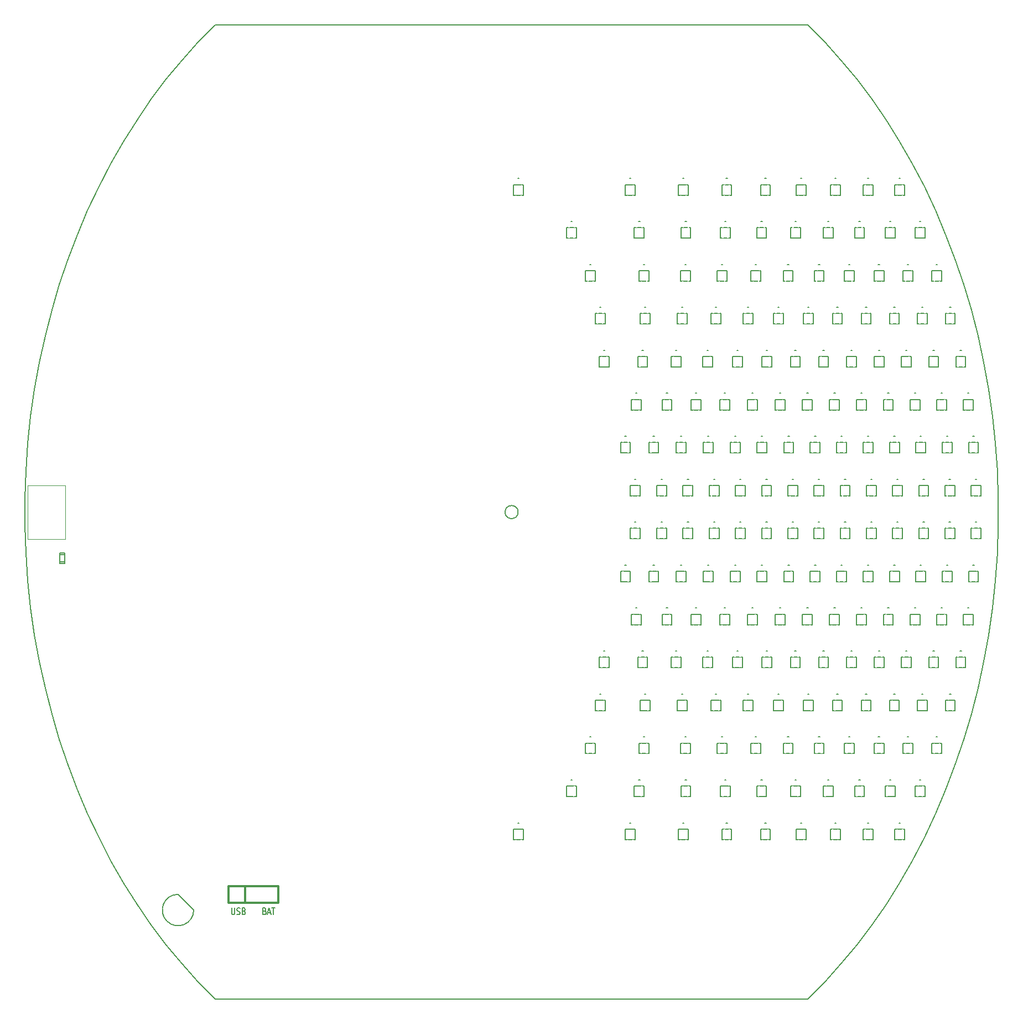
<source format=gto>
G04 #@! TF.FileFunction,Legend,Top*
%FSLAX46Y46*%
G04 Gerber Fmt 4.6, Leading zero omitted, Abs format (unit mm)*
G04 Created by KiCad (PCBNEW (2016-03-23 BZR 6647, Git bc699c8)-product) date Tue 29 Mar 2016 10:28:28 CEST*
%MOMM*%
G01*
G04 APERTURE LIST*
%ADD10C,0.100000*%
%ADD11C,0.150000*%
%ADD12C,0.200000*%
%ADD13C,0.304800*%
%ADD14C,0.050800*%
%ADD15C,0.127000*%
G04 APERTURE END LIST*
D10*
D11*
X107190476Y-210552380D02*
X107190476Y-211361904D01*
X107228571Y-211457142D01*
X107266666Y-211504761D01*
X107342857Y-211552380D01*
X107495238Y-211552380D01*
X107571428Y-211504761D01*
X107609523Y-211457142D01*
X107647619Y-211361904D01*
X107647619Y-210552380D01*
X107990476Y-211504761D02*
X108104761Y-211552380D01*
X108295238Y-211552380D01*
X108371428Y-211504761D01*
X108409523Y-211457142D01*
X108447619Y-211361904D01*
X108447619Y-211266666D01*
X108409523Y-211171428D01*
X108371428Y-211123809D01*
X108295238Y-211076190D01*
X108142857Y-211028571D01*
X108066666Y-210980952D01*
X108028571Y-210933333D01*
X107990476Y-210838095D01*
X107990476Y-210742857D01*
X108028571Y-210647619D01*
X108066666Y-210600000D01*
X108142857Y-210552380D01*
X108333333Y-210552380D01*
X108447619Y-210600000D01*
X109057142Y-211028571D02*
X109171428Y-211076190D01*
X109209523Y-211123809D01*
X109247619Y-211219047D01*
X109247619Y-211361904D01*
X109209523Y-211457142D01*
X109171428Y-211504761D01*
X109095238Y-211552380D01*
X108790476Y-211552380D01*
X108790476Y-210552380D01*
X109057142Y-210552380D01*
X109133333Y-210600000D01*
X109171428Y-210647619D01*
X109209523Y-210742857D01*
X109209523Y-210838095D01*
X109171428Y-210933333D01*
X109133333Y-210980952D01*
X109057142Y-211028571D01*
X108790476Y-211028571D01*
X112209523Y-211028571D02*
X112323809Y-211076190D01*
X112361904Y-211123809D01*
X112400000Y-211219047D01*
X112400000Y-211361904D01*
X112361904Y-211457142D01*
X112323809Y-211504761D01*
X112247619Y-211552380D01*
X111942857Y-211552380D01*
X111942857Y-210552380D01*
X112209523Y-210552380D01*
X112285714Y-210600000D01*
X112323809Y-210647619D01*
X112361904Y-210742857D01*
X112361904Y-210838095D01*
X112323809Y-210933333D01*
X112285714Y-210980952D01*
X112209523Y-211028571D01*
X111942857Y-211028571D01*
X112704761Y-211266666D02*
X113085714Y-211266666D01*
X112628571Y-211552380D02*
X112895238Y-210552380D01*
X113161904Y-211552380D01*
X113314285Y-210552380D02*
X113771428Y-210552380D01*
X113542857Y-211552380D02*
X113542857Y-210552380D01*
X197948385Y-78128726D02*
X195352726Y-75500000D01*
X200448266Y-80901017D02*
X197948385Y-78128726D01*
X202847375Y-83811335D02*
X200448266Y-80901017D01*
X205140919Y-86853867D02*
X202847375Y-83811335D01*
X207324318Y-90022535D02*
X205140919Y-86853867D01*
X209393210Y-93311010D02*
X207324318Y-90022535D01*
X211343462Y-96712723D02*
X209393210Y-93311010D01*
X213171179Y-100220879D02*
X211343462Y-96712723D01*
X214872709Y-103828470D02*
X213171179Y-100220879D01*
X216444654Y-107528291D02*
X214872709Y-103828470D01*
X217883874Y-111312950D02*
X216444654Y-107528291D01*
X219187494Y-115174887D02*
X217883874Y-111312950D01*
X220352910Y-119106388D02*
X219187494Y-115174887D01*
X221377794Y-123099601D02*
X220352910Y-119106388D01*
X222260098Y-127146548D02*
X221377794Y-123099601D01*
X222998061Y-131239145D02*
X222260098Y-127146548D01*
X223590208Y-135369218D02*
X222998061Y-131239145D01*
X224035356Y-139528516D02*
X223590208Y-135369218D01*
X224332617Y-143708731D02*
X224035356Y-139528516D01*
X224481396Y-147901513D02*
X224332617Y-143708731D01*
X224481396Y-152098487D02*
X224481396Y-147901513D01*
X224332617Y-156291269D02*
X224481396Y-152098487D01*
X224035356Y-160471484D02*
X224332617Y-156291269D01*
X223590208Y-164630782D02*
X224035356Y-160471484D01*
X222998061Y-168760855D02*
X223590208Y-164630782D01*
X222260098Y-172853452D02*
X222998061Y-168760855D01*
X221377794Y-176900399D02*
X222260098Y-172853452D01*
X220352910Y-180893612D02*
X221377794Y-176900399D01*
X219187494Y-184825113D02*
X220352910Y-180893612D01*
X217883874Y-188687050D02*
X219187494Y-184825113D01*
X216444654Y-192471709D02*
X217883874Y-188687050D01*
X214872709Y-196171530D02*
X216444654Y-192471709D01*
X213171179Y-199779121D02*
X214872709Y-196171530D01*
X211343462Y-203287277D02*
X213171179Y-199779121D01*
X209393210Y-206688990D02*
X211343462Y-203287277D01*
X207324318Y-209977465D02*
X209393210Y-206688990D01*
X205140919Y-213146133D02*
X207324318Y-209977465D01*
X202847375Y-216188665D02*
X205140919Y-213146133D01*
X200448266Y-219098983D02*
X202847375Y-216188665D01*
X197948385Y-221871274D02*
X200448266Y-219098983D01*
X195352726Y-224500000D02*
X197948385Y-221871274D01*
X104647274Y-224500000D02*
X195352726Y-224500000D01*
X102051615Y-221871274D02*
X104647274Y-224500000D01*
X99551734Y-219098983D02*
X102051615Y-221871274D01*
X97152625Y-216188665D02*
X99551734Y-219098983D01*
X94859081Y-213146133D02*
X97152625Y-216188665D01*
X92675682Y-209977465D02*
X94859081Y-213146133D01*
X90606790Y-206688990D02*
X92675682Y-209977465D01*
X88656538Y-203287277D02*
X90606790Y-206688990D01*
X86828821Y-199779121D02*
X88656538Y-203287277D01*
X85127291Y-196171530D02*
X86828821Y-199779121D01*
X83555346Y-192471709D02*
X85127291Y-196171530D01*
X82116126Y-188687050D02*
X83555346Y-192471709D01*
X80812506Y-184825113D02*
X82116126Y-188687050D01*
X79647090Y-180893612D02*
X80812506Y-184825113D01*
X78622206Y-176900399D02*
X79647090Y-180893612D01*
X77739902Y-172853452D02*
X78622206Y-176900399D01*
X77001939Y-168760855D02*
X77739902Y-172853452D01*
X76409792Y-164630782D02*
X77001939Y-168760855D01*
X75964644Y-160471484D02*
X76409792Y-164630782D01*
X75667383Y-156291269D02*
X75964644Y-160471484D01*
X75518604Y-152098487D02*
X75667383Y-156291269D01*
X75518604Y-147901513D02*
X75518604Y-152098487D01*
X75667383Y-143708731D02*
X75518604Y-147901513D01*
X75964644Y-139528516D02*
X75667383Y-143708731D01*
X76409792Y-135369218D02*
X75964644Y-139528516D01*
X77001939Y-131239145D02*
X76409792Y-135369218D01*
X77739902Y-127146548D02*
X77001939Y-131239145D01*
X78622206Y-123099601D02*
X77739902Y-127146548D01*
X79647090Y-119106388D02*
X78622206Y-123099601D01*
X80812506Y-115174887D02*
X79647090Y-119106388D01*
X82116126Y-111312950D02*
X80812506Y-115174887D01*
X83555346Y-107528291D02*
X82116126Y-111312950D01*
X85127291Y-103828470D02*
X83555346Y-107528291D01*
X86828821Y-100220879D02*
X85127291Y-103828470D01*
X88656538Y-96712723D02*
X86828821Y-100220879D01*
X90606790Y-93311010D02*
X88656538Y-96712723D01*
X92675682Y-90022535D02*
X90606790Y-93311010D01*
X94859081Y-86853867D02*
X92675682Y-90022535D01*
X97152625Y-83811335D02*
X94859081Y-86853867D01*
X99551734Y-80901017D02*
X97152625Y-83811335D01*
X102051615Y-78128726D02*
X99551734Y-80901017D01*
X104647274Y-75500000D02*
X102051615Y-78128726D01*
X195352726Y-75500000D02*
X104647274Y-75500000D01*
D12*
X151000000Y-150000000D02*
G75*
G03X151000000Y-150000000I-1000000J0D01*
G01*
D11*
X186070490Y-118681767D02*
X186270490Y-118681767D01*
X185620490Y-121231767D02*
X185420490Y-121231767D01*
X186420490Y-121231767D02*
X185920490Y-121231767D01*
X186920490Y-121231767D02*
X186720490Y-121231767D01*
X186720490Y-119631767D02*
X186920490Y-119631767D01*
X185920490Y-119631767D02*
X186420490Y-119631767D01*
X185420490Y-119631767D02*
X185620490Y-119631767D01*
X185620490Y-119631767D02*
G75*
G03X185920490Y-119631767I150000J150000D01*
G01*
X186420490Y-119631767D02*
G75*
G03X186720490Y-119631767I150000J150000D01*
G01*
X186720490Y-121231767D02*
G75*
G03X186420490Y-121231767I-150000J-150000D01*
G01*
X185920490Y-121231767D02*
G75*
G03X185620490Y-121231767I-150000J-150000D01*
G01*
X185420490Y-121231767D02*
X185420490Y-119631767D01*
X186920490Y-119631767D02*
X186920490Y-121231767D01*
D13*
X109190000Y-209770000D02*
X109190000Y-207230000D01*
X106650000Y-207230000D02*
X114270000Y-207230000D01*
X114270000Y-207230000D02*
X114270000Y-209770000D01*
X114270000Y-209770000D02*
X106650000Y-209770000D01*
X106650000Y-209770000D02*
X106650000Y-207230000D01*
D11*
X150966570Y-98969611D02*
X151166570Y-98969611D01*
X150516570Y-101519611D02*
X150316570Y-101519611D01*
X151316570Y-101519611D02*
X150816570Y-101519611D01*
X151816570Y-101519611D02*
X151616570Y-101519611D01*
X151616570Y-99919611D02*
X151816570Y-99919611D01*
X150816570Y-99919611D02*
X151316570Y-99919611D01*
X150316570Y-99919611D02*
X150516570Y-99919611D01*
X150516570Y-99919611D02*
G75*
G03X150816570Y-99919611I150000J150000D01*
G01*
X151316570Y-99919611D02*
G75*
G03X151616570Y-99919611I150000J150000D01*
G01*
X151616570Y-101519611D02*
G75*
G03X151316570Y-101519611I-150000J-150000D01*
G01*
X150816570Y-101519611D02*
G75*
G03X150516570Y-101519611I-150000J-150000D01*
G01*
X150316570Y-101519611D02*
X150316570Y-99919611D01*
X151816570Y-99919611D02*
X151816570Y-101519611D01*
X168066673Y-98969611D02*
X168266673Y-98969611D01*
X167616673Y-101519611D02*
X167416673Y-101519611D01*
X168416673Y-101519611D02*
X167916673Y-101519611D01*
X168916673Y-101519611D02*
X168716673Y-101519611D01*
X168716673Y-99919611D02*
X168916673Y-99919611D01*
X167916673Y-99919611D02*
X168416673Y-99919611D01*
X167416673Y-99919611D02*
X167616673Y-99919611D01*
X167616673Y-99919611D02*
G75*
G03X167916673Y-99919611I150000J150000D01*
G01*
X168416673Y-99919611D02*
G75*
G03X168716673Y-99919611I150000J150000D01*
G01*
X168716673Y-101519611D02*
G75*
G03X168416673Y-101519611I-150000J-150000D01*
G01*
X167916673Y-101519611D02*
G75*
G03X167616673Y-101519611I-150000J-150000D01*
G01*
X167416673Y-101519611D02*
X167416673Y-99919611D01*
X168916673Y-99919611D02*
X168916673Y-101519611D01*
X176185328Y-98969611D02*
X176385328Y-98969611D01*
X175735328Y-101519611D02*
X175535328Y-101519611D01*
X176535328Y-101519611D02*
X176035328Y-101519611D01*
X177035328Y-101519611D02*
X176835328Y-101519611D01*
X176835328Y-99919611D02*
X177035328Y-99919611D01*
X176035328Y-99919611D02*
X176535328Y-99919611D01*
X175535328Y-99919611D02*
X175735328Y-99919611D01*
X175735328Y-99919611D02*
G75*
G03X176035328Y-99919611I150000J150000D01*
G01*
X176535328Y-99919611D02*
G75*
G03X176835328Y-99919611I150000J150000D01*
G01*
X176835328Y-101519611D02*
G75*
G03X176535328Y-101519611I-150000J-150000D01*
G01*
X176035328Y-101519611D02*
G75*
G03X175735328Y-101519611I-150000J-150000D01*
G01*
X175535328Y-101519611D02*
X175535328Y-99919611D01*
X177035328Y-99919611D02*
X177035328Y-101519611D01*
X182821253Y-98969611D02*
X183021253Y-98969611D01*
X182371253Y-101519611D02*
X182171253Y-101519611D01*
X183171253Y-101519611D02*
X182671253Y-101519611D01*
X183671253Y-101519611D02*
X183471253Y-101519611D01*
X183471253Y-99919611D02*
X183671253Y-99919611D01*
X182671253Y-99919611D02*
X183171253Y-99919611D01*
X182171253Y-99919611D02*
X182371253Y-99919611D01*
X182371253Y-99919611D02*
G75*
G03X182671253Y-99919611I150000J150000D01*
G01*
X183171253Y-99919611D02*
G75*
G03X183471253Y-99919611I150000J150000D01*
G01*
X183471253Y-101519611D02*
G75*
G03X183171253Y-101519611I-150000J-150000D01*
G01*
X182671253Y-101519611D02*
G75*
G03X182371253Y-101519611I-150000J-150000D01*
G01*
X182171253Y-101519611D02*
X182171253Y-99919611D01*
X183671253Y-99919611D02*
X183671253Y-101519611D01*
X188741980Y-98969611D02*
X188941980Y-98969611D01*
X188291980Y-101519611D02*
X188091980Y-101519611D01*
X189091980Y-101519611D02*
X188591980Y-101519611D01*
X189591980Y-101519611D02*
X189391980Y-101519611D01*
X189391980Y-99919611D02*
X189591980Y-99919611D01*
X188591980Y-99919611D02*
X189091980Y-99919611D01*
X188091980Y-99919611D02*
X188291980Y-99919611D01*
X188291980Y-99919611D02*
G75*
G03X188591980Y-99919611I150000J150000D01*
G01*
X189091980Y-99919611D02*
G75*
G03X189391980Y-99919611I150000J150000D01*
G01*
X189391980Y-101519611D02*
G75*
G03X189091980Y-101519611I-150000J-150000D01*
G01*
X188591980Y-101519611D02*
G75*
G03X188291980Y-101519611I-150000J-150000D01*
G01*
X188091980Y-101519611D02*
X188091980Y-99919611D01*
X189591980Y-99919611D02*
X189591980Y-101519611D01*
X194234973Y-98969611D02*
X194434973Y-98969611D01*
X193784973Y-101519611D02*
X193584973Y-101519611D01*
X194584973Y-101519611D02*
X194084973Y-101519611D01*
X195084973Y-101519611D02*
X194884973Y-101519611D01*
X194884973Y-99919611D02*
X195084973Y-99919611D01*
X194084973Y-99919611D02*
X194584973Y-99919611D01*
X193584973Y-99919611D02*
X193784973Y-99919611D01*
X193784973Y-99919611D02*
G75*
G03X194084973Y-99919611I150000J150000D01*
G01*
X194584973Y-99919611D02*
G75*
G03X194884973Y-99919611I150000J150000D01*
G01*
X194884973Y-101519611D02*
G75*
G03X194584973Y-101519611I-150000J-150000D01*
G01*
X194084973Y-101519611D02*
G75*
G03X193784973Y-101519611I-150000J-150000D01*
G01*
X193584973Y-101519611D02*
X193584973Y-99919611D01*
X195084973Y-99919611D02*
X195084973Y-101519611D01*
X199442712Y-98969611D02*
X199642712Y-98969611D01*
X198992712Y-101519611D02*
X198792712Y-101519611D01*
X199792712Y-101519611D02*
X199292712Y-101519611D01*
X200292712Y-101519611D02*
X200092712Y-101519611D01*
X200092712Y-99919611D02*
X200292712Y-99919611D01*
X199292712Y-99919611D02*
X199792712Y-99919611D01*
X198792712Y-99919611D02*
X198992712Y-99919611D01*
X198992712Y-99919611D02*
G75*
G03X199292712Y-99919611I150000J150000D01*
G01*
X199792712Y-99919611D02*
G75*
G03X200092712Y-99919611I150000J150000D01*
G01*
X200092712Y-101519611D02*
G75*
G03X199792712Y-101519611I-150000J-150000D01*
G01*
X199292712Y-101519611D02*
G75*
G03X198992712Y-101519611I-150000J-150000D01*
G01*
X198792712Y-101519611D02*
X198792712Y-99919611D01*
X200292712Y-99919611D02*
X200292712Y-101519611D01*
X204446959Y-98969611D02*
X204646959Y-98969611D01*
X203996959Y-101519611D02*
X203796959Y-101519611D01*
X204796959Y-101519611D02*
X204296959Y-101519611D01*
X205296959Y-101519611D02*
X205096959Y-101519611D01*
X205096959Y-99919611D02*
X205296959Y-99919611D01*
X204296959Y-99919611D02*
X204796959Y-99919611D01*
X203796959Y-99919611D02*
X203996959Y-99919611D01*
X203996959Y-99919611D02*
G75*
G03X204296959Y-99919611I150000J150000D01*
G01*
X204796959Y-99919611D02*
G75*
G03X205096959Y-99919611I150000J150000D01*
G01*
X205096959Y-101519611D02*
G75*
G03X204796959Y-101519611I-150000J-150000D01*
G01*
X204296959Y-101519611D02*
G75*
G03X203996959Y-101519611I-150000J-150000D01*
G01*
X203796959Y-101519611D02*
X203796959Y-99919611D01*
X205296959Y-99919611D02*
X205296959Y-101519611D01*
X209299168Y-98969611D02*
X209499168Y-98969611D01*
X208849168Y-101519611D02*
X208649168Y-101519611D01*
X209649168Y-101519611D02*
X209149168Y-101519611D01*
X210149168Y-101519611D02*
X209949168Y-101519611D01*
X209949168Y-99919611D02*
X210149168Y-99919611D01*
X209149168Y-99919611D02*
X209649168Y-99919611D01*
X208649168Y-99919611D02*
X208849168Y-99919611D01*
X208849168Y-99919611D02*
G75*
G03X209149168Y-99919611I150000J150000D01*
G01*
X209649168Y-99919611D02*
G75*
G03X209949168Y-99919611I150000J150000D01*
G01*
X209949168Y-101519611D02*
G75*
G03X209649168Y-101519611I-150000J-150000D01*
G01*
X209149168Y-101519611D02*
G75*
G03X208849168Y-101519611I-150000J-150000D01*
G01*
X208649168Y-101519611D02*
X208649168Y-99919611D01*
X210149168Y-99919611D02*
X210149168Y-101519611D01*
X159102603Y-105540330D02*
X159302603Y-105540330D01*
X158652603Y-108090330D02*
X158452603Y-108090330D01*
X159452603Y-108090330D02*
X158952603Y-108090330D01*
X159952603Y-108090330D02*
X159752603Y-108090330D01*
X159752603Y-106490330D02*
X159952603Y-106490330D01*
X158952603Y-106490330D02*
X159452603Y-106490330D01*
X158452603Y-106490330D02*
X158652603Y-106490330D01*
X158652603Y-106490330D02*
G75*
G03X158952603Y-106490330I150000J150000D01*
G01*
X159452603Y-106490330D02*
G75*
G03X159752603Y-106490330I150000J150000D01*
G01*
X159752603Y-108090330D02*
G75*
G03X159452603Y-108090330I-150000J-150000D01*
G01*
X158952603Y-108090330D02*
G75*
G03X158652603Y-108090330I-150000J-150000D01*
G01*
X158452603Y-108090330D02*
X158452603Y-106490330D01*
X159952603Y-106490330D02*
X159952603Y-108090330D01*
X169434031Y-105540330D02*
X169634031Y-105540330D01*
X168984031Y-108090330D02*
X168784031Y-108090330D01*
X169784031Y-108090330D02*
X169284031Y-108090330D01*
X170284031Y-108090330D02*
X170084031Y-108090330D01*
X170084031Y-106490330D02*
X170284031Y-106490330D01*
X169284031Y-106490330D02*
X169784031Y-106490330D01*
X168784031Y-106490330D02*
X168984031Y-106490330D01*
X168984031Y-106490330D02*
G75*
G03X169284031Y-106490330I150000J150000D01*
G01*
X169784031Y-106490330D02*
G75*
G03X170084031Y-106490330I150000J150000D01*
G01*
X170084031Y-108090330D02*
G75*
G03X169784031Y-108090330I-150000J-150000D01*
G01*
X169284031Y-108090330D02*
G75*
G03X168984031Y-108090330I-150000J-150000D01*
G01*
X168784031Y-108090330D02*
X168784031Y-106490330D01*
X170284031Y-106490330D02*
X170284031Y-108090330D01*
X176554621Y-105540330D02*
X176754621Y-105540330D01*
X176104621Y-108090330D02*
X175904621Y-108090330D01*
X176904621Y-108090330D02*
X176404621Y-108090330D01*
X177404621Y-108090330D02*
X177204621Y-108090330D01*
X177204621Y-106490330D02*
X177404621Y-106490330D01*
X176404621Y-106490330D02*
X176904621Y-106490330D01*
X175904621Y-106490330D02*
X176104621Y-106490330D01*
X176104621Y-106490330D02*
G75*
G03X176404621Y-106490330I150000J150000D01*
G01*
X176904621Y-106490330D02*
G75*
G03X177204621Y-106490330I150000J150000D01*
G01*
X177204621Y-108090330D02*
G75*
G03X176904621Y-108090330I-150000J-150000D01*
G01*
X176404621Y-108090330D02*
G75*
G03X176104621Y-108090330I-150000J-150000D01*
G01*
X175904621Y-108090330D02*
X175904621Y-106490330D01*
X177404621Y-106490330D02*
X177404621Y-108090330D01*
X182631625Y-105540330D02*
X182831625Y-105540330D01*
X182181625Y-108090330D02*
X181981625Y-108090330D01*
X182981625Y-108090330D02*
X182481625Y-108090330D01*
X183481625Y-108090330D02*
X183281625Y-108090330D01*
X183281625Y-106490330D02*
X183481625Y-106490330D01*
X182481625Y-106490330D02*
X182981625Y-106490330D01*
X181981625Y-106490330D02*
X182181625Y-106490330D01*
X182181625Y-106490330D02*
G75*
G03X182481625Y-106490330I150000J150000D01*
G01*
X182981625Y-106490330D02*
G75*
G03X183281625Y-106490330I150000J150000D01*
G01*
X183281625Y-108090330D02*
G75*
G03X182981625Y-108090330I-150000J-150000D01*
G01*
X182481625Y-108090330D02*
G75*
G03X182181625Y-108090330I-150000J-150000D01*
G01*
X181981625Y-108090330D02*
X181981625Y-106490330D01*
X183481625Y-106490330D02*
X183481625Y-108090330D01*
X188165516Y-105540330D02*
X188365516Y-105540330D01*
X187715516Y-108090330D02*
X187515516Y-108090330D01*
X188515516Y-108090330D02*
X188015516Y-108090330D01*
X189015516Y-108090330D02*
X188815516Y-108090330D01*
X188815516Y-106490330D02*
X189015516Y-106490330D01*
X188015516Y-106490330D02*
X188515516Y-106490330D01*
X187515516Y-106490330D02*
X187715516Y-106490330D01*
X187715516Y-106490330D02*
G75*
G03X188015516Y-106490330I150000J150000D01*
G01*
X188515516Y-106490330D02*
G75*
G03X188815516Y-106490330I150000J150000D01*
G01*
X188815516Y-108090330D02*
G75*
G03X188515516Y-108090330I-150000J-150000D01*
G01*
X188015516Y-108090330D02*
G75*
G03X187715516Y-108090330I-150000J-150000D01*
G01*
X187515516Y-108090330D02*
X187515516Y-106490330D01*
X189015516Y-106490330D02*
X189015516Y-108090330D01*
X193364240Y-105540330D02*
X193564240Y-105540330D01*
X192914240Y-108090330D02*
X192714240Y-108090330D01*
X193714240Y-108090330D02*
X193214240Y-108090330D01*
X194214240Y-108090330D02*
X194014240Y-108090330D01*
X194014240Y-106490330D02*
X194214240Y-106490330D01*
X193214240Y-106490330D02*
X193714240Y-106490330D01*
X192714240Y-106490330D02*
X192914240Y-106490330D01*
X192914240Y-106490330D02*
G75*
G03X193214240Y-106490330I150000J150000D01*
G01*
X193714240Y-106490330D02*
G75*
G03X194014240Y-106490330I150000J150000D01*
G01*
X194014240Y-108090330D02*
G75*
G03X193714240Y-108090330I-150000J-150000D01*
G01*
X193214240Y-108090330D02*
G75*
G03X192914240Y-108090330I-150000J-150000D01*
G01*
X192714240Y-108090330D02*
X192714240Y-106490330D01*
X194214240Y-106490330D02*
X194214240Y-108090330D01*
X198335840Y-105540330D02*
X198535840Y-105540330D01*
X197885840Y-108090330D02*
X197685840Y-108090330D01*
X198685840Y-108090330D02*
X198185840Y-108090330D01*
X199185840Y-108090330D02*
X198985840Y-108090330D01*
X198985840Y-106490330D02*
X199185840Y-106490330D01*
X198185840Y-106490330D02*
X198685840Y-106490330D01*
X197685840Y-106490330D02*
X197885840Y-106490330D01*
X197885840Y-106490330D02*
G75*
G03X198185840Y-106490330I150000J150000D01*
G01*
X198685840Y-106490330D02*
G75*
G03X198985840Y-106490330I150000J150000D01*
G01*
X198985840Y-108090330D02*
G75*
G03X198685840Y-108090330I-150000J-150000D01*
G01*
X198185840Y-108090330D02*
G75*
G03X197885840Y-108090330I-150000J-150000D01*
G01*
X197685840Y-108090330D02*
X197685840Y-106490330D01*
X199185840Y-106490330D02*
X199185840Y-108090330D01*
X203143977Y-105540330D02*
X203343977Y-105540330D01*
X202693977Y-108090330D02*
X202493977Y-108090330D01*
X203493977Y-108090330D02*
X202993977Y-108090330D01*
X203993977Y-108090330D02*
X203793977Y-108090330D01*
X203793977Y-106490330D02*
X203993977Y-106490330D01*
X202993977Y-106490330D02*
X203493977Y-106490330D01*
X202493977Y-106490330D02*
X202693977Y-106490330D01*
X202693977Y-106490330D02*
G75*
G03X202993977Y-106490330I150000J150000D01*
G01*
X203493977Y-106490330D02*
G75*
G03X203793977Y-106490330I150000J150000D01*
G01*
X203793977Y-108090330D02*
G75*
G03X203493977Y-108090330I-150000J-150000D01*
G01*
X202993977Y-108090330D02*
G75*
G03X202693977Y-108090330I-150000J-150000D01*
G01*
X202493977Y-108090330D02*
X202493977Y-106490330D01*
X203993977Y-106490330D02*
X203993977Y-108090330D01*
X207829367Y-105540330D02*
X208029367Y-105540330D01*
X207379367Y-108090330D02*
X207179367Y-108090330D01*
X208179367Y-108090330D02*
X207679367Y-108090330D01*
X208679367Y-108090330D02*
X208479367Y-108090330D01*
X208479367Y-106490330D02*
X208679367Y-106490330D01*
X207679367Y-106490330D02*
X208179367Y-106490330D01*
X207179367Y-106490330D02*
X207379367Y-106490330D01*
X207379367Y-106490330D02*
G75*
G03X207679367Y-106490330I150000J150000D01*
G01*
X208179367Y-106490330D02*
G75*
G03X208479367Y-106490330I150000J150000D01*
G01*
X208479367Y-108090330D02*
G75*
G03X208179367Y-108090330I-150000J-150000D01*
G01*
X207679367Y-108090330D02*
G75*
G03X207379367Y-108090330I-150000J-150000D01*
G01*
X207179367Y-108090330D02*
X207179367Y-106490330D01*
X208679367Y-106490330D02*
X208679367Y-108090330D01*
X212419613Y-105540330D02*
X212619613Y-105540330D01*
X211969613Y-108090330D02*
X211769613Y-108090330D01*
X212769613Y-108090330D02*
X212269613Y-108090330D01*
X213269613Y-108090330D02*
X213069613Y-108090330D01*
X213069613Y-106490330D02*
X213269613Y-106490330D01*
X212269613Y-106490330D02*
X212769613Y-106490330D01*
X211769613Y-106490330D02*
X211969613Y-106490330D01*
X211969613Y-106490330D02*
G75*
G03X212269613Y-106490330I150000J150000D01*
G01*
X212769613Y-106490330D02*
G75*
G03X213069613Y-106490330I150000J150000D01*
G01*
X213069613Y-108090330D02*
G75*
G03X212769613Y-108090330I-150000J-150000D01*
G01*
X212269613Y-108090330D02*
G75*
G03X211969613Y-108090330I-150000J-150000D01*
G01*
X211769613Y-108090330D02*
X211769613Y-106490330D01*
X213269613Y-106490330D02*
X213269613Y-108090330D01*
X161978475Y-112111048D02*
X162178475Y-112111048D01*
X161528475Y-114661048D02*
X161328475Y-114661048D01*
X162328475Y-114661048D02*
X161828475Y-114661048D01*
X162828475Y-114661048D02*
X162628475Y-114661048D01*
X162628475Y-113061048D02*
X162828475Y-113061048D01*
X161828475Y-113061048D02*
X162328475Y-113061048D01*
X161328475Y-113061048D02*
X161528475Y-113061048D01*
X161528475Y-113061048D02*
G75*
G03X161828475Y-113061048I150000J150000D01*
G01*
X162328475Y-113061048D02*
G75*
G03X162628475Y-113061048I150000J150000D01*
G01*
X162628475Y-114661048D02*
G75*
G03X162328475Y-114661048I-150000J-150000D01*
G01*
X161828475Y-114661048D02*
G75*
G03X161528475Y-114661048I-150000J-150000D01*
G01*
X161328475Y-114661048D02*
X161328475Y-113061048D01*
X162828475Y-113061048D02*
X162828475Y-114661048D01*
X170167709Y-112111048D02*
X170367709Y-112111048D01*
X169717709Y-114661048D02*
X169517709Y-114661048D01*
X170517709Y-114661048D02*
X170017709Y-114661048D01*
X171017709Y-114661048D02*
X170817709Y-114661048D01*
X170817709Y-113061048D02*
X171017709Y-113061048D01*
X170017709Y-113061048D02*
X170517709Y-113061048D01*
X169517709Y-113061048D02*
X169717709Y-113061048D01*
X169717709Y-113061048D02*
G75*
G03X170017709Y-113061048I150000J150000D01*
G01*
X170517709Y-113061048D02*
G75*
G03X170817709Y-113061048I150000J150000D01*
G01*
X170817709Y-114661048D02*
G75*
G03X170517709Y-114661048I-150000J-150000D01*
G01*
X170017709Y-114661048D02*
G75*
G03X169717709Y-114661048I-150000J-150000D01*
G01*
X169517709Y-114661048D02*
X169517709Y-113061048D01*
X171017709Y-113061048D02*
X171017709Y-114661048D01*
X176502076Y-112111048D02*
X176702076Y-112111048D01*
X176052076Y-114661048D02*
X175852076Y-114661048D01*
X176852076Y-114661048D02*
X176352076Y-114661048D01*
X177352076Y-114661048D02*
X177152076Y-114661048D01*
X177152076Y-113061048D02*
X177352076Y-113061048D01*
X176352076Y-113061048D02*
X176852076Y-113061048D01*
X175852076Y-113061048D02*
X176052076Y-113061048D01*
X176052076Y-113061048D02*
G75*
G03X176352076Y-113061048I150000J150000D01*
G01*
X176852076Y-113061048D02*
G75*
G03X177152076Y-113061048I150000J150000D01*
G01*
X177152076Y-114661048D02*
G75*
G03X176852076Y-114661048I-150000J-150000D01*
G01*
X176352076Y-114661048D02*
G75*
G03X176052076Y-114661048I-150000J-150000D01*
G01*
X175852076Y-114661048D02*
X175852076Y-113061048D01*
X177352076Y-113061048D02*
X177352076Y-114661048D01*
X182095666Y-112111048D02*
X182295666Y-112111048D01*
X181645666Y-114661048D02*
X181445666Y-114661048D01*
X182445666Y-114661048D02*
X181945666Y-114661048D01*
X182945666Y-114661048D02*
X182745666Y-114661048D01*
X182745666Y-113061048D02*
X182945666Y-113061048D01*
X181945666Y-113061048D02*
X182445666Y-113061048D01*
X181445666Y-113061048D02*
X181645666Y-113061048D01*
X181645666Y-113061048D02*
G75*
G03X181945666Y-113061048I150000J150000D01*
G01*
X182445666Y-113061048D02*
G75*
G03X182745666Y-113061048I150000J150000D01*
G01*
X182745666Y-114661048D02*
G75*
G03X182445666Y-114661048I-150000J-150000D01*
G01*
X181945666Y-114661048D02*
G75*
G03X181645666Y-114661048I-150000J-150000D01*
G01*
X181445666Y-114661048D02*
X181445666Y-113061048D01*
X182945666Y-113061048D02*
X182945666Y-114661048D01*
X187282501Y-112111048D02*
X187482501Y-112111048D01*
X186832501Y-114661048D02*
X186632501Y-114661048D01*
X187632501Y-114661048D02*
X187132501Y-114661048D01*
X188132501Y-114661048D02*
X187932501Y-114661048D01*
X187932501Y-113061048D02*
X188132501Y-113061048D01*
X187132501Y-113061048D02*
X187632501Y-113061048D01*
X186632501Y-113061048D02*
X186832501Y-113061048D01*
X186832501Y-113061048D02*
G75*
G03X187132501Y-113061048I150000J150000D01*
G01*
X187632501Y-113061048D02*
G75*
G03X187932501Y-113061048I150000J150000D01*
G01*
X187932501Y-114661048D02*
G75*
G03X187632501Y-114661048I-150000J-150000D01*
G01*
X187132501Y-114661048D02*
G75*
G03X186832501Y-114661048I-150000J-150000D01*
G01*
X186632501Y-114661048D02*
X186632501Y-113061048D01*
X188132501Y-113061048D02*
X188132501Y-114661048D01*
X192212431Y-112111048D02*
X192412431Y-112111048D01*
X191762431Y-114661048D02*
X191562431Y-114661048D01*
X192562431Y-114661048D02*
X192062431Y-114661048D01*
X193062431Y-114661048D02*
X192862431Y-114661048D01*
X192862431Y-113061048D02*
X193062431Y-113061048D01*
X192062431Y-113061048D02*
X192562431Y-113061048D01*
X191562431Y-113061048D02*
X191762431Y-113061048D01*
X191762431Y-113061048D02*
G75*
G03X192062431Y-113061048I150000J150000D01*
G01*
X192562431Y-113061048D02*
G75*
G03X192862431Y-113061048I150000J150000D01*
G01*
X192862431Y-114661048D02*
G75*
G03X192562431Y-114661048I-150000J-150000D01*
G01*
X192062431Y-114661048D02*
G75*
G03X191762431Y-114661048I-150000J-150000D01*
G01*
X191562431Y-114661048D02*
X191562431Y-113061048D01*
X193062431Y-113061048D02*
X193062431Y-114661048D01*
X196966254Y-112111048D02*
X197166254Y-112111048D01*
X196516254Y-114661048D02*
X196316254Y-114661048D01*
X197316254Y-114661048D02*
X196816254Y-114661048D01*
X197816254Y-114661048D02*
X197616254Y-114661048D01*
X197616254Y-113061048D02*
X197816254Y-113061048D01*
X196816254Y-113061048D02*
X197316254Y-113061048D01*
X196316254Y-113061048D02*
X196516254Y-113061048D01*
X196516254Y-113061048D02*
G75*
G03X196816254Y-113061048I150000J150000D01*
G01*
X197316254Y-113061048D02*
G75*
G03X197616254Y-113061048I150000J150000D01*
G01*
X197616254Y-114661048D02*
G75*
G03X197316254Y-114661048I-150000J-150000D01*
G01*
X196816254Y-114661048D02*
G75*
G03X196516254Y-114661048I-150000J-150000D01*
G01*
X196316254Y-114661048D02*
X196316254Y-113061048D01*
X197816254Y-113061048D02*
X197816254Y-114661048D01*
X201592579Y-112111048D02*
X201792579Y-112111048D01*
X201142579Y-114661048D02*
X200942579Y-114661048D01*
X201942579Y-114661048D02*
X201442579Y-114661048D01*
X202442579Y-114661048D02*
X202242579Y-114661048D01*
X202242579Y-113061048D02*
X202442579Y-113061048D01*
X201442579Y-113061048D02*
X201942579Y-113061048D01*
X200942579Y-113061048D02*
X201142579Y-113061048D01*
X201142579Y-113061048D02*
G75*
G03X201442579Y-113061048I150000J150000D01*
G01*
X201942579Y-113061048D02*
G75*
G03X202242579Y-113061048I150000J150000D01*
G01*
X202242579Y-114661048D02*
G75*
G03X201942579Y-114661048I-150000J-150000D01*
G01*
X201442579Y-114661048D02*
G75*
G03X201142579Y-114661048I-150000J-150000D01*
G01*
X200942579Y-114661048D02*
X200942579Y-113061048D01*
X202442579Y-113061048D02*
X202442579Y-114661048D01*
X206122888Y-112111048D02*
X206322888Y-112111048D01*
X205672888Y-114661048D02*
X205472888Y-114661048D01*
X206472888Y-114661048D02*
X205972888Y-114661048D01*
X206972888Y-114661048D02*
X206772888Y-114661048D01*
X206772888Y-113061048D02*
X206972888Y-113061048D01*
X205972888Y-113061048D02*
X206472888Y-113061048D01*
X205472888Y-113061048D02*
X205672888Y-113061048D01*
X205672888Y-113061048D02*
G75*
G03X205972888Y-113061048I150000J150000D01*
G01*
X206472888Y-113061048D02*
G75*
G03X206772888Y-113061048I150000J150000D01*
G01*
X206772888Y-114661048D02*
G75*
G03X206472888Y-114661048I-150000J-150000D01*
G01*
X205972888Y-114661048D02*
G75*
G03X205672888Y-114661048I-150000J-150000D01*
G01*
X205472888Y-114661048D02*
X205472888Y-113061048D01*
X206972888Y-113061048D02*
X206972888Y-114661048D01*
X210578692Y-112111048D02*
X210778692Y-112111048D01*
X210128692Y-114661048D02*
X209928692Y-114661048D01*
X210928692Y-114661048D02*
X210428692Y-114661048D01*
X211428692Y-114661048D02*
X211228692Y-114661048D01*
X211228692Y-113061048D02*
X211428692Y-113061048D01*
X210428692Y-113061048D02*
X210928692Y-113061048D01*
X209928692Y-113061048D02*
X210128692Y-113061048D01*
X210128692Y-113061048D02*
G75*
G03X210428692Y-113061048I150000J150000D01*
G01*
X210928692Y-113061048D02*
G75*
G03X211228692Y-113061048I150000J150000D01*
G01*
X211228692Y-114661048D02*
G75*
G03X210928692Y-114661048I-150000J-150000D01*
G01*
X210428692Y-114661048D02*
G75*
G03X210128692Y-114661048I-150000J-150000D01*
G01*
X209928692Y-114661048D02*
X209928692Y-113061048D01*
X211428692Y-113061048D02*
X211428692Y-114661048D01*
X214975296Y-112111048D02*
X215175296Y-112111048D01*
X214525296Y-114661048D02*
X214325296Y-114661048D01*
X215325296Y-114661048D02*
X214825296Y-114661048D01*
X215825296Y-114661048D02*
X215625296Y-114661048D01*
X215625296Y-113061048D02*
X215825296Y-113061048D01*
X214825296Y-113061048D02*
X215325296Y-113061048D01*
X214325296Y-113061048D02*
X214525296Y-113061048D01*
X214525296Y-113061048D02*
G75*
G03X214825296Y-113061048I150000J150000D01*
G01*
X215325296Y-113061048D02*
G75*
G03X215625296Y-113061048I150000J150000D01*
G01*
X215625296Y-114661048D02*
G75*
G03X215325296Y-114661048I-150000J-150000D01*
G01*
X214825296Y-114661048D02*
G75*
G03X214525296Y-114661048I-150000J-150000D01*
G01*
X214325296Y-114661048D02*
X214325296Y-113061048D01*
X215825296Y-113061048D02*
X215825296Y-114661048D01*
X163492002Y-118681767D02*
X163692002Y-118681767D01*
X163042002Y-121231767D02*
X162842002Y-121231767D01*
X163842002Y-121231767D02*
X163342002Y-121231767D01*
X164342002Y-121231767D02*
X164142002Y-121231767D01*
X164142002Y-119631767D02*
X164342002Y-119631767D01*
X163342002Y-119631767D02*
X163842002Y-119631767D01*
X162842002Y-119631767D02*
X163042002Y-119631767D01*
X163042002Y-119631767D02*
G75*
G03X163342002Y-119631767I150000J150000D01*
G01*
X163842002Y-119631767D02*
G75*
G03X164142002Y-119631767I150000J150000D01*
G01*
X164142002Y-121231767D02*
G75*
G03X163842002Y-121231767I-150000J-150000D01*
G01*
X163342002Y-121231767D02*
G75*
G03X163042002Y-121231767I-150000J-150000D01*
G01*
X162842002Y-121231767D02*
X162842002Y-119631767D01*
X164342002Y-119631767D02*
X164342002Y-121231767D01*
X170336070Y-118681767D02*
X170536070Y-118681767D01*
X169886070Y-121231767D02*
X169686070Y-121231767D01*
X170686070Y-121231767D02*
X170186070Y-121231767D01*
X171186070Y-121231767D02*
X170986070Y-121231767D01*
X170986070Y-119631767D02*
X171186070Y-119631767D01*
X170186070Y-119631767D02*
X170686070Y-119631767D01*
X169686070Y-119631767D02*
X169886070Y-119631767D01*
X169886070Y-119631767D02*
G75*
G03X170186070Y-119631767I150000J150000D01*
G01*
X170686070Y-119631767D02*
G75*
G03X170986070Y-119631767I150000J150000D01*
G01*
X170986070Y-121231767D02*
G75*
G03X170686070Y-121231767I-150000J-150000D01*
G01*
X170186070Y-121231767D02*
G75*
G03X169886070Y-121231767I-150000J-150000D01*
G01*
X169686070Y-121231767D02*
X169686070Y-119631767D01*
X171186070Y-119631767D02*
X171186070Y-121231767D01*
X176025149Y-118681767D02*
X176225149Y-118681767D01*
X175575149Y-121231767D02*
X175375149Y-121231767D01*
X176375149Y-121231767D02*
X175875149Y-121231767D01*
X176875149Y-121231767D02*
X176675149Y-121231767D01*
X176675149Y-119631767D02*
X176875149Y-119631767D01*
X175875149Y-119631767D02*
X176375149Y-119631767D01*
X175375149Y-119631767D02*
X175575149Y-119631767D01*
X175575149Y-119631767D02*
G75*
G03X175875149Y-119631767I150000J150000D01*
G01*
X176375149Y-119631767D02*
G75*
G03X176675149Y-119631767I150000J150000D01*
G01*
X176675149Y-121231767D02*
G75*
G03X176375149Y-121231767I-150000J-150000D01*
G01*
X175875149Y-121231767D02*
G75*
G03X175575149Y-121231767I-150000J-150000D01*
G01*
X175375149Y-121231767D02*
X175375149Y-119631767D01*
X176875149Y-119631767D02*
X176875149Y-121231767D01*
X181195589Y-118681767D02*
X181395589Y-118681767D01*
X180745589Y-121231767D02*
X180545589Y-121231767D01*
X181545589Y-121231767D02*
X181045589Y-121231767D01*
X182045589Y-121231767D02*
X181845589Y-121231767D01*
X181845589Y-119631767D02*
X182045589Y-119631767D01*
X181045589Y-119631767D02*
X181545589Y-119631767D01*
X180545589Y-119631767D02*
X180745589Y-119631767D01*
X180745589Y-119631767D02*
G75*
G03X181045589Y-119631767I150000J150000D01*
G01*
X181545589Y-119631767D02*
G75*
G03X181845589Y-119631767I150000J150000D01*
G01*
X181845589Y-121231767D02*
G75*
G03X181545589Y-121231767I-150000J-150000D01*
G01*
X181045589Y-121231767D02*
G75*
G03X180745589Y-121231767I-150000J-150000D01*
G01*
X180545589Y-121231767D02*
X180545589Y-119631767D01*
X182045589Y-119631767D02*
X182045589Y-121231767D01*
X190755780Y-118681767D02*
X190955780Y-118681767D01*
X190305780Y-121231767D02*
X190105780Y-121231767D01*
X191105780Y-121231767D02*
X190605780Y-121231767D01*
X191605780Y-121231767D02*
X191405780Y-121231767D01*
X191405780Y-119631767D02*
X191605780Y-119631767D01*
X190605780Y-119631767D02*
X191105780Y-119631767D01*
X190105780Y-119631767D02*
X190305780Y-119631767D01*
X190305780Y-119631767D02*
G75*
G03X190605780Y-119631767I150000J150000D01*
G01*
X191105780Y-119631767D02*
G75*
G03X191405780Y-119631767I150000J150000D01*
G01*
X191405780Y-121231767D02*
G75*
G03X191105780Y-121231767I-150000J-150000D01*
G01*
X190605780Y-121231767D02*
G75*
G03X190305780Y-121231767I-150000J-150000D01*
G01*
X190105780Y-121231767D02*
X190105780Y-119631767D01*
X191605780Y-119631767D02*
X191605780Y-121231767D01*
X195310189Y-118681767D02*
X195510189Y-118681767D01*
X194860189Y-121231767D02*
X194660189Y-121231767D01*
X195660189Y-121231767D02*
X195160189Y-121231767D01*
X196160189Y-121231767D02*
X195960189Y-121231767D01*
X195960189Y-119631767D02*
X196160189Y-119631767D01*
X195160189Y-119631767D02*
X195660189Y-119631767D01*
X194660189Y-119631767D02*
X194860189Y-119631767D01*
X194860189Y-119631767D02*
G75*
G03X195160189Y-119631767I150000J150000D01*
G01*
X195660189Y-119631767D02*
G75*
G03X195960189Y-119631767I150000J150000D01*
G01*
X195960189Y-121231767D02*
G75*
G03X195660189Y-121231767I-150000J-150000D01*
G01*
X195160189Y-121231767D02*
G75*
G03X194860189Y-121231767I-150000J-150000D01*
G01*
X194660189Y-121231767D02*
X194660189Y-119631767D01*
X196160189Y-119631767D02*
X196160189Y-121231767D01*
X199769587Y-118681767D02*
X199969587Y-118681767D01*
X199319587Y-121231767D02*
X199119587Y-121231767D01*
X200119587Y-121231767D02*
X199619587Y-121231767D01*
X200619587Y-121231767D02*
X200419587Y-121231767D01*
X200419587Y-119631767D02*
X200619587Y-119631767D01*
X199619587Y-119631767D02*
X200119587Y-119631767D01*
X199119587Y-119631767D02*
X199319587Y-119631767D01*
X199319587Y-119631767D02*
G75*
G03X199619587Y-119631767I150000J150000D01*
G01*
X200119587Y-119631767D02*
G75*
G03X200419587Y-119631767I150000J150000D01*
G01*
X200419587Y-121231767D02*
G75*
G03X200119587Y-121231767I-150000J-150000D01*
G01*
X199619587Y-121231767D02*
G75*
G03X199319587Y-121231767I-150000J-150000D01*
G01*
X199119587Y-121231767D02*
X199119587Y-119631767D01*
X200619587Y-119631767D02*
X200619587Y-121231767D01*
X204157406Y-118681767D02*
X204357406Y-118681767D01*
X203707406Y-121231767D02*
X203507406Y-121231767D01*
X204507406Y-121231767D02*
X204007406Y-121231767D01*
X205007406Y-121231767D02*
X204807406Y-121231767D01*
X204807406Y-119631767D02*
X205007406Y-119631767D01*
X204007406Y-119631767D02*
X204507406Y-119631767D01*
X203507406Y-119631767D02*
X203707406Y-119631767D01*
X203707406Y-119631767D02*
G75*
G03X204007406Y-119631767I150000J150000D01*
G01*
X204507406Y-119631767D02*
G75*
G03X204807406Y-119631767I150000J150000D01*
G01*
X204807406Y-121231767D02*
G75*
G03X204507406Y-121231767I-150000J-150000D01*
G01*
X204007406Y-121231767D02*
G75*
G03X203707406Y-121231767I-150000J-150000D01*
G01*
X203507406Y-121231767D02*
X203507406Y-119631767D01*
X205007406Y-119631767D02*
X205007406Y-121231767D01*
X208489731Y-118681767D02*
X208689731Y-118681767D01*
X208039731Y-121231767D02*
X207839731Y-121231767D01*
X208839731Y-121231767D02*
X208339731Y-121231767D01*
X209339731Y-121231767D02*
X209139731Y-121231767D01*
X209139731Y-119631767D02*
X209339731Y-119631767D01*
X208339731Y-119631767D02*
X208839731Y-119631767D01*
X207839731Y-119631767D02*
X208039731Y-119631767D01*
X208039731Y-119631767D02*
G75*
G03X208339731Y-119631767I150000J150000D01*
G01*
X208839731Y-119631767D02*
G75*
G03X209139731Y-119631767I150000J150000D01*
G01*
X209139731Y-121231767D02*
G75*
G03X208839731Y-121231767I-150000J-150000D01*
G01*
X208339731Y-121231767D02*
G75*
G03X208039731Y-121231767I-150000J-150000D01*
G01*
X207839731Y-121231767D02*
X207839731Y-119631767D01*
X209339731Y-119631767D02*
X209339731Y-121231767D01*
X212778033Y-118681767D02*
X212978033Y-118681767D01*
X212328033Y-121231767D02*
X212128033Y-121231767D01*
X213128033Y-121231767D02*
X212628033Y-121231767D01*
X213628033Y-121231767D02*
X213428033Y-121231767D01*
X213428033Y-119631767D02*
X213628033Y-119631767D01*
X212628033Y-119631767D02*
X213128033Y-119631767D01*
X212128033Y-119631767D02*
X212328033Y-119631767D01*
X212328033Y-119631767D02*
G75*
G03X212628033Y-119631767I150000J150000D01*
G01*
X213128033Y-119631767D02*
G75*
G03X213428033Y-119631767I150000J150000D01*
G01*
X213428033Y-121231767D02*
G75*
G03X213128033Y-121231767I-150000J-150000D01*
G01*
X212628033Y-121231767D02*
G75*
G03X212328033Y-121231767I-150000J-150000D01*
G01*
X212128033Y-121231767D02*
X212128033Y-119631767D01*
X213628033Y-119631767D02*
X213628033Y-121231767D01*
X217030749Y-118681767D02*
X217230749Y-118681767D01*
X216580749Y-121231767D02*
X216380749Y-121231767D01*
X217380749Y-121231767D02*
X216880749Y-121231767D01*
X217880749Y-121231767D02*
X217680749Y-121231767D01*
X217680749Y-119631767D02*
X217880749Y-119631767D01*
X216880749Y-119631767D02*
X217380749Y-119631767D01*
X216380749Y-119631767D02*
X216580749Y-119631767D01*
X216580749Y-119631767D02*
G75*
G03X216880749Y-119631767I150000J150000D01*
G01*
X217380749Y-119631767D02*
G75*
G03X217680749Y-119631767I150000J150000D01*
G01*
X217680749Y-121231767D02*
G75*
G03X217380749Y-121231767I-150000J-150000D01*
G01*
X216880749Y-121231767D02*
G75*
G03X216580749Y-121231767I-150000J-150000D01*
G01*
X216380749Y-121231767D02*
X216380749Y-119631767D01*
X217880749Y-119631767D02*
X217880749Y-121231767D01*
X164086148Y-125252485D02*
X164286148Y-125252485D01*
X163636148Y-127802485D02*
X163436148Y-127802485D01*
X164436148Y-127802485D02*
X163936148Y-127802485D01*
X164936148Y-127802485D02*
X164736148Y-127802485D01*
X164736148Y-126202485D02*
X164936148Y-126202485D01*
X163936148Y-126202485D02*
X164436148Y-126202485D01*
X163436148Y-126202485D02*
X163636148Y-126202485D01*
X163636148Y-126202485D02*
G75*
G03X163936148Y-126202485I150000J150000D01*
G01*
X164436148Y-126202485D02*
G75*
G03X164736148Y-126202485I150000J150000D01*
G01*
X164736148Y-127802485D02*
G75*
G03X164436148Y-127802485I-150000J-150000D01*
G01*
X163936148Y-127802485D02*
G75*
G03X163636148Y-127802485I-150000J-150000D01*
G01*
X163436148Y-127802485D02*
X163436148Y-126202485D01*
X164936148Y-126202485D02*
X164936148Y-127802485D01*
X169953360Y-125252485D02*
X170153360Y-125252485D01*
X169503360Y-127802485D02*
X169303360Y-127802485D01*
X170303360Y-127802485D02*
X169803360Y-127802485D01*
X170803360Y-127802485D02*
X170603360Y-127802485D01*
X170603360Y-126202485D02*
X170803360Y-126202485D01*
X169803360Y-126202485D02*
X170303360Y-126202485D01*
X169303360Y-126202485D02*
X169503360Y-126202485D01*
X169503360Y-126202485D02*
G75*
G03X169803360Y-126202485I150000J150000D01*
G01*
X170303360Y-126202485D02*
G75*
G03X170603360Y-126202485I150000J150000D01*
G01*
X170603360Y-127802485D02*
G75*
G03X170303360Y-127802485I-150000J-150000D01*
G01*
X169803360Y-127802485D02*
G75*
G03X169503360Y-127802485I-150000J-150000D01*
G01*
X169303360Y-127802485D02*
X169303360Y-126202485D01*
X170803360Y-126202485D02*
X170803360Y-127802485D01*
X175099756Y-125252485D02*
X175299756Y-125252485D01*
X174649756Y-127802485D02*
X174449756Y-127802485D01*
X175449756Y-127802485D02*
X174949756Y-127802485D01*
X175949756Y-127802485D02*
X175749756Y-127802485D01*
X175749756Y-126202485D02*
X175949756Y-126202485D01*
X174949756Y-126202485D02*
X175449756Y-126202485D01*
X174449756Y-126202485D02*
X174649756Y-126202485D01*
X174649756Y-126202485D02*
G75*
G03X174949756Y-126202485I150000J150000D01*
G01*
X175449756Y-126202485D02*
G75*
G03X175749756Y-126202485I150000J150000D01*
G01*
X175749756Y-127802485D02*
G75*
G03X175449756Y-127802485I-150000J-150000D01*
G01*
X174949756Y-127802485D02*
G75*
G03X174649756Y-127802485I-150000J-150000D01*
G01*
X174449756Y-127802485D02*
X174449756Y-126202485D01*
X175949756Y-126202485D02*
X175949756Y-127802485D01*
X179898636Y-125252485D02*
X180098636Y-125252485D01*
X179448636Y-127802485D02*
X179248636Y-127802485D01*
X180248636Y-127802485D02*
X179748636Y-127802485D01*
X180748636Y-127802485D02*
X180548636Y-127802485D01*
X180548636Y-126202485D02*
X180748636Y-126202485D01*
X179748636Y-126202485D02*
X180248636Y-126202485D01*
X179248636Y-126202485D02*
X179448636Y-126202485D01*
X179448636Y-126202485D02*
G75*
G03X179748636Y-126202485I150000J150000D01*
G01*
X180248636Y-126202485D02*
G75*
G03X180548636Y-126202485I150000J150000D01*
G01*
X180548636Y-127802485D02*
G75*
G03X180248636Y-127802485I-150000J-150000D01*
G01*
X179748636Y-127802485D02*
G75*
G03X179448636Y-127802485I-150000J-150000D01*
G01*
X179248636Y-127802485D02*
X179248636Y-126202485D01*
X180748636Y-126202485D02*
X180748636Y-127802485D01*
X184494922Y-125252485D02*
X184694922Y-125252485D01*
X184044922Y-127802485D02*
X183844922Y-127802485D01*
X184844922Y-127802485D02*
X184344922Y-127802485D01*
X185344922Y-127802485D02*
X185144922Y-127802485D01*
X185144922Y-126202485D02*
X185344922Y-126202485D01*
X184344922Y-126202485D02*
X184844922Y-126202485D01*
X183844922Y-126202485D02*
X184044922Y-126202485D01*
X184044922Y-126202485D02*
G75*
G03X184344922Y-126202485I150000J150000D01*
G01*
X184844922Y-126202485D02*
G75*
G03X185144922Y-126202485I150000J150000D01*
G01*
X185144922Y-127802485D02*
G75*
G03X184844922Y-127802485I-150000J-150000D01*
G01*
X184344922Y-127802485D02*
G75*
G03X184044922Y-127802485I-150000J-150000D01*
G01*
X183844922Y-127802485D02*
X183844922Y-126202485D01*
X185344922Y-126202485D02*
X185344922Y-127802485D01*
X188960198Y-125252485D02*
X189160198Y-125252485D01*
X188510198Y-127802485D02*
X188310198Y-127802485D01*
X189310198Y-127802485D02*
X188810198Y-127802485D01*
X189810198Y-127802485D02*
X189610198Y-127802485D01*
X189610198Y-126202485D02*
X189810198Y-126202485D01*
X188810198Y-126202485D02*
X189310198Y-126202485D01*
X188310198Y-126202485D02*
X188510198Y-126202485D01*
X188510198Y-126202485D02*
G75*
G03X188810198Y-126202485I150000J150000D01*
G01*
X189310198Y-126202485D02*
G75*
G03X189610198Y-126202485I150000J150000D01*
G01*
X189610198Y-127802485D02*
G75*
G03X189310198Y-127802485I-150000J-150000D01*
G01*
X188810198Y-127802485D02*
G75*
G03X188510198Y-127802485I-150000J-150000D01*
G01*
X188310198Y-127802485D02*
X188310198Y-126202485D01*
X189810198Y-126202485D02*
X189810198Y-127802485D01*
X193334888Y-125252485D02*
X193534888Y-125252485D01*
X192884888Y-127802485D02*
X192684888Y-127802485D01*
X193684888Y-127802485D02*
X193184888Y-127802485D01*
X194184888Y-127802485D02*
X193984888Y-127802485D01*
X193984888Y-126202485D02*
X194184888Y-126202485D01*
X193184888Y-126202485D02*
X193684888Y-126202485D01*
X192684888Y-126202485D02*
X192884888Y-126202485D01*
X192884888Y-126202485D02*
G75*
G03X193184888Y-126202485I150000J150000D01*
G01*
X193684888Y-126202485D02*
G75*
G03X193984888Y-126202485I150000J150000D01*
G01*
X193984888Y-127802485D02*
G75*
G03X193684888Y-127802485I-150000J-150000D01*
G01*
X193184888Y-127802485D02*
G75*
G03X192884888Y-127802485I-150000J-150000D01*
G01*
X192684888Y-127802485D02*
X192684888Y-126202485D01*
X194184888Y-126202485D02*
X194184888Y-127802485D01*
X197643900Y-125252485D02*
X197843900Y-125252485D01*
X197193900Y-127802485D02*
X196993900Y-127802485D01*
X197993900Y-127802485D02*
X197493900Y-127802485D01*
X198493900Y-127802485D02*
X198293900Y-127802485D01*
X198293900Y-126202485D02*
X198493900Y-126202485D01*
X197493900Y-126202485D02*
X197993900Y-126202485D01*
X196993900Y-126202485D02*
X197193900Y-126202485D01*
X197193900Y-126202485D02*
G75*
G03X197493900Y-126202485I150000J150000D01*
G01*
X197993900Y-126202485D02*
G75*
G03X198293900Y-126202485I150000J150000D01*
G01*
X198293900Y-127802485D02*
G75*
G03X197993900Y-127802485I-150000J-150000D01*
G01*
X197493900Y-127802485D02*
G75*
G03X197193900Y-127802485I-150000J-150000D01*
G01*
X196993900Y-127802485D02*
X196993900Y-126202485D01*
X198493900Y-126202485D02*
X198493900Y-127802485D01*
X201903562Y-125252485D02*
X202103562Y-125252485D01*
X201453562Y-127802485D02*
X201253562Y-127802485D01*
X202253562Y-127802485D02*
X201753562Y-127802485D01*
X202753562Y-127802485D02*
X202553562Y-127802485D01*
X202553562Y-126202485D02*
X202753562Y-126202485D01*
X201753562Y-126202485D02*
X202253562Y-126202485D01*
X201253562Y-126202485D02*
X201453562Y-126202485D01*
X201453562Y-126202485D02*
G75*
G03X201753562Y-126202485I150000J150000D01*
G01*
X202253562Y-126202485D02*
G75*
G03X202553562Y-126202485I150000J150000D01*
G01*
X202553562Y-127802485D02*
G75*
G03X202253562Y-127802485I-150000J-150000D01*
G01*
X201753562Y-127802485D02*
G75*
G03X201453562Y-127802485I-150000J-150000D01*
G01*
X201253562Y-127802485D02*
X201253562Y-126202485D01*
X202753562Y-126202485D02*
X202753562Y-127802485D01*
X206125091Y-125252485D02*
X206325091Y-125252485D01*
X205675091Y-127802485D02*
X205475091Y-127802485D01*
X206475091Y-127802485D02*
X205975091Y-127802485D01*
X206975091Y-127802485D02*
X206775091Y-127802485D01*
X206775091Y-126202485D02*
X206975091Y-126202485D01*
X205975091Y-126202485D02*
X206475091Y-126202485D01*
X205475091Y-126202485D02*
X205675091Y-126202485D01*
X205675091Y-126202485D02*
G75*
G03X205975091Y-126202485I150000J150000D01*
G01*
X206475091Y-126202485D02*
G75*
G03X206775091Y-126202485I150000J150000D01*
G01*
X206775091Y-127802485D02*
G75*
G03X206475091Y-127802485I-150000J-150000D01*
G01*
X205975091Y-127802485D02*
G75*
G03X205675091Y-127802485I-150000J-150000D01*
G01*
X205475091Y-127802485D02*
X205475091Y-126202485D01*
X206975091Y-126202485D02*
X206975091Y-127802485D01*
X210316482Y-125252485D02*
X210516482Y-125252485D01*
X209866482Y-127802485D02*
X209666482Y-127802485D01*
X210666482Y-127802485D02*
X210166482Y-127802485D01*
X211166482Y-127802485D02*
X210966482Y-127802485D01*
X210966482Y-126202485D02*
X211166482Y-126202485D01*
X210166482Y-126202485D02*
X210666482Y-126202485D01*
X209666482Y-126202485D02*
X209866482Y-126202485D01*
X209866482Y-126202485D02*
G75*
G03X210166482Y-126202485I150000J150000D01*
G01*
X210666482Y-126202485D02*
G75*
G03X210966482Y-126202485I150000J150000D01*
G01*
X210966482Y-127802485D02*
G75*
G03X210666482Y-127802485I-150000J-150000D01*
G01*
X210166482Y-127802485D02*
G75*
G03X209866482Y-127802485I-150000J-150000D01*
G01*
X209666482Y-127802485D02*
X209666482Y-126202485D01*
X211166482Y-126202485D02*
X211166482Y-127802485D01*
X214483603Y-125252485D02*
X214683603Y-125252485D01*
X214033603Y-127802485D02*
X213833603Y-127802485D01*
X214833603Y-127802485D02*
X214333603Y-127802485D01*
X215333603Y-127802485D02*
X215133603Y-127802485D01*
X215133603Y-126202485D02*
X215333603Y-126202485D01*
X214333603Y-126202485D02*
X214833603Y-126202485D01*
X213833603Y-126202485D02*
X214033603Y-126202485D01*
X214033603Y-126202485D02*
G75*
G03X214333603Y-126202485I150000J150000D01*
G01*
X214833603Y-126202485D02*
G75*
G03X215133603Y-126202485I150000J150000D01*
G01*
X215133603Y-127802485D02*
G75*
G03X214833603Y-127802485I-150000J-150000D01*
G01*
X214333603Y-127802485D02*
G75*
G03X214033603Y-127802485I-150000J-150000D01*
G01*
X213833603Y-127802485D02*
X213833603Y-126202485D01*
X215333603Y-126202485D02*
X215333603Y-127802485D01*
X218630868Y-125252485D02*
X218830868Y-125252485D01*
X218180868Y-127802485D02*
X217980868Y-127802485D01*
X218980868Y-127802485D02*
X218480868Y-127802485D01*
X219480868Y-127802485D02*
X219280868Y-127802485D01*
X219280868Y-126202485D02*
X219480868Y-126202485D01*
X218480868Y-126202485D02*
X218980868Y-126202485D01*
X217980868Y-126202485D02*
X218180868Y-126202485D01*
X218180868Y-126202485D02*
G75*
G03X218480868Y-126202485I150000J150000D01*
G01*
X218980868Y-126202485D02*
G75*
G03X219280868Y-126202485I150000J150000D01*
G01*
X219280868Y-127802485D02*
G75*
G03X218980868Y-127802485I-150000J-150000D01*
G01*
X218480868Y-127802485D02*
G75*
G03X218180868Y-127802485I-150000J-150000D01*
G01*
X217980868Y-127802485D02*
X217980868Y-126202485D01*
X219480868Y-126202485D02*
X219480868Y-127802485D01*
X168986457Y-131823204D02*
X169186457Y-131823204D01*
X168536457Y-134373204D02*
X168336457Y-134373204D01*
X169336457Y-134373204D02*
X168836457Y-134373204D01*
X169836457Y-134373204D02*
X169636457Y-134373204D01*
X169636457Y-132773204D02*
X169836457Y-132773204D01*
X168836457Y-132773204D02*
X169336457Y-132773204D01*
X168336457Y-132773204D02*
X168536457Y-132773204D01*
X168536457Y-132773204D02*
G75*
G03X168836457Y-132773204I150000J150000D01*
G01*
X169336457Y-132773204D02*
G75*
G03X169636457Y-132773204I150000J150000D01*
G01*
X169636457Y-134373204D02*
G75*
G03X169336457Y-134373204I-150000J-150000D01*
G01*
X168836457Y-134373204D02*
G75*
G03X168536457Y-134373204I-150000J-150000D01*
G01*
X168336457Y-134373204D02*
X168336457Y-132773204D01*
X169836457Y-132773204D02*
X169836457Y-134373204D01*
X173673584Y-131823204D02*
X173873584Y-131823204D01*
X173223584Y-134373204D02*
X173023584Y-134373204D01*
X174023584Y-134373204D02*
X173523584Y-134373204D01*
X174523584Y-134373204D02*
X174323584Y-134373204D01*
X174323584Y-132773204D02*
X174523584Y-132773204D01*
X173523584Y-132773204D02*
X174023584Y-132773204D01*
X173023584Y-132773204D02*
X173223584Y-132773204D01*
X173223584Y-132773204D02*
G75*
G03X173523584Y-132773204I150000J150000D01*
G01*
X174023584Y-132773204D02*
G75*
G03X174323584Y-132773204I150000J150000D01*
G01*
X174323584Y-134373204D02*
G75*
G03X174023584Y-134373204I-150000J-150000D01*
G01*
X173523584Y-134373204D02*
G75*
G03X173223584Y-134373204I-150000J-150000D01*
G01*
X173023584Y-134373204D02*
X173023584Y-132773204D01*
X174523584Y-132773204D02*
X174523584Y-134373204D01*
X178150199Y-131823204D02*
X178350199Y-131823204D01*
X177700199Y-134373204D02*
X177500199Y-134373204D01*
X178500199Y-134373204D02*
X178000199Y-134373204D01*
X179000199Y-134373204D02*
X178800199Y-134373204D01*
X178800199Y-132773204D02*
X179000199Y-132773204D01*
X178000199Y-132773204D02*
X178500199Y-132773204D01*
X177500199Y-132773204D02*
X177700199Y-132773204D01*
X177700199Y-132773204D02*
G75*
G03X178000199Y-132773204I150000J150000D01*
G01*
X178500199Y-132773204D02*
G75*
G03X178800199Y-132773204I150000J150000D01*
G01*
X178800199Y-134373204D02*
G75*
G03X178500199Y-134373204I-150000J-150000D01*
G01*
X178000199Y-134373204D02*
G75*
G03X177700199Y-134373204I-150000J-150000D01*
G01*
X177500199Y-134373204D02*
X177500199Y-132773204D01*
X179000199Y-132773204D02*
X179000199Y-134373204D01*
X182503132Y-131823204D02*
X182703132Y-131823204D01*
X182053132Y-134373204D02*
X181853132Y-134373204D01*
X182853132Y-134373204D02*
X182353132Y-134373204D01*
X183353132Y-134373204D02*
X183153132Y-134373204D01*
X183153132Y-132773204D02*
X183353132Y-132773204D01*
X182353132Y-132773204D02*
X182853132Y-132773204D01*
X181853132Y-132773204D02*
X182053132Y-132773204D01*
X182053132Y-132773204D02*
G75*
G03X182353132Y-132773204I150000J150000D01*
G01*
X182853132Y-132773204D02*
G75*
G03X183153132Y-132773204I150000J150000D01*
G01*
X183153132Y-134373204D02*
G75*
G03X182853132Y-134373204I-150000J-150000D01*
G01*
X182353132Y-134373204D02*
G75*
G03X182053132Y-134373204I-150000J-150000D01*
G01*
X181853132Y-134373204D02*
X181853132Y-132773204D01*
X183353132Y-132773204D02*
X183353132Y-134373204D01*
X186776207Y-131823204D02*
X186976207Y-131823204D01*
X186326207Y-134373204D02*
X186126207Y-134373204D01*
X187126207Y-134373204D02*
X186626207Y-134373204D01*
X187626207Y-134373204D02*
X187426207Y-134373204D01*
X187426207Y-132773204D02*
X187626207Y-132773204D01*
X186626207Y-132773204D02*
X187126207Y-132773204D01*
X186126207Y-132773204D02*
X186326207Y-132773204D01*
X186326207Y-132773204D02*
G75*
G03X186626207Y-132773204I150000J150000D01*
G01*
X187126207Y-132773204D02*
G75*
G03X187426207Y-132773204I150000J150000D01*
G01*
X187426207Y-134373204D02*
G75*
G03X187126207Y-134373204I-150000J-150000D01*
G01*
X186626207Y-134373204D02*
G75*
G03X186326207Y-134373204I-150000J-150000D01*
G01*
X186126207Y-134373204D02*
X186126207Y-132773204D01*
X187626207Y-132773204D02*
X187626207Y-134373204D01*
X190994344Y-131823204D02*
X191194344Y-131823204D01*
X190544344Y-134373204D02*
X190344344Y-134373204D01*
X191344344Y-134373204D02*
X190844344Y-134373204D01*
X191844344Y-134373204D02*
X191644344Y-134373204D01*
X191644344Y-132773204D02*
X191844344Y-132773204D01*
X190844344Y-132773204D02*
X191344344Y-132773204D01*
X190344344Y-132773204D02*
X190544344Y-132773204D01*
X190544344Y-132773204D02*
G75*
G03X190844344Y-132773204I150000J150000D01*
G01*
X191344344Y-132773204D02*
G75*
G03X191644344Y-132773204I150000J150000D01*
G01*
X191644344Y-134373204D02*
G75*
G03X191344344Y-134373204I-150000J-150000D01*
G01*
X190844344Y-134373204D02*
G75*
G03X190544344Y-134373204I-150000J-150000D01*
G01*
X190344344Y-134373204D02*
X190344344Y-132773204D01*
X191844344Y-132773204D02*
X191844344Y-134373204D01*
X195172901Y-131823204D02*
X195372901Y-131823204D01*
X194722901Y-134373204D02*
X194522901Y-134373204D01*
X195522901Y-134373204D02*
X195022901Y-134373204D01*
X196022901Y-134373204D02*
X195822901Y-134373204D01*
X195822901Y-132773204D02*
X196022901Y-132773204D01*
X195022901Y-132773204D02*
X195522901Y-132773204D01*
X194522901Y-132773204D02*
X194722901Y-132773204D01*
X194722901Y-132773204D02*
G75*
G03X195022901Y-132773204I150000J150000D01*
G01*
X195522901Y-132773204D02*
G75*
G03X195822901Y-132773204I150000J150000D01*
G01*
X195822901Y-134373204D02*
G75*
G03X195522901Y-134373204I-150000J-150000D01*
G01*
X195022901Y-134373204D02*
G75*
G03X194722901Y-134373204I-150000J-150000D01*
G01*
X194522901Y-134373204D02*
X194522901Y-132773204D01*
X196022901Y-132773204D02*
X196022901Y-134373204D01*
X199321919Y-131823204D02*
X199521919Y-131823204D01*
X198871919Y-134373204D02*
X198671919Y-134373204D01*
X199671919Y-134373204D02*
X199171919Y-134373204D01*
X200171919Y-134373204D02*
X199971919Y-134373204D01*
X199971919Y-132773204D02*
X200171919Y-132773204D01*
X199171919Y-132773204D02*
X199671919Y-132773204D01*
X198671919Y-132773204D02*
X198871919Y-132773204D01*
X198871919Y-132773204D02*
G75*
G03X199171919Y-132773204I150000J150000D01*
G01*
X199671919Y-132773204D02*
G75*
G03X199971919Y-132773204I150000J150000D01*
G01*
X199971919Y-134373204D02*
G75*
G03X199671919Y-134373204I-150000J-150000D01*
G01*
X199171919Y-134373204D02*
G75*
G03X198871919Y-134373204I-150000J-150000D01*
G01*
X198671919Y-134373204D02*
X198671919Y-132773204D01*
X200171919Y-132773204D02*
X200171919Y-134373204D01*
X203448263Y-131823204D02*
X203648263Y-131823204D01*
X202998263Y-134373204D02*
X202798263Y-134373204D01*
X203798263Y-134373204D02*
X203298263Y-134373204D01*
X204298263Y-134373204D02*
X204098263Y-134373204D01*
X204098263Y-132773204D02*
X204298263Y-132773204D01*
X203298263Y-132773204D02*
X203798263Y-132773204D01*
X202798263Y-132773204D02*
X202998263Y-132773204D01*
X202998263Y-132773204D02*
G75*
G03X203298263Y-132773204I150000J150000D01*
G01*
X203798263Y-132773204D02*
G75*
G03X204098263Y-132773204I150000J150000D01*
G01*
X204098263Y-134373204D02*
G75*
G03X203798263Y-134373204I-150000J-150000D01*
G01*
X203298263Y-134373204D02*
G75*
G03X202998263Y-134373204I-150000J-150000D01*
G01*
X202798263Y-134373204D02*
X202798263Y-132773204D01*
X204298263Y-132773204D02*
X204298263Y-134373204D01*
X207556803Y-131823204D02*
X207756803Y-131823204D01*
X207106803Y-134373204D02*
X206906803Y-134373204D01*
X207906803Y-134373204D02*
X207406803Y-134373204D01*
X208406803Y-134373204D02*
X208206803Y-134373204D01*
X208206803Y-132773204D02*
X208406803Y-132773204D01*
X207406803Y-132773204D02*
X207906803Y-132773204D01*
X206906803Y-132773204D02*
X207106803Y-132773204D01*
X207106803Y-132773204D02*
G75*
G03X207406803Y-132773204I150000J150000D01*
G01*
X207906803Y-132773204D02*
G75*
G03X208206803Y-132773204I150000J150000D01*
G01*
X208206803Y-134373204D02*
G75*
G03X207906803Y-134373204I-150000J-150000D01*
G01*
X207406803Y-134373204D02*
G75*
G03X207106803Y-134373204I-150000J-150000D01*
G01*
X206906803Y-134373204D02*
X206906803Y-132773204D01*
X208406803Y-132773204D02*
X208406803Y-134373204D01*
X211651092Y-131823204D02*
X211851092Y-131823204D01*
X211201092Y-134373204D02*
X211001092Y-134373204D01*
X212001092Y-134373204D02*
X211501092Y-134373204D01*
X212501092Y-134373204D02*
X212301092Y-134373204D01*
X212301092Y-132773204D02*
X212501092Y-132773204D01*
X211501092Y-132773204D02*
X212001092Y-132773204D01*
X211001092Y-132773204D02*
X211201092Y-132773204D01*
X211201092Y-132773204D02*
G75*
G03X211501092Y-132773204I150000J150000D01*
G01*
X212001092Y-132773204D02*
G75*
G03X212301092Y-132773204I150000J150000D01*
G01*
X212301092Y-134373204D02*
G75*
G03X212001092Y-134373204I-150000J-150000D01*
G01*
X211501092Y-134373204D02*
G75*
G03X211201092Y-134373204I-150000J-150000D01*
G01*
X211001092Y-134373204D02*
X211001092Y-132773204D01*
X212501092Y-132773204D02*
X212501092Y-134373204D01*
X215733790Y-131823204D02*
X215933790Y-131823204D01*
X215283790Y-134373204D02*
X215083790Y-134373204D01*
X216083790Y-134373204D02*
X215583790Y-134373204D01*
X216583790Y-134373204D02*
X216383790Y-134373204D01*
X216383790Y-132773204D02*
X216583790Y-132773204D01*
X215583790Y-132773204D02*
X216083790Y-132773204D01*
X215083790Y-132773204D02*
X215283790Y-132773204D01*
X215283790Y-132773204D02*
G75*
G03X215583790Y-132773204I150000J150000D01*
G01*
X216083790Y-132773204D02*
G75*
G03X216383790Y-132773204I150000J150000D01*
G01*
X216383790Y-134373204D02*
G75*
G03X216083790Y-134373204I-150000J-150000D01*
G01*
X215583790Y-134373204D02*
G75*
G03X215283790Y-134373204I-150000J-150000D01*
G01*
X215083790Y-134373204D02*
X215083790Y-132773204D01*
X216583790Y-132773204D02*
X216583790Y-134373204D01*
X219806926Y-131823204D02*
X220006926Y-131823204D01*
X219356926Y-134373204D02*
X219156926Y-134373204D01*
X220156926Y-134373204D02*
X219656926Y-134373204D01*
X220656926Y-134373204D02*
X220456926Y-134373204D01*
X220456926Y-132773204D02*
X220656926Y-132773204D01*
X219656926Y-132773204D02*
X220156926Y-132773204D01*
X219156926Y-132773204D02*
X219356926Y-132773204D01*
X219356926Y-132773204D02*
G75*
G03X219656926Y-132773204I150000J150000D01*
G01*
X220156926Y-132773204D02*
G75*
G03X220456926Y-132773204I150000J150000D01*
G01*
X220456926Y-134373204D02*
G75*
G03X220156926Y-134373204I-150000J-150000D01*
G01*
X219656926Y-134373204D02*
G75*
G03X219356926Y-134373204I-150000J-150000D01*
G01*
X219156926Y-134373204D02*
X219156926Y-132773204D01*
X220656926Y-132773204D02*
X220656926Y-134373204D01*
X167338457Y-138393922D02*
X167538457Y-138393922D01*
X166888457Y-140943922D02*
X166688457Y-140943922D01*
X167688457Y-140943922D02*
X167188457Y-140943922D01*
X168188457Y-140943922D02*
X167988457Y-140943922D01*
X167988457Y-139343922D02*
X168188457Y-139343922D01*
X167188457Y-139343922D02*
X167688457Y-139343922D01*
X166688457Y-139343922D02*
X166888457Y-139343922D01*
X166888457Y-139343922D02*
G75*
G03X167188457Y-139343922I150000J150000D01*
G01*
X167688457Y-139343922D02*
G75*
G03X167988457Y-139343922I150000J150000D01*
G01*
X167988457Y-140943922D02*
G75*
G03X167688457Y-140943922I-150000J-150000D01*
G01*
X167188457Y-140943922D02*
G75*
G03X166888457Y-140943922I-150000J-150000D01*
G01*
X166688457Y-140943922D02*
X166688457Y-139343922D01*
X168188457Y-139343922D02*
X168188457Y-140943922D01*
X171648338Y-138393922D02*
X171848338Y-138393922D01*
X171198338Y-140943922D02*
X170998338Y-140943922D01*
X171998338Y-140943922D02*
X171498338Y-140943922D01*
X172498338Y-140943922D02*
X172298338Y-140943922D01*
X172298338Y-139343922D02*
X172498338Y-139343922D01*
X171498338Y-139343922D02*
X171998338Y-139343922D01*
X170998338Y-139343922D02*
X171198338Y-139343922D01*
X171198338Y-139343922D02*
G75*
G03X171498338Y-139343922I150000J150000D01*
G01*
X171998338Y-139343922D02*
G75*
G03X172298338Y-139343922I150000J150000D01*
G01*
X172298338Y-140943922D02*
G75*
G03X171998338Y-140943922I-150000J-150000D01*
G01*
X171498338Y-140943922D02*
G75*
G03X171198338Y-140943922I-150000J-150000D01*
G01*
X170998338Y-140943922D02*
X170998338Y-139343922D01*
X172498338Y-139343922D02*
X172498338Y-140943922D01*
X175859212Y-138393922D02*
X176059212Y-138393922D01*
X175409212Y-140943922D02*
X175209212Y-140943922D01*
X176209212Y-140943922D02*
X175709212Y-140943922D01*
X176709212Y-140943922D02*
X176509212Y-140943922D01*
X176509212Y-139343922D02*
X176709212Y-139343922D01*
X175709212Y-139343922D02*
X176209212Y-139343922D01*
X175209212Y-139343922D02*
X175409212Y-139343922D01*
X175409212Y-139343922D02*
G75*
G03X175709212Y-139343922I150000J150000D01*
G01*
X176209212Y-139343922D02*
G75*
G03X176509212Y-139343922I150000J150000D01*
G01*
X176509212Y-140943922D02*
G75*
G03X176209212Y-140943922I-150000J-150000D01*
G01*
X175709212Y-140943922D02*
G75*
G03X175409212Y-140943922I-150000J-150000D01*
G01*
X175209212Y-140943922D02*
X175209212Y-139343922D01*
X176709212Y-139343922D02*
X176709212Y-140943922D01*
X180012641Y-138393922D02*
X180212641Y-138393922D01*
X179562641Y-140943922D02*
X179362641Y-140943922D01*
X180362641Y-140943922D02*
X179862641Y-140943922D01*
X180862641Y-140943922D02*
X180662641Y-140943922D01*
X180662641Y-139343922D02*
X180862641Y-139343922D01*
X179862641Y-139343922D02*
X180362641Y-139343922D01*
X179362641Y-139343922D02*
X179562641Y-139343922D01*
X179562641Y-139343922D02*
G75*
G03X179862641Y-139343922I150000J150000D01*
G01*
X180362641Y-139343922D02*
G75*
G03X180662641Y-139343922I150000J150000D01*
G01*
X180662641Y-140943922D02*
G75*
G03X180362641Y-140943922I-150000J-150000D01*
G01*
X179862641Y-140943922D02*
G75*
G03X179562641Y-140943922I-150000J-150000D01*
G01*
X179362641Y-140943922D02*
X179362641Y-139343922D01*
X180862641Y-139343922D02*
X180862641Y-140943922D01*
X184129543Y-138393922D02*
X184329543Y-138393922D01*
X183679543Y-140943922D02*
X183479543Y-140943922D01*
X184479543Y-140943922D02*
X183979543Y-140943922D01*
X184979543Y-140943922D02*
X184779543Y-140943922D01*
X184779543Y-139343922D02*
X184979543Y-139343922D01*
X183979543Y-139343922D02*
X184479543Y-139343922D01*
X183479543Y-139343922D02*
X183679543Y-139343922D01*
X183679543Y-139343922D02*
G75*
G03X183979543Y-139343922I150000J150000D01*
G01*
X184479543Y-139343922D02*
G75*
G03X184779543Y-139343922I150000J150000D01*
G01*
X184779543Y-140943922D02*
G75*
G03X184479543Y-140943922I-150000J-150000D01*
G01*
X183979543Y-140943922D02*
G75*
G03X183679543Y-140943922I-150000J-150000D01*
G01*
X183479543Y-140943922D02*
X183479543Y-139343922D01*
X184979543Y-139343922D02*
X184979543Y-140943922D01*
X188221691Y-138393922D02*
X188421691Y-138393922D01*
X187771691Y-140943922D02*
X187571691Y-140943922D01*
X188571691Y-140943922D02*
X188071691Y-140943922D01*
X189071691Y-140943922D02*
X188871691Y-140943922D01*
X188871691Y-139343922D02*
X189071691Y-139343922D01*
X188071691Y-139343922D02*
X188571691Y-139343922D01*
X187571691Y-139343922D02*
X187771691Y-139343922D01*
X187771691Y-139343922D02*
G75*
G03X188071691Y-139343922I150000J150000D01*
G01*
X188571691Y-139343922D02*
G75*
G03X188871691Y-139343922I150000J150000D01*
G01*
X188871691Y-140943922D02*
G75*
G03X188571691Y-140943922I-150000J-150000D01*
G01*
X188071691Y-140943922D02*
G75*
G03X187771691Y-140943922I-150000J-150000D01*
G01*
X187571691Y-140943922D02*
X187571691Y-139343922D01*
X189071691Y-139343922D02*
X189071691Y-140943922D01*
X192296256Y-138393922D02*
X192496256Y-138393922D01*
X191846256Y-140943922D02*
X191646256Y-140943922D01*
X192646256Y-140943922D02*
X192146256Y-140943922D01*
X193146256Y-140943922D02*
X192946256Y-140943922D01*
X192946256Y-139343922D02*
X193146256Y-139343922D01*
X192146256Y-139343922D02*
X192646256Y-139343922D01*
X191646256Y-139343922D02*
X191846256Y-139343922D01*
X191846256Y-139343922D02*
G75*
G03X192146256Y-139343922I150000J150000D01*
G01*
X192646256Y-139343922D02*
G75*
G03X192946256Y-139343922I150000J150000D01*
G01*
X192946256Y-140943922D02*
G75*
G03X192646256Y-140943922I-150000J-150000D01*
G01*
X192146256Y-140943922D02*
G75*
G03X191846256Y-140943922I-150000J-150000D01*
G01*
X191646256Y-140943922D02*
X191646256Y-139343922D01*
X193146256Y-139343922D02*
X193146256Y-140943922D01*
X196357862Y-138393922D02*
X196557862Y-138393922D01*
X195907862Y-140943922D02*
X195707862Y-140943922D01*
X196707862Y-140943922D02*
X196207862Y-140943922D01*
X197207862Y-140943922D02*
X197007862Y-140943922D01*
X197007862Y-139343922D02*
X197207862Y-139343922D01*
X196207862Y-139343922D02*
X196707862Y-139343922D01*
X195707862Y-139343922D02*
X195907862Y-139343922D01*
X195907862Y-139343922D02*
G75*
G03X196207862Y-139343922I150000J150000D01*
G01*
X196707862Y-139343922D02*
G75*
G03X197007862Y-139343922I150000J150000D01*
G01*
X197007862Y-140943922D02*
G75*
G03X196707862Y-140943922I-150000J-150000D01*
G01*
X196207862Y-140943922D02*
G75*
G03X195907862Y-140943922I-150000J-150000D01*
G01*
X195707862Y-140943922D02*
X195707862Y-139343922D01*
X197207862Y-139343922D02*
X197207862Y-140943922D01*
X200409637Y-138393922D02*
X200609637Y-138393922D01*
X199959637Y-140943922D02*
X199759637Y-140943922D01*
X200759637Y-140943922D02*
X200259637Y-140943922D01*
X201259637Y-140943922D02*
X201059637Y-140943922D01*
X201059637Y-139343922D02*
X201259637Y-139343922D01*
X200259637Y-139343922D02*
X200759637Y-139343922D01*
X199759637Y-139343922D02*
X199959637Y-139343922D01*
X199959637Y-139343922D02*
G75*
G03X200259637Y-139343922I150000J150000D01*
G01*
X200759637Y-139343922D02*
G75*
G03X201059637Y-139343922I150000J150000D01*
G01*
X201059637Y-140943922D02*
G75*
G03X200759637Y-140943922I-150000J-150000D01*
G01*
X200259637Y-140943922D02*
G75*
G03X199959637Y-140943922I-150000J-150000D01*
G01*
X199759637Y-140943922D02*
X199759637Y-139343922D01*
X201259637Y-139343922D02*
X201259637Y-140943922D01*
X204453770Y-138393922D02*
X204653770Y-138393922D01*
X204003770Y-140943922D02*
X203803770Y-140943922D01*
X204803770Y-140943922D02*
X204303770Y-140943922D01*
X205303770Y-140943922D02*
X205103770Y-140943922D01*
X205103770Y-139343922D02*
X205303770Y-139343922D01*
X204303770Y-139343922D02*
X204803770Y-139343922D01*
X203803770Y-139343922D02*
X204003770Y-139343922D01*
X204003770Y-139343922D02*
G75*
G03X204303770Y-139343922I150000J150000D01*
G01*
X204803770Y-139343922D02*
G75*
G03X205103770Y-139343922I150000J150000D01*
G01*
X205103770Y-140943922D02*
G75*
G03X204803770Y-140943922I-150000J-150000D01*
G01*
X204303770Y-140943922D02*
G75*
G03X204003770Y-140943922I-150000J-150000D01*
G01*
X203803770Y-140943922D02*
X203803770Y-139343922D01*
X205303770Y-139343922D02*
X205303770Y-140943922D01*
X208491845Y-138393922D02*
X208691845Y-138393922D01*
X208041845Y-140943922D02*
X207841845Y-140943922D01*
X208841845Y-140943922D02*
X208341845Y-140943922D01*
X209341845Y-140943922D02*
X209141845Y-140943922D01*
X209141845Y-139343922D02*
X209341845Y-139343922D01*
X208341845Y-139343922D02*
X208841845Y-139343922D01*
X207841845Y-139343922D02*
X208041845Y-139343922D01*
X208041845Y-139343922D02*
G75*
G03X208341845Y-139343922I150000J150000D01*
G01*
X208841845Y-139343922D02*
G75*
G03X209141845Y-139343922I150000J150000D01*
G01*
X209141845Y-140943922D02*
G75*
G03X208841845Y-140943922I-150000J-150000D01*
G01*
X208341845Y-140943922D02*
G75*
G03X208041845Y-140943922I-150000J-150000D01*
G01*
X207841845Y-140943922D02*
X207841845Y-139343922D01*
X209341845Y-139343922D02*
X209341845Y-140943922D01*
X212525033Y-138393922D02*
X212725033Y-138393922D01*
X212075033Y-140943922D02*
X211875033Y-140943922D01*
X212875033Y-140943922D02*
X212375033Y-140943922D01*
X213375033Y-140943922D02*
X213175033Y-140943922D01*
X213175033Y-139343922D02*
X213375033Y-139343922D01*
X212375033Y-139343922D02*
X212875033Y-139343922D01*
X211875033Y-139343922D02*
X212075033Y-139343922D01*
X212075033Y-139343922D02*
G75*
G03X212375033Y-139343922I150000J150000D01*
G01*
X212875033Y-139343922D02*
G75*
G03X213175033Y-139343922I150000J150000D01*
G01*
X213175033Y-140943922D02*
G75*
G03X212875033Y-140943922I-150000J-150000D01*
G01*
X212375033Y-140943922D02*
G75*
G03X212075033Y-140943922I-150000J-150000D01*
G01*
X211875033Y-140943922D02*
X211875033Y-139343922D01*
X213375033Y-139343922D02*
X213375033Y-140943922D01*
X216554221Y-138393922D02*
X216754221Y-138393922D01*
X216104221Y-140943922D02*
X215904221Y-140943922D01*
X216904221Y-140943922D02*
X216404221Y-140943922D01*
X217404221Y-140943922D02*
X217204221Y-140943922D01*
X217204221Y-139343922D02*
X217404221Y-139343922D01*
X216404221Y-139343922D02*
X216904221Y-139343922D01*
X215904221Y-139343922D02*
X216104221Y-139343922D01*
X216104221Y-139343922D02*
G75*
G03X216404221Y-139343922I150000J150000D01*
G01*
X216904221Y-139343922D02*
G75*
G03X217204221Y-139343922I150000J150000D01*
G01*
X217204221Y-140943922D02*
G75*
G03X216904221Y-140943922I-150000J-150000D01*
G01*
X216404221Y-140943922D02*
G75*
G03X216104221Y-140943922I-150000J-150000D01*
G01*
X215904221Y-140943922D02*
X215904221Y-139343922D01*
X217404221Y-139343922D02*
X217404221Y-140943922D01*
X220580094Y-138393922D02*
X220780094Y-138393922D01*
X220130094Y-140943922D02*
X219930094Y-140943922D01*
X220930094Y-140943922D02*
X220430094Y-140943922D01*
X221430094Y-140943922D02*
X221230094Y-140943922D01*
X221230094Y-139343922D02*
X221430094Y-139343922D01*
X220430094Y-139343922D02*
X220930094Y-139343922D01*
X219930094Y-139343922D02*
X220130094Y-139343922D01*
X220130094Y-139343922D02*
G75*
G03X220430094Y-139343922I150000J150000D01*
G01*
X220930094Y-139343922D02*
G75*
G03X221230094Y-139343922I150000J150000D01*
G01*
X221230094Y-140943922D02*
G75*
G03X220930094Y-140943922I-150000J-150000D01*
G01*
X220430094Y-140943922D02*
G75*
G03X220130094Y-140943922I-150000J-150000D01*
G01*
X219930094Y-140943922D02*
X219930094Y-139343922D01*
X221430094Y-139343922D02*
X221430094Y-140943922D01*
X168832735Y-144964641D02*
X169032735Y-144964641D01*
X168382735Y-147514641D02*
X168182735Y-147514641D01*
X169182735Y-147514641D02*
X168682735Y-147514641D01*
X169682735Y-147514641D02*
X169482735Y-147514641D01*
X169482735Y-145914641D02*
X169682735Y-145914641D01*
X168682735Y-145914641D02*
X169182735Y-145914641D01*
X168182735Y-145914641D02*
X168382735Y-145914641D01*
X168382735Y-145914641D02*
G75*
G03X168682735Y-145914641I150000J150000D01*
G01*
X169182735Y-145914641D02*
G75*
G03X169482735Y-145914641I150000J150000D01*
G01*
X169482735Y-147514641D02*
G75*
G03X169182735Y-147514641I-150000J-150000D01*
G01*
X168682735Y-147514641D02*
G75*
G03X168382735Y-147514641I-150000J-150000D01*
G01*
X168182735Y-147514641D02*
X168182735Y-145914641D01*
X169682735Y-145914641D02*
X169682735Y-147514641D01*
X172863861Y-144964641D02*
X173063861Y-144964641D01*
X172413861Y-147514641D02*
X172213861Y-147514641D01*
X173213861Y-147514641D02*
X172713861Y-147514641D01*
X173713861Y-147514641D02*
X173513861Y-147514641D01*
X173513861Y-145914641D02*
X173713861Y-145914641D01*
X172713861Y-145914641D02*
X173213861Y-145914641D01*
X172213861Y-145914641D02*
X172413861Y-145914641D01*
X172413861Y-145914641D02*
G75*
G03X172713861Y-145914641I150000J150000D01*
G01*
X173213861Y-145914641D02*
G75*
G03X173513861Y-145914641I150000J150000D01*
G01*
X173513861Y-147514641D02*
G75*
G03X173213861Y-147514641I-150000J-150000D01*
G01*
X172713861Y-147514641D02*
G75*
G03X172413861Y-147514641I-150000J-150000D01*
G01*
X172213861Y-147514641D02*
X172213861Y-145914641D01*
X173713861Y-145914641D02*
X173713861Y-147514641D01*
X176885725Y-144964641D02*
X177085725Y-144964641D01*
X176435725Y-147514641D02*
X176235725Y-147514641D01*
X177235725Y-147514641D02*
X176735725Y-147514641D01*
X177735725Y-147514641D02*
X177535725Y-147514641D01*
X177535725Y-145914641D02*
X177735725Y-145914641D01*
X176735725Y-145914641D02*
X177235725Y-145914641D01*
X176235725Y-145914641D02*
X176435725Y-145914641D01*
X176435725Y-145914641D02*
G75*
G03X176735725Y-145914641I150000J150000D01*
G01*
X177235725Y-145914641D02*
G75*
G03X177535725Y-145914641I150000J150000D01*
G01*
X177535725Y-147514641D02*
G75*
G03X177235725Y-147514641I-150000J-150000D01*
G01*
X176735725Y-147514641D02*
G75*
G03X176435725Y-147514641I-150000J-150000D01*
G01*
X176235725Y-147514641D02*
X176235725Y-145914641D01*
X177735725Y-145914641D02*
X177735725Y-147514641D01*
X180901932Y-144964641D02*
X181101932Y-144964641D01*
X180451932Y-147514641D02*
X180251932Y-147514641D01*
X181251932Y-147514641D02*
X180751932Y-147514641D01*
X181751932Y-147514641D02*
X181551932Y-147514641D01*
X181551932Y-145914641D02*
X181751932Y-145914641D01*
X180751932Y-145914641D02*
X181251932Y-145914641D01*
X180251932Y-145914641D02*
X180451932Y-145914641D01*
X180451932Y-145914641D02*
G75*
G03X180751932Y-145914641I150000J150000D01*
G01*
X181251932Y-145914641D02*
G75*
G03X181551932Y-145914641I150000J150000D01*
G01*
X181551932Y-147514641D02*
G75*
G03X181251932Y-147514641I-150000J-150000D01*
G01*
X180751932Y-147514641D02*
G75*
G03X180451932Y-147514641I-150000J-150000D01*
G01*
X180251932Y-147514641D02*
X180251932Y-145914641D01*
X181751932Y-145914641D02*
X181751932Y-147514641D01*
X184914429Y-144964641D02*
X185114429Y-144964641D01*
X184464429Y-147514641D02*
X184264429Y-147514641D01*
X185264429Y-147514641D02*
X184764429Y-147514641D01*
X185764429Y-147514641D02*
X185564429Y-147514641D01*
X185564429Y-145914641D02*
X185764429Y-145914641D01*
X184764429Y-145914641D02*
X185264429Y-145914641D01*
X184264429Y-145914641D02*
X184464429Y-145914641D01*
X184464429Y-145914641D02*
G75*
G03X184764429Y-145914641I150000J150000D01*
G01*
X185264429Y-145914641D02*
G75*
G03X185564429Y-145914641I150000J150000D01*
G01*
X185564429Y-147514641D02*
G75*
G03X185264429Y-147514641I-150000J-150000D01*
G01*
X184764429Y-147514641D02*
G75*
G03X184464429Y-147514641I-150000J-150000D01*
G01*
X184264429Y-147514641D02*
X184264429Y-145914641D01*
X185764429Y-145914641D02*
X185764429Y-147514641D01*
X188924361Y-144964641D02*
X189124361Y-144964641D01*
X188474361Y-147514641D02*
X188274361Y-147514641D01*
X189274361Y-147514641D02*
X188774361Y-147514641D01*
X189774361Y-147514641D02*
X189574361Y-147514641D01*
X189574361Y-145914641D02*
X189774361Y-145914641D01*
X188774361Y-145914641D02*
X189274361Y-145914641D01*
X188274361Y-145914641D02*
X188474361Y-145914641D01*
X188474361Y-145914641D02*
G75*
G03X188774361Y-145914641I150000J150000D01*
G01*
X189274361Y-145914641D02*
G75*
G03X189574361Y-145914641I150000J150000D01*
G01*
X189574361Y-147514641D02*
G75*
G03X189274361Y-147514641I-150000J-150000D01*
G01*
X188774361Y-147514641D02*
G75*
G03X188474361Y-147514641I-150000J-150000D01*
G01*
X188274361Y-147514641D02*
X188274361Y-145914641D01*
X189774361Y-145914641D02*
X189774361Y-147514641D01*
X192932443Y-144964641D02*
X193132443Y-144964641D01*
X192482443Y-147514641D02*
X192282443Y-147514641D01*
X193282443Y-147514641D02*
X192782443Y-147514641D01*
X193782443Y-147514641D02*
X193582443Y-147514641D01*
X193582443Y-145914641D02*
X193782443Y-145914641D01*
X192782443Y-145914641D02*
X193282443Y-145914641D01*
X192282443Y-145914641D02*
X192482443Y-145914641D01*
X192482443Y-145914641D02*
G75*
G03X192782443Y-145914641I150000J150000D01*
G01*
X193282443Y-145914641D02*
G75*
G03X193582443Y-145914641I150000J150000D01*
G01*
X193582443Y-147514641D02*
G75*
G03X193282443Y-147514641I-150000J-150000D01*
G01*
X192782443Y-147514641D02*
G75*
G03X192482443Y-147514641I-150000J-150000D01*
G01*
X192282443Y-147514641D02*
X192282443Y-145914641D01*
X193782443Y-145914641D02*
X193782443Y-147514641D01*
X196939150Y-144964641D02*
X197139150Y-144964641D01*
X196489150Y-147514641D02*
X196289150Y-147514641D01*
X197289150Y-147514641D02*
X196789150Y-147514641D01*
X197789150Y-147514641D02*
X197589150Y-147514641D01*
X197589150Y-145914641D02*
X197789150Y-145914641D01*
X196789150Y-145914641D02*
X197289150Y-145914641D01*
X196289150Y-145914641D02*
X196489150Y-145914641D01*
X196489150Y-145914641D02*
G75*
G03X196789150Y-145914641I150000J150000D01*
G01*
X197289150Y-145914641D02*
G75*
G03X197589150Y-145914641I150000J150000D01*
G01*
X197589150Y-147514641D02*
G75*
G03X197289150Y-147514641I-150000J-150000D01*
G01*
X196789150Y-147514641D02*
G75*
G03X196489150Y-147514641I-150000J-150000D01*
G01*
X196289150Y-147514641D02*
X196289150Y-145914641D01*
X197789150Y-145914641D02*
X197789150Y-147514641D01*
X200944805Y-144964641D02*
X201144805Y-144964641D01*
X200494805Y-147514641D02*
X200294805Y-147514641D01*
X201294805Y-147514641D02*
X200794805Y-147514641D01*
X201794805Y-147514641D02*
X201594805Y-147514641D01*
X201594805Y-145914641D02*
X201794805Y-145914641D01*
X200794805Y-145914641D02*
X201294805Y-145914641D01*
X200294805Y-145914641D02*
X200494805Y-145914641D01*
X200494805Y-145914641D02*
G75*
G03X200794805Y-145914641I150000J150000D01*
G01*
X201294805Y-145914641D02*
G75*
G03X201594805Y-145914641I150000J150000D01*
G01*
X201594805Y-147514641D02*
G75*
G03X201294805Y-147514641I-150000J-150000D01*
G01*
X200794805Y-147514641D02*
G75*
G03X200494805Y-147514641I-150000J-150000D01*
G01*
X200294805Y-147514641D02*
X200294805Y-145914641D01*
X201794805Y-145914641D02*
X201794805Y-147514641D01*
X204949637Y-144964641D02*
X205149637Y-144964641D01*
X204499637Y-147514641D02*
X204299637Y-147514641D01*
X205299637Y-147514641D02*
X204799637Y-147514641D01*
X205799637Y-147514641D02*
X205599637Y-147514641D01*
X205599637Y-145914641D02*
X205799637Y-145914641D01*
X204799637Y-145914641D02*
X205299637Y-145914641D01*
X204299637Y-145914641D02*
X204499637Y-145914641D01*
X204499637Y-145914641D02*
G75*
G03X204799637Y-145914641I150000J150000D01*
G01*
X205299637Y-145914641D02*
G75*
G03X205599637Y-145914641I150000J150000D01*
G01*
X205599637Y-147514641D02*
G75*
G03X205299637Y-147514641I-150000J-150000D01*
G01*
X204799637Y-147514641D02*
G75*
G03X204499637Y-147514641I-150000J-150000D01*
G01*
X204299637Y-147514641D02*
X204299637Y-145914641D01*
X205799637Y-145914641D02*
X205799637Y-147514641D01*
X208953814Y-144964641D02*
X209153814Y-144964641D01*
X208503814Y-147514641D02*
X208303814Y-147514641D01*
X209303814Y-147514641D02*
X208803814Y-147514641D01*
X209803814Y-147514641D02*
X209603814Y-147514641D01*
X209603814Y-145914641D02*
X209803814Y-145914641D01*
X208803814Y-145914641D02*
X209303814Y-145914641D01*
X208303814Y-145914641D02*
X208503814Y-145914641D01*
X208503814Y-145914641D02*
G75*
G03X208803814Y-145914641I150000J150000D01*
G01*
X209303814Y-145914641D02*
G75*
G03X209603814Y-145914641I150000J150000D01*
G01*
X209603814Y-147514641D02*
G75*
G03X209303814Y-147514641I-150000J-150000D01*
G01*
X208803814Y-147514641D02*
G75*
G03X208503814Y-147514641I-150000J-150000D01*
G01*
X208303814Y-147514641D02*
X208303814Y-145914641D01*
X209803814Y-145914641D02*
X209803814Y-147514641D01*
X212957461Y-144964641D02*
X213157461Y-144964641D01*
X212507461Y-147514641D02*
X212307461Y-147514641D01*
X213307461Y-147514641D02*
X212807461Y-147514641D01*
X213807461Y-147514641D02*
X213607461Y-147514641D01*
X213607461Y-145914641D02*
X213807461Y-145914641D01*
X212807461Y-145914641D02*
X213307461Y-145914641D01*
X212307461Y-145914641D02*
X212507461Y-145914641D01*
X212507461Y-145914641D02*
G75*
G03X212807461Y-145914641I150000J150000D01*
G01*
X213307461Y-145914641D02*
G75*
G03X213607461Y-145914641I150000J150000D01*
G01*
X213607461Y-147514641D02*
G75*
G03X213307461Y-147514641I-150000J-150000D01*
G01*
X212807461Y-147514641D02*
G75*
G03X212507461Y-147514641I-150000J-150000D01*
G01*
X212307461Y-147514641D02*
X212307461Y-145914641D01*
X213807461Y-145914641D02*
X213807461Y-147514641D01*
X216960673Y-144964641D02*
X217160673Y-144964641D01*
X216510673Y-147514641D02*
X216310673Y-147514641D01*
X217310673Y-147514641D02*
X216810673Y-147514641D01*
X217810673Y-147514641D02*
X217610673Y-147514641D01*
X217610673Y-145914641D02*
X217810673Y-145914641D01*
X216810673Y-145914641D02*
X217310673Y-145914641D01*
X216310673Y-145914641D02*
X216510673Y-145914641D01*
X216510673Y-145914641D02*
G75*
G03X216810673Y-145914641I150000J150000D01*
G01*
X217310673Y-145914641D02*
G75*
G03X217610673Y-145914641I150000J150000D01*
G01*
X217610673Y-147514641D02*
G75*
G03X217310673Y-147514641I-150000J-150000D01*
G01*
X216810673Y-147514641D02*
G75*
G03X216510673Y-147514641I-150000J-150000D01*
G01*
X216310673Y-147514641D02*
X216310673Y-145914641D01*
X217810673Y-145914641D02*
X217810673Y-147514641D01*
X220963523Y-144964641D02*
X221163523Y-144964641D01*
X220513523Y-147514641D02*
X220313523Y-147514641D01*
X221313523Y-147514641D02*
X220813523Y-147514641D01*
X221813523Y-147514641D02*
X221613523Y-147514641D01*
X221613523Y-145914641D02*
X221813523Y-145914641D01*
X220813523Y-145914641D02*
X221313523Y-145914641D01*
X220313523Y-145914641D02*
X220513523Y-145914641D01*
X220513523Y-145914641D02*
G75*
G03X220813523Y-145914641I150000J150000D01*
G01*
X221313523Y-145914641D02*
G75*
G03X221613523Y-145914641I150000J150000D01*
G01*
X221613523Y-147514641D02*
G75*
G03X221313523Y-147514641I-150000J-150000D01*
G01*
X220813523Y-147514641D02*
G75*
G03X220513523Y-147514641I-150000J-150000D01*
G01*
X220313523Y-147514641D02*
X220313523Y-145914641D01*
X221813523Y-145914641D02*
X221813523Y-147514641D01*
X168832735Y-151535359D02*
X169032735Y-151535359D01*
X168382735Y-154085359D02*
X168182735Y-154085359D01*
X169182735Y-154085359D02*
X168682735Y-154085359D01*
X169682735Y-154085359D02*
X169482735Y-154085359D01*
X169482735Y-152485359D02*
X169682735Y-152485359D01*
X168682735Y-152485359D02*
X169182735Y-152485359D01*
X168182735Y-152485359D02*
X168382735Y-152485359D01*
X168382735Y-152485359D02*
G75*
G03X168682735Y-152485359I150000J150000D01*
G01*
X169182735Y-152485359D02*
G75*
G03X169482735Y-152485359I150000J150000D01*
G01*
X169482735Y-154085359D02*
G75*
G03X169182735Y-154085359I-150000J-150000D01*
G01*
X168682735Y-154085359D02*
G75*
G03X168382735Y-154085359I-150000J-150000D01*
G01*
X168182735Y-154085359D02*
X168182735Y-152485359D01*
X169682735Y-152485359D02*
X169682735Y-154085359D01*
X172863861Y-151535359D02*
X173063861Y-151535359D01*
X172413861Y-154085359D02*
X172213861Y-154085359D01*
X173213861Y-154085359D02*
X172713861Y-154085359D01*
X173713861Y-154085359D02*
X173513861Y-154085359D01*
X173513861Y-152485359D02*
X173713861Y-152485359D01*
X172713861Y-152485359D02*
X173213861Y-152485359D01*
X172213861Y-152485359D02*
X172413861Y-152485359D01*
X172413861Y-152485359D02*
G75*
G03X172713861Y-152485359I150000J150000D01*
G01*
X173213861Y-152485359D02*
G75*
G03X173513861Y-152485359I150000J150000D01*
G01*
X173513861Y-154085359D02*
G75*
G03X173213861Y-154085359I-150000J-150000D01*
G01*
X172713861Y-154085359D02*
G75*
G03X172413861Y-154085359I-150000J-150000D01*
G01*
X172213861Y-154085359D02*
X172213861Y-152485359D01*
X173713861Y-152485359D02*
X173713861Y-154085359D01*
X176885725Y-151535359D02*
X177085725Y-151535359D01*
X176435725Y-154085359D02*
X176235725Y-154085359D01*
X177235725Y-154085359D02*
X176735725Y-154085359D01*
X177735725Y-154085359D02*
X177535725Y-154085359D01*
X177535725Y-152485359D02*
X177735725Y-152485359D01*
X176735725Y-152485359D02*
X177235725Y-152485359D01*
X176235725Y-152485359D02*
X176435725Y-152485359D01*
X176435725Y-152485359D02*
G75*
G03X176735725Y-152485359I150000J150000D01*
G01*
X177235725Y-152485359D02*
G75*
G03X177535725Y-152485359I150000J150000D01*
G01*
X177535725Y-154085359D02*
G75*
G03X177235725Y-154085359I-150000J-150000D01*
G01*
X176735725Y-154085359D02*
G75*
G03X176435725Y-154085359I-150000J-150000D01*
G01*
X176235725Y-154085359D02*
X176235725Y-152485359D01*
X177735725Y-152485359D02*
X177735725Y-154085359D01*
X180901932Y-151535359D02*
X181101932Y-151535359D01*
X180451932Y-154085359D02*
X180251932Y-154085359D01*
X181251932Y-154085359D02*
X180751932Y-154085359D01*
X181751932Y-154085359D02*
X181551932Y-154085359D01*
X181551932Y-152485359D02*
X181751932Y-152485359D01*
X180751932Y-152485359D02*
X181251932Y-152485359D01*
X180251932Y-152485359D02*
X180451932Y-152485359D01*
X180451932Y-152485359D02*
G75*
G03X180751932Y-152485359I150000J150000D01*
G01*
X181251932Y-152485359D02*
G75*
G03X181551932Y-152485359I150000J150000D01*
G01*
X181551932Y-154085359D02*
G75*
G03X181251932Y-154085359I-150000J-150000D01*
G01*
X180751932Y-154085359D02*
G75*
G03X180451932Y-154085359I-150000J-150000D01*
G01*
X180251932Y-154085359D02*
X180251932Y-152485359D01*
X181751932Y-152485359D02*
X181751932Y-154085359D01*
X184914429Y-151535359D02*
X185114429Y-151535359D01*
X184464429Y-154085359D02*
X184264429Y-154085359D01*
X185264429Y-154085359D02*
X184764429Y-154085359D01*
X185764429Y-154085359D02*
X185564429Y-154085359D01*
X185564429Y-152485359D02*
X185764429Y-152485359D01*
X184764429Y-152485359D02*
X185264429Y-152485359D01*
X184264429Y-152485359D02*
X184464429Y-152485359D01*
X184464429Y-152485359D02*
G75*
G03X184764429Y-152485359I150000J150000D01*
G01*
X185264429Y-152485359D02*
G75*
G03X185564429Y-152485359I150000J150000D01*
G01*
X185564429Y-154085359D02*
G75*
G03X185264429Y-154085359I-150000J-150000D01*
G01*
X184764429Y-154085359D02*
G75*
G03X184464429Y-154085359I-150000J-150000D01*
G01*
X184264429Y-154085359D02*
X184264429Y-152485359D01*
X185764429Y-152485359D02*
X185764429Y-154085359D01*
X188924361Y-151535359D02*
X189124361Y-151535359D01*
X188474361Y-154085359D02*
X188274361Y-154085359D01*
X189274361Y-154085359D02*
X188774361Y-154085359D01*
X189774361Y-154085359D02*
X189574361Y-154085359D01*
X189574361Y-152485359D02*
X189774361Y-152485359D01*
X188774361Y-152485359D02*
X189274361Y-152485359D01*
X188274361Y-152485359D02*
X188474361Y-152485359D01*
X188474361Y-152485359D02*
G75*
G03X188774361Y-152485359I150000J150000D01*
G01*
X189274361Y-152485359D02*
G75*
G03X189574361Y-152485359I150000J150000D01*
G01*
X189574361Y-154085359D02*
G75*
G03X189274361Y-154085359I-150000J-150000D01*
G01*
X188774361Y-154085359D02*
G75*
G03X188474361Y-154085359I-150000J-150000D01*
G01*
X188274361Y-154085359D02*
X188274361Y-152485359D01*
X189774361Y-152485359D02*
X189774361Y-154085359D01*
X192932443Y-151535359D02*
X193132443Y-151535359D01*
X192482443Y-154085359D02*
X192282443Y-154085359D01*
X193282443Y-154085359D02*
X192782443Y-154085359D01*
X193782443Y-154085359D02*
X193582443Y-154085359D01*
X193582443Y-152485359D02*
X193782443Y-152485359D01*
X192782443Y-152485359D02*
X193282443Y-152485359D01*
X192282443Y-152485359D02*
X192482443Y-152485359D01*
X192482443Y-152485359D02*
G75*
G03X192782443Y-152485359I150000J150000D01*
G01*
X193282443Y-152485359D02*
G75*
G03X193582443Y-152485359I150000J150000D01*
G01*
X193582443Y-154085359D02*
G75*
G03X193282443Y-154085359I-150000J-150000D01*
G01*
X192782443Y-154085359D02*
G75*
G03X192482443Y-154085359I-150000J-150000D01*
G01*
X192282443Y-154085359D02*
X192282443Y-152485359D01*
X193782443Y-152485359D02*
X193782443Y-154085359D01*
X196939150Y-151535359D02*
X197139150Y-151535359D01*
X196489150Y-154085359D02*
X196289150Y-154085359D01*
X197289150Y-154085359D02*
X196789150Y-154085359D01*
X197789150Y-154085359D02*
X197589150Y-154085359D01*
X197589150Y-152485359D02*
X197789150Y-152485359D01*
X196789150Y-152485359D02*
X197289150Y-152485359D01*
X196289150Y-152485359D02*
X196489150Y-152485359D01*
X196489150Y-152485359D02*
G75*
G03X196789150Y-152485359I150000J150000D01*
G01*
X197289150Y-152485359D02*
G75*
G03X197589150Y-152485359I150000J150000D01*
G01*
X197589150Y-154085359D02*
G75*
G03X197289150Y-154085359I-150000J-150000D01*
G01*
X196789150Y-154085359D02*
G75*
G03X196489150Y-154085359I-150000J-150000D01*
G01*
X196289150Y-154085359D02*
X196289150Y-152485359D01*
X197789150Y-152485359D02*
X197789150Y-154085359D01*
X200944805Y-151535359D02*
X201144805Y-151535359D01*
X200494805Y-154085359D02*
X200294805Y-154085359D01*
X201294805Y-154085359D02*
X200794805Y-154085359D01*
X201794805Y-154085359D02*
X201594805Y-154085359D01*
X201594805Y-152485359D02*
X201794805Y-152485359D01*
X200794805Y-152485359D02*
X201294805Y-152485359D01*
X200294805Y-152485359D02*
X200494805Y-152485359D01*
X200494805Y-152485359D02*
G75*
G03X200794805Y-152485359I150000J150000D01*
G01*
X201294805Y-152485359D02*
G75*
G03X201594805Y-152485359I150000J150000D01*
G01*
X201594805Y-154085359D02*
G75*
G03X201294805Y-154085359I-150000J-150000D01*
G01*
X200794805Y-154085359D02*
G75*
G03X200494805Y-154085359I-150000J-150000D01*
G01*
X200294805Y-154085359D02*
X200294805Y-152485359D01*
X201794805Y-152485359D02*
X201794805Y-154085359D01*
X204949637Y-151535359D02*
X205149637Y-151535359D01*
X204499637Y-154085359D02*
X204299637Y-154085359D01*
X205299637Y-154085359D02*
X204799637Y-154085359D01*
X205799637Y-154085359D02*
X205599637Y-154085359D01*
X205599637Y-152485359D02*
X205799637Y-152485359D01*
X204799637Y-152485359D02*
X205299637Y-152485359D01*
X204299637Y-152485359D02*
X204499637Y-152485359D01*
X204499637Y-152485359D02*
G75*
G03X204799637Y-152485359I150000J150000D01*
G01*
X205299637Y-152485359D02*
G75*
G03X205599637Y-152485359I150000J150000D01*
G01*
X205599637Y-154085359D02*
G75*
G03X205299637Y-154085359I-150000J-150000D01*
G01*
X204799637Y-154085359D02*
G75*
G03X204499637Y-154085359I-150000J-150000D01*
G01*
X204299637Y-154085359D02*
X204299637Y-152485359D01*
X205799637Y-152485359D02*
X205799637Y-154085359D01*
X208953814Y-151535359D02*
X209153814Y-151535359D01*
X208503814Y-154085359D02*
X208303814Y-154085359D01*
X209303814Y-154085359D02*
X208803814Y-154085359D01*
X209803814Y-154085359D02*
X209603814Y-154085359D01*
X209603814Y-152485359D02*
X209803814Y-152485359D01*
X208803814Y-152485359D02*
X209303814Y-152485359D01*
X208303814Y-152485359D02*
X208503814Y-152485359D01*
X208503814Y-152485359D02*
G75*
G03X208803814Y-152485359I150000J150000D01*
G01*
X209303814Y-152485359D02*
G75*
G03X209603814Y-152485359I150000J150000D01*
G01*
X209603814Y-154085359D02*
G75*
G03X209303814Y-154085359I-150000J-150000D01*
G01*
X208803814Y-154085359D02*
G75*
G03X208503814Y-154085359I-150000J-150000D01*
G01*
X208303814Y-154085359D02*
X208303814Y-152485359D01*
X209803814Y-152485359D02*
X209803814Y-154085359D01*
X212957461Y-151535359D02*
X213157461Y-151535359D01*
X212507461Y-154085359D02*
X212307461Y-154085359D01*
X213307461Y-154085359D02*
X212807461Y-154085359D01*
X213807461Y-154085359D02*
X213607461Y-154085359D01*
X213607461Y-152485359D02*
X213807461Y-152485359D01*
X212807461Y-152485359D02*
X213307461Y-152485359D01*
X212307461Y-152485359D02*
X212507461Y-152485359D01*
X212507461Y-152485359D02*
G75*
G03X212807461Y-152485359I150000J150000D01*
G01*
X213307461Y-152485359D02*
G75*
G03X213607461Y-152485359I150000J150000D01*
G01*
X213607461Y-154085359D02*
G75*
G03X213307461Y-154085359I-150000J-150000D01*
G01*
X212807461Y-154085359D02*
G75*
G03X212507461Y-154085359I-150000J-150000D01*
G01*
X212307461Y-154085359D02*
X212307461Y-152485359D01*
X213807461Y-152485359D02*
X213807461Y-154085359D01*
X216960673Y-151535359D02*
X217160673Y-151535359D01*
X216510673Y-154085359D02*
X216310673Y-154085359D01*
X217310673Y-154085359D02*
X216810673Y-154085359D01*
X217810673Y-154085359D02*
X217610673Y-154085359D01*
X217610673Y-152485359D02*
X217810673Y-152485359D01*
X216810673Y-152485359D02*
X217310673Y-152485359D01*
X216310673Y-152485359D02*
X216510673Y-152485359D01*
X216510673Y-152485359D02*
G75*
G03X216810673Y-152485359I150000J150000D01*
G01*
X217310673Y-152485359D02*
G75*
G03X217610673Y-152485359I150000J150000D01*
G01*
X217610673Y-154085359D02*
G75*
G03X217310673Y-154085359I-150000J-150000D01*
G01*
X216810673Y-154085359D02*
G75*
G03X216510673Y-154085359I-150000J-150000D01*
G01*
X216310673Y-154085359D02*
X216310673Y-152485359D01*
X217810673Y-152485359D02*
X217810673Y-154085359D01*
X220963523Y-151535359D02*
X221163523Y-151535359D01*
X220513523Y-154085359D02*
X220313523Y-154085359D01*
X221313523Y-154085359D02*
X220813523Y-154085359D01*
X221813523Y-154085359D02*
X221613523Y-154085359D01*
X221613523Y-152485359D02*
X221813523Y-152485359D01*
X220813523Y-152485359D02*
X221313523Y-152485359D01*
X220313523Y-152485359D02*
X220513523Y-152485359D01*
X220513523Y-152485359D02*
G75*
G03X220813523Y-152485359I150000J150000D01*
G01*
X221313523Y-152485359D02*
G75*
G03X221613523Y-152485359I150000J150000D01*
G01*
X221613523Y-154085359D02*
G75*
G03X221313523Y-154085359I-150000J-150000D01*
G01*
X220813523Y-154085359D02*
G75*
G03X220513523Y-154085359I-150000J-150000D01*
G01*
X220313523Y-154085359D02*
X220313523Y-152485359D01*
X221813523Y-152485359D02*
X221813523Y-154085359D01*
X167338457Y-158106078D02*
X167538457Y-158106078D01*
X166888457Y-160656078D02*
X166688457Y-160656078D01*
X167688457Y-160656078D02*
X167188457Y-160656078D01*
X168188457Y-160656078D02*
X167988457Y-160656078D01*
X167988457Y-159056078D02*
X168188457Y-159056078D01*
X167188457Y-159056078D02*
X167688457Y-159056078D01*
X166688457Y-159056078D02*
X166888457Y-159056078D01*
X166888457Y-159056078D02*
G75*
G03X167188457Y-159056078I150000J150000D01*
G01*
X167688457Y-159056078D02*
G75*
G03X167988457Y-159056078I150000J150000D01*
G01*
X167988457Y-160656078D02*
G75*
G03X167688457Y-160656078I-150000J-150000D01*
G01*
X167188457Y-160656078D02*
G75*
G03X166888457Y-160656078I-150000J-150000D01*
G01*
X166688457Y-160656078D02*
X166688457Y-159056078D01*
X168188457Y-159056078D02*
X168188457Y-160656078D01*
X171648338Y-158106078D02*
X171848338Y-158106078D01*
X171198338Y-160656078D02*
X170998338Y-160656078D01*
X171998338Y-160656078D02*
X171498338Y-160656078D01*
X172498338Y-160656078D02*
X172298338Y-160656078D01*
X172298338Y-159056078D02*
X172498338Y-159056078D01*
X171498338Y-159056078D02*
X171998338Y-159056078D01*
X170998338Y-159056078D02*
X171198338Y-159056078D01*
X171198338Y-159056078D02*
G75*
G03X171498338Y-159056078I150000J150000D01*
G01*
X171998338Y-159056078D02*
G75*
G03X172298338Y-159056078I150000J150000D01*
G01*
X172298338Y-160656078D02*
G75*
G03X171998338Y-160656078I-150000J-150000D01*
G01*
X171498338Y-160656078D02*
G75*
G03X171198338Y-160656078I-150000J-150000D01*
G01*
X170998338Y-160656078D02*
X170998338Y-159056078D01*
X172498338Y-159056078D02*
X172498338Y-160656078D01*
X175859212Y-158106078D02*
X176059212Y-158106078D01*
X175409212Y-160656078D02*
X175209212Y-160656078D01*
X176209212Y-160656078D02*
X175709212Y-160656078D01*
X176709212Y-160656078D02*
X176509212Y-160656078D01*
X176509212Y-159056078D02*
X176709212Y-159056078D01*
X175709212Y-159056078D02*
X176209212Y-159056078D01*
X175209212Y-159056078D02*
X175409212Y-159056078D01*
X175409212Y-159056078D02*
G75*
G03X175709212Y-159056078I150000J150000D01*
G01*
X176209212Y-159056078D02*
G75*
G03X176509212Y-159056078I150000J150000D01*
G01*
X176509212Y-160656078D02*
G75*
G03X176209212Y-160656078I-150000J-150000D01*
G01*
X175709212Y-160656078D02*
G75*
G03X175409212Y-160656078I-150000J-150000D01*
G01*
X175209212Y-160656078D02*
X175209212Y-159056078D01*
X176709212Y-159056078D02*
X176709212Y-160656078D01*
X180012641Y-158106078D02*
X180212641Y-158106078D01*
X179562641Y-160656078D02*
X179362641Y-160656078D01*
X180362641Y-160656078D02*
X179862641Y-160656078D01*
X180862641Y-160656078D02*
X180662641Y-160656078D01*
X180662641Y-159056078D02*
X180862641Y-159056078D01*
X179862641Y-159056078D02*
X180362641Y-159056078D01*
X179362641Y-159056078D02*
X179562641Y-159056078D01*
X179562641Y-159056078D02*
G75*
G03X179862641Y-159056078I150000J150000D01*
G01*
X180362641Y-159056078D02*
G75*
G03X180662641Y-159056078I150000J150000D01*
G01*
X180662641Y-160656078D02*
G75*
G03X180362641Y-160656078I-150000J-150000D01*
G01*
X179862641Y-160656078D02*
G75*
G03X179562641Y-160656078I-150000J-150000D01*
G01*
X179362641Y-160656078D02*
X179362641Y-159056078D01*
X180862641Y-159056078D02*
X180862641Y-160656078D01*
X184129543Y-158106078D02*
X184329543Y-158106078D01*
X183679543Y-160656078D02*
X183479543Y-160656078D01*
X184479543Y-160656078D02*
X183979543Y-160656078D01*
X184979543Y-160656078D02*
X184779543Y-160656078D01*
X184779543Y-159056078D02*
X184979543Y-159056078D01*
X183979543Y-159056078D02*
X184479543Y-159056078D01*
X183479543Y-159056078D02*
X183679543Y-159056078D01*
X183679543Y-159056078D02*
G75*
G03X183979543Y-159056078I150000J150000D01*
G01*
X184479543Y-159056078D02*
G75*
G03X184779543Y-159056078I150000J150000D01*
G01*
X184779543Y-160656078D02*
G75*
G03X184479543Y-160656078I-150000J-150000D01*
G01*
X183979543Y-160656078D02*
G75*
G03X183679543Y-160656078I-150000J-150000D01*
G01*
X183479543Y-160656078D02*
X183479543Y-159056078D01*
X184979543Y-159056078D02*
X184979543Y-160656078D01*
X188221691Y-158106078D02*
X188421691Y-158106078D01*
X187771691Y-160656078D02*
X187571691Y-160656078D01*
X188571691Y-160656078D02*
X188071691Y-160656078D01*
X189071691Y-160656078D02*
X188871691Y-160656078D01*
X188871691Y-159056078D02*
X189071691Y-159056078D01*
X188071691Y-159056078D02*
X188571691Y-159056078D01*
X187571691Y-159056078D02*
X187771691Y-159056078D01*
X187771691Y-159056078D02*
G75*
G03X188071691Y-159056078I150000J150000D01*
G01*
X188571691Y-159056078D02*
G75*
G03X188871691Y-159056078I150000J150000D01*
G01*
X188871691Y-160656078D02*
G75*
G03X188571691Y-160656078I-150000J-150000D01*
G01*
X188071691Y-160656078D02*
G75*
G03X187771691Y-160656078I-150000J-150000D01*
G01*
X187571691Y-160656078D02*
X187571691Y-159056078D01*
X189071691Y-159056078D02*
X189071691Y-160656078D01*
X192296256Y-158106078D02*
X192496256Y-158106078D01*
X191846256Y-160656078D02*
X191646256Y-160656078D01*
X192646256Y-160656078D02*
X192146256Y-160656078D01*
X193146256Y-160656078D02*
X192946256Y-160656078D01*
X192946256Y-159056078D02*
X193146256Y-159056078D01*
X192146256Y-159056078D02*
X192646256Y-159056078D01*
X191646256Y-159056078D02*
X191846256Y-159056078D01*
X191846256Y-159056078D02*
G75*
G03X192146256Y-159056078I150000J150000D01*
G01*
X192646256Y-159056078D02*
G75*
G03X192946256Y-159056078I150000J150000D01*
G01*
X192946256Y-160656078D02*
G75*
G03X192646256Y-160656078I-150000J-150000D01*
G01*
X192146256Y-160656078D02*
G75*
G03X191846256Y-160656078I-150000J-150000D01*
G01*
X191646256Y-160656078D02*
X191646256Y-159056078D01*
X193146256Y-159056078D02*
X193146256Y-160656078D01*
X196357862Y-158106078D02*
X196557862Y-158106078D01*
X195907862Y-160656078D02*
X195707862Y-160656078D01*
X196707862Y-160656078D02*
X196207862Y-160656078D01*
X197207862Y-160656078D02*
X197007862Y-160656078D01*
X197007862Y-159056078D02*
X197207862Y-159056078D01*
X196207862Y-159056078D02*
X196707862Y-159056078D01*
X195707862Y-159056078D02*
X195907862Y-159056078D01*
X195907862Y-159056078D02*
G75*
G03X196207862Y-159056078I150000J150000D01*
G01*
X196707862Y-159056078D02*
G75*
G03X197007862Y-159056078I150000J150000D01*
G01*
X197007862Y-160656078D02*
G75*
G03X196707862Y-160656078I-150000J-150000D01*
G01*
X196207862Y-160656078D02*
G75*
G03X195907862Y-160656078I-150000J-150000D01*
G01*
X195707862Y-160656078D02*
X195707862Y-159056078D01*
X197207862Y-159056078D02*
X197207862Y-160656078D01*
X200409637Y-158106078D02*
X200609637Y-158106078D01*
X199959637Y-160656078D02*
X199759637Y-160656078D01*
X200759637Y-160656078D02*
X200259637Y-160656078D01*
X201259637Y-160656078D02*
X201059637Y-160656078D01*
X201059637Y-159056078D02*
X201259637Y-159056078D01*
X200259637Y-159056078D02*
X200759637Y-159056078D01*
X199759637Y-159056078D02*
X199959637Y-159056078D01*
X199959637Y-159056078D02*
G75*
G03X200259637Y-159056078I150000J150000D01*
G01*
X200759637Y-159056078D02*
G75*
G03X201059637Y-159056078I150000J150000D01*
G01*
X201059637Y-160656078D02*
G75*
G03X200759637Y-160656078I-150000J-150000D01*
G01*
X200259637Y-160656078D02*
G75*
G03X199959637Y-160656078I-150000J-150000D01*
G01*
X199759637Y-160656078D02*
X199759637Y-159056078D01*
X201259637Y-159056078D02*
X201259637Y-160656078D01*
X204453770Y-158106078D02*
X204653770Y-158106078D01*
X204003770Y-160656078D02*
X203803770Y-160656078D01*
X204803770Y-160656078D02*
X204303770Y-160656078D01*
X205303770Y-160656078D02*
X205103770Y-160656078D01*
X205103770Y-159056078D02*
X205303770Y-159056078D01*
X204303770Y-159056078D02*
X204803770Y-159056078D01*
X203803770Y-159056078D02*
X204003770Y-159056078D01*
X204003770Y-159056078D02*
G75*
G03X204303770Y-159056078I150000J150000D01*
G01*
X204803770Y-159056078D02*
G75*
G03X205103770Y-159056078I150000J150000D01*
G01*
X205103770Y-160656078D02*
G75*
G03X204803770Y-160656078I-150000J-150000D01*
G01*
X204303770Y-160656078D02*
G75*
G03X204003770Y-160656078I-150000J-150000D01*
G01*
X203803770Y-160656078D02*
X203803770Y-159056078D01*
X205303770Y-159056078D02*
X205303770Y-160656078D01*
X208491845Y-158106078D02*
X208691845Y-158106078D01*
X208041845Y-160656078D02*
X207841845Y-160656078D01*
X208841845Y-160656078D02*
X208341845Y-160656078D01*
X209341845Y-160656078D02*
X209141845Y-160656078D01*
X209141845Y-159056078D02*
X209341845Y-159056078D01*
X208341845Y-159056078D02*
X208841845Y-159056078D01*
X207841845Y-159056078D02*
X208041845Y-159056078D01*
X208041845Y-159056078D02*
G75*
G03X208341845Y-159056078I150000J150000D01*
G01*
X208841845Y-159056078D02*
G75*
G03X209141845Y-159056078I150000J150000D01*
G01*
X209141845Y-160656078D02*
G75*
G03X208841845Y-160656078I-150000J-150000D01*
G01*
X208341845Y-160656078D02*
G75*
G03X208041845Y-160656078I-150000J-150000D01*
G01*
X207841845Y-160656078D02*
X207841845Y-159056078D01*
X209341845Y-159056078D02*
X209341845Y-160656078D01*
X212525033Y-158106078D02*
X212725033Y-158106078D01*
X212075033Y-160656078D02*
X211875033Y-160656078D01*
X212875033Y-160656078D02*
X212375033Y-160656078D01*
X213375033Y-160656078D02*
X213175033Y-160656078D01*
X213175033Y-159056078D02*
X213375033Y-159056078D01*
X212375033Y-159056078D02*
X212875033Y-159056078D01*
X211875033Y-159056078D02*
X212075033Y-159056078D01*
X212075033Y-159056078D02*
G75*
G03X212375033Y-159056078I150000J150000D01*
G01*
X212875033Y-159056078D02*
G75*
G03X213175033Y-159056078I150000J150000D01*
G01*
X213175033Y-160656078D02*
G75*
G03X212875033Y-160656078I-150000J-150000D01*
G01*
X212375033Y-160656078D02*
G75*
G03X212075033Y-160656078I-150000J-150000D01*
G01*
X211875033Y-160656078D02*
X211875033Y-159056078D01*
X213375033Y-159056078D02*
X213375033Y-160656078D01*
X216554221Y-158106078D02*
X216754221Y-158106078D01*
X216104221Y-160656078D02*
X215904221Y-160656078D01*
X216904221Y-160656078D02*
X216404221Y-160656078D01*
X217404221Y-160656078D02*
X217204221Y-160656078D01*
X217204221Y-159056078D02*
X217404221Y-159056078D01*
X216404221Y-159056078D02*
X216904221Y-159056078D01*
X215904221Y-159056078D02*
X216104221Y-159056078D01*
X216104221Y-159056078D02*
G75*
G03X216404221Y-159056078I150000J150000D01*
G01*
X216904221Y-159056078D02*
G75*
G03X217204221Y-159056078I150000J150000D01*
G01*
X217204221Y-160656078D02*
G75*
G03X216904221Y-160656078I-150000J-150000D01*
G01*
X216404221Y-160656078D02*
G75*
G03X216104221Y-160656078I-150000J-150000D01*
G01*
X215904221Y-160656078D02*
X215904221Y-159056078D01*
X217404221Y-159056078D02*
X217404221Y-160656078D01*
X220580094Y-158106078D02*
X220780094Y-158106078D01*
X220130094Y-160656078D02*
X219930094Y-160656078D01*
X220930094Y-160656078D02*
X220430094Y-160656078D01*
X221430094Y-160656078D02*
X221230094Y-160656078D01*
X221230094Y-159056078D02*
X221430094Y-159056078D01*
X220430094Y-159056078D02*
X220930094Y-159056078D01*
X219930094Y-159056078D02*
X220130094Y-159056078D01*
X220130094Y-159056078D02*
G75*
G03X220430094Y-159056078I150000J150000D01*
G01*
X220930094Y-159056078D02*
G75*
G03X221230094Y-159056078I150000J150000D01*
G01*
X221230094Y-160656078D02*
G75*
G03X220930094Y-160656078I-150000J-150000D01*
G01*
X220430094Y-160656078D02*
G75*
G03X220130094Y-160656078I-150000J-150000D01*
G01*
X219930094Y-160656078D02*
X219930094Y-159056078D01*
X221430094Y-159056078D02*
X221430094Y-160656078D01*
X168986457Y-164676796D02*
X169186457Y-164676796D01*
X168536457Y-167226796D02*
X168336457Y-167226796D01*
X169336457Y-167226796D02*
X168836457Y-167226796D01*
X169836457Y-167226796D02*
X169636457Y-167226796D01*
X169636457Y-165626796D02*
X169836457Y-165626796D01*
X168836457Y-165626796D02*
X169336457Y-165626796D01*
X168336457Y-165626796D02*
X168536457Y-165626796D01*
X168536457Y-165626796D02*
G75*
G03X168836457Y-165626796I150000J150000D01*
G01*
X169336457Y-165626796D02*
G75*
G03X169636457Y-165626796I150000J150000D01*
G01*
X169636457Y-167226796D02*
G75*
G03X169336457Y-167226796I-150000J-150000D01*
G01*
X168836457Y-167226796D02*
G75*
G03X168536457Y-167226796I-150000J-150000D01*
G01*
X168336457Y-167226796D02*
X168336457Y-165626796D01*
X169836457Y-165626796D02*
X169836457Y-167226796D01*
X173673584Y-164676796D02*
X173873584Y-164676796D01*
X173223584Y-167226796D02*
X173023584Y-167226796D01*
X174023584Y-167226796D02*
X173523584Y-167226796D01*
X174523584Y-167226796D02*
X174323584Y-167226796D01*
X174323584Y-165626796D02*
X174523584Y-165626796D01*
X173523584Y-165626796D02*
X174023584Y-165626796D01*
X173023584Y-165626796D02*
X173223584Y-165626796D01*
X173223584Y-165626796D02*
G75*
G03X173523584Y-165626796I150000J150000D01*
G01*
X174023584Y-165626796D02*
G75*
G03X174323584Y-165626796I150000J150000D01*
G01*
X174323584Y-167226796D02*
G75*
G03X174023584Y-167226796I-150000J-150000D01*
G01*
X173523584Y-167226796D02*
G75*
G03X173223584Y-167226796I-150000J-150000D01*
G01*
X173023584Y-167226796D02*
X173023584Y-165626796D01*
X174523584Y-165626796D02*
X174523584Y-167226796D01*
X178150199Y-164676796D02*
X178350199Y-164676796D01*
X177700199Y-167226796D02*
X177500199Y-167226796D01*
X178500199Y-167226796D02*
X178000199Y-167226796D01*
X179000199Y-167226796D02*
X178800199Y-167226796D01*
X178800199Y-165626796D02*
X179000199Y-165626796D01*
X178000199Y-165626796D02*
X178500199Y-165626796D01*
X177500199Y-165626796D02*
X177700199Y-165626796D01*
X177700199Y-165626796D02*
G75*
G03X178000199Y-165626796I150000J150000D01*
G01*
X178500199Y-165626796D02*
G75*
G03X178800199Y-165626796I150000J150000D01*
G01*
X178800199Y-167226796D02*
G75*
G03X178500199Y-167226796I-150000J-150000D01*
G01*
X178000199Y-167226796D02*
G75*
G03X177700199Y-167226796I-150000J-150000D01*
G01*
X177500199Y-167226796D02*
X177500199Y-165626796D01*
X179000199Y-165626796D02*
X179000199Y-167226796D01*
X182503132Y-164676796D02*
X182703132Y-164676796D01*
X182053132Y-167226796D02*
X181853132Y-167226796D01*
X182853132Y-167226796D02*
X182353132Y-167226796D01*
X183353132Y-167226796D02*
X183153132Y-167226796D01*
X183153132Y-165626796D02*
X183353132Y-165626796D01*
X182353132Y-165626796D02*
X182853132Y-165626796D01*
X181853132Y-165626796D02*
X182053132Y-165626796D01*
X182053132Y-165626796D02*
G75*
G03X182353132Y-165626796I150000J150000D01*
G01*
X182853132Y-165626796D02*
G75*
G03X183153132Y-165626796I150000J150000D01*
G01*
X183153132Y-167226796D02*
G75*
G03X182853132Y-167226796I-150000J-150000D01*
G01*
X182353132Y-167226796D02*
G75*
G03X182053132Y-167226796I-150000J-150000D01*
G01*
X181853132Y-167226796D02*
X181853132Y-165626796D01*
X183353132Y-165626796D02*
X183353132Y-167226796D01*
X186776207Y-164676796D02*
X186976207Y-164676796D01*
X186326207Y-167226796D02*
X186126207Y-167226796D01*
X187126207Y-167226796D02*
X186626207Y-167226796D01*
X187626207Y-167226796D02*
X187426207Y-167226796D01*
X187426207Y-165626796D02*
X187626207Y-165626796D01*
X186626207Y-165626796D02*
X187126207Y-165626796D01*
X186126207Y-165626796D02*
X186326207Y-165626796D01*
X186326207Y-165626796D02*
G75*
G03X186626207Y-165626796I150000J150000D01*
G01*
X187126207Y-165626796D02*
G75*
G03X187426207Y-165626796I150000J150000D01*
G01*
X187426207Y-167226796D02*
G75*
G03X187126207Y-167226796I-150000J-150000D01*
G01*
X186626207Y-167226796D02*
G75*
G03X186326207Y-167226796I-150000J-150000D01*
G01*
X186126207Y-167226796D02*
X186126207Y-165626796D01*
X187626207Y-165626796D02*
X187626207Y-167226796D01*
X190994344Y-164676796D02*
X191194344Y-164676796D01*
X190544344Y-167226796D02*
X190344344Y-167226796D01*
X191344344Y-167226796D02*
X190844344Y-167226796D01*
X191844344Y-167226796D02*
X191644344Y-167226796D01*
X191644344Y-165626796D02*
X191844344Y-165626796D01*
X190844344Y-165626796D02*
X191344344Y-165626796D01*
X190344344Y-165626796D02*
X190544344Y-165626796D01*
X190544344Y-165626796D02*
G75*
G03X190844344Y-165626796I150000J150000D01*
G01*
X191344344Y-165626796D02*
G75*
G03X191644344Y-165626796I150000J150000D01*
G01*
X191644344Y-167226796D02*
G75*
G03X191344344Y-167226796I-150000J-150000D01*
G01*
X190844344Y-167226796D02*
G75*
G03X190544344Y-167226796I-150000J-150000D01*
G01*
X190344344Y-167226796D02*
X190344344Y-165626796D01*
X191844344Y-165626796D02*
X191844344Y-167226796D01*
X195172901Y-164676796D02*
X195372901Y-164676796D01*
X194722901Y-167226796D02*
X194522901Y-167226796D01*
X195522901Y-167226796D02*
X195022901Y-167226796D01*
X196022901Y-167226796D02*
X195822901Y-167226796D01*
X195822901Y-165626796D02*
X196022901Y-165626796D01*
X195022901Y-165626796D02*
X195522901Y-165626796D01*
X194522901Y-165626796D02*
X194722901Y-165626796D01*
X194722901Y-165626796D02*
G75*
G03X195022901Y-165626796I150000J150000D01*
G01*
X195522901Y-165626796D02*
G75*
G03X195822901Y-165626796I150000J150000D01*
G01*
X195822901Y-167226796D02*
G75*
G03X195522901Y-167226796I-150000J-150000D01*
G01*
X195022901Y-167226796D02*
G75*
G03X194722901Y-167226796I-150000J-150000D01*
G01*
X194522901Y-167226796D02*
X194522901Y-165626796D01*
X196022901Y-165626796D02*
X196022901Y-167226796D01*
X199321919Y-164676796D02*
X199521919Y-164676796D01*
X198871919Y-167226796D02*
X198671919Y-167226796D01*
X199671919Y-167226796D02*
X199171919Y-167226796D01*
X200171919Y-167226796D02*
X199971919Y-167226796D01*
X199971919Y-165626796D02*
X200171919Y-165626796D01*
X199171919Y-165626796D02*
X199671919Y-165626796D01*
X198671919Y-165626796D02*
X198871919Y-165626796D01*
X198871919Y-165626796D02*
G75*
G03X199171919Y-165626796I150000J150000D01*
G01*
X199671919Y-165626796D02*
G75*
G03X199971919Y-165626796I150000J150000D01*
G01*
X199971919Y-167226796D02*
G75*
G03X199671919Y-167226796I-150000J-150000D01*
G01*
X199171919Y-167226796D02*
G75*
G03X198871919Y-167226796I-150000J-150000D01*
G01*
X198671919Y-167226796D02*
X198671919Y-165626796D01*
X200171919Y-165626796D02*
X200171919Y-167226796D01*
X203448263Y-164676796D02*
X203648263Y-164676796D01*
X202998263Y-167226796D02*
X202798263Y-167226796D01*
X203798263Y-167226796D02*
X203298263Y-167226796D01*
X204298263Y-167226796D02*
X204098263Y-167226796D01*
X204098263Y-165626796D02*
X204298263Y-165626796D01*
X203298263Y-165626796D02*
X203798263Y-165626796D01*
X202798263Y-165626796D02*
X202998263Y-165626796D01*
X202998263Y-165626796D02*
G75*
G03X203298263Y-165626796I150000J150000D01*
G01*
X203798263Y-165626796D02*
G75*
G03X204098263Y-165626796I150000J150000D01*
G01*
X204098263Y-167226796D02*
G75*
G03X203798263Y-167226796I-150000J-150000D01*
G01*
X203298263Y-167226796D02*
G75*
G03X202998263Y-167226796I-150000J-150000D01*
G01*
X202798263Y-167226796D02*
X202798263Y-165626796D01*
X204298263Y-165626796D02*
X204298263Y-167226796D01*
X207556803Y-164676796D02*
X207756803Y-164676796D01*
X207106803Y-167226796D02*
X206906803Y-167226796D01*
X207906803Y-167226796D02*
X207406803Y-167226796D01*
X208406803Y-167226796D02*
X208206803Y-167226796D01*
X208206803Y-165626796D02*
X208406803Y-165626796D01*
X207406803Y-165626796D02*
X207906803Y-165626796D01*
X206906803Y-165626796D02*
X207106803Y-165626796D01*
X207106803Y-165626796D02*
G75*
G03X207406803Y-165626796I150000J150000D01*
G01*
X207906803Y-165626796D02*
G75*
G03X208206803Y-165626796I150000J150000D01*
G01*
X208206803Y-167226796D02*
G75*
G03X207906803Y-167226796I-150000J-150000D01*
G01*
X207406803Y-167226796D02*
G75*
G03X207106803Y-167226796I-150000J-150000D01*
G01*
X206906803Y-167226796D02*
X206906803Y-165626796D01*
X208406803Y-165626796D02*
X208406803Y-167226796D01*
X211651092Y-164676796D02*
X211851092Y-164676796D01*
X211201092Y-167226796D02*
X211001092Y-167226796D01*
X212001092Y-167226796D02*
X211501092Y-167226796D01*
X212501092Y-167226796D02*
X212301092Y-167226796D01*
X212301092Y-165626796D02*
X212501092Y-165626796D01*
X211501092Y-165626796D02*
X212001092Y-165626796D01*
X211001092Y-165626796D02*
X211201092Y-165626796D01*
X211201092Y-165626796D02*
G75*
G03X211501092Y-165626796I150000J150000D01*
G01*
X212001092Y-165626796D02*
G75*
G03X212301092Y-165626796I150000J150000D01*
G01*
X212301092Y-167226796D02*
G75*
G03X212001092Y-167226796I-150000J-150000D01*
G01*
X211501092Y-167226796D02*
G75*
G03X211201092Y-167226796I-150000J-150000D01*
G01*
X211001092Y-167226796D02*
X211001092Y-165626796D01*
X212501092Y-165626796D02*
X212501092Y-167226796D01*
X215733790Y-164676796D02*
X215933790Y-164676796D01*
X215283790Y-167226796D02*
X215083790Y-167226796D01*
X216083790Y-167226796D02*
X215583790Y-167226796D01*
X216583790Y-167226796D02*
X216383790Y-167226796D01*
X216383790Y-165626796D02*
X216583790Y-165626796D01*
X215583790Y-165626796D02*
X216083790Y-165626796D01*
X215083790Y-165626796D02*
X215283790Y-165626796D01*
X215283790Y-165626796D02*
G75*
G03X215583790Y-165626796I150000J150000D01*
G01*
X216083790Y-165626796D02*
G75*
G03X216383790Y-165626796I150000J150000D01*
G01*
X216383790Y-167226796D02*
G75*
G03X216083790Y-167226796I-150000J-150000D01*
G01*
X215583790Y-167226796D02*
G75*
G03X215283790Y-167226796I-150000J-150000D01*
G01*
X215083790Y-167226796D02*
X215083790Y-165626796D01*
X216583790Y-165626796D02*
X216583790Y-167226796D01*
X219806926Y-164676796D02*
X220006926Y-164676796D01*
X219356926Y-167226796D02*
X219156926Y-167226796D01*
X220156926Y-167226796D02*
X219656926Y-167226796D01*
X220656926Y-167226796D02*
X220456926Y-167226796D01*
X220456926Y-165626796D02*
X220656926Y-165626796D01*
X219656926Y-165626796D02*
X220156926Y-165626796D01*
X219156926Y-165626796D02*
X219356926Y-165626796D01*
X219356926Y-165626796D02*
G75*
G03X219656926Y-165626796I150000J150000D01*
G01*
X220156926Y-165626796D02*
G75*
G03X220456926Y-165626796I150000J150000D01*
G01*
X220456926Y-167226796D02*
G75*
G03X220156926Y-167226796I-150000J-150000D01*
G01*
X219656926Y-167226796D02*
G75*
G03X219356926Y-167226796I-150000J-150000D01*
G01*
X219156926Y-167226796D02*
X219156926Y-165626796D01*
X220656926Y-165626796D02*
X220656926Y-167226796D01*
X164086148Y-171247515D02*
X164286148Y-171247515D01*
X163636148Y-173797515D02*
X163436148Y-173797515D01*
X164436148Y-173797515D02*
X163936148Y-173797515D01*
X164936148Y-173797515D02*
X164736148Y-173797515D01*
X164736148Y-172197515D02*
X164936148Y-172197515D01*
X163936148Y-172197515D02*
X164436148Y-172197515D01*
X163436148Y-172197515D02*
X163636148Y-172197515D01*
X163636148Y-172197515D02*
G75*
G03X163936148Y-172197515I150000J150000D01*
G01*
X164436148Y-172197515D02*
G75*
G03X164736148Y-172197515I150000J150000D01*
G01*
X164736148Y-173797515D02*
G75*
G03X164436148Y-173797515I-150000J-150000D01*
G01*
X163936148Y-173797515D02*
G75*
G03X163636148Y-173797515I-150000J-150000D01*
G01*
X163436148Y-173797515D02*
X163436148Y-172197515D01*
X164936148Y-172197515D02*
X164936148Y-173797515D01*
X169953360Y-171247515D02*
X170153360Y-171247515D01*
X169503360Y-173797515D02*
X169303360Y-173797515D01*
X170303360Y-173797515D02*
X169803360Y-173797515D01*
X170803360Y-173797515D02*
X170603360Y-173797515D01*
X170603360Y-172197515D02*
X170803360Y-172197515D01*
X169803360Y-172197515D02*
X170303360Y-172197515D01*
X169303360Y-172197515D02*
X169503360Y-172197515D01*
X169503360Y-172197515D02*
G75*
G03X169803360Y-172197515I150000J150000D01*
G01*
X170303360Y-172197515D02*
G75*
G03X170603360Y-172197515I150000J150000D01*
G01*
X170603360Y-173797515D02*
G75*
G03X170303360Y-173797515I-150000J-150000D01*
G01*
X169803360Y-173797515D02*
G75*
G03X169503360Y-173797515I-150000J-150000D01*
G01*
X169303360Y-173797515D02*
X169303360Y-172197515D01*
X170803360Y-172197515D02*
X170803360Y-173797515D01*
X175099756Y-171247515D02*
X175299756Y-171247515D01*
X174649756Y-173797515D02*
X174449756Y-173797515D01*
X175449756Y-173797515D02*
X174949756Y-173797515D01*
X175949756Y-173797515D02*
X175749756Y-173797515D01*
X175749756Y-172197515D02*
X175949756Y-172197515D01*
X174949756Y-172197515D02*
X175449756Y-172197515D01*
X174449756Y-172197515D02*
X174649756Y-172197515D01*
X174649756Y-172197515D02*
G75*
G03X174949756Y-172197515I150000J150000D01*
G01*
X175449756Y-172197515D02*
G75*
G03X175749756Y-172197515I150000J150000D01*
G01*
X175749756Y-173797515D02*
G75*
G03X175449756Y-173797515I-150000J-150000D01*
G01*
X174949756Y-173797515D02*
G75*
G03X174649756Y-173797515I-150000J-150000D01*
G01*
X174449756Y-173797515D02*
X174449756Y-172197515D01*
X175949756Y-172197515D02*
X175949756Y-173797515D01*
X179898636Y-171247515D02*
X180098636Y-171247515D01*
X179448636Y-173797515D02*
X179248636Y-173797515D01*
X180248636Y-173797515D02*
X179748636Y-173797515D01*
X180748636Y-173797515D02*
X180548636Y-173797515D01*
X180548636Y-172197515D02*
X180748636Y-172197515D01*
X179748636Y-172197515D02*
X180248636Y-172197515D01*
X179248636Y-172197515D02*
X179448636Y-172197515D01*
X179448636Y-172197515D02*
G75*
G03X179748636Y-172197515I150000J150000D01*
G01*
X180248636Y-172197515D02*
G75*
G03X180548636Y-172197515I150000J150000D01*
G01*
X180548636Y-173797515D02*
G75*
G03X180248636Y-173797515I-150000J-150000D01*
G01*
X179748636Y-173797515D02*
G75*
G03X179448636Y-173797515I-150000J-150000D01*
G01*
X179248636Y-173797515D02*
X179248636Y-172197515D01*
X180748636Y-172197515D02*
X180748636Y-173797515D01*
X184494922Y-171247515D02*
X184694922Y-171247515D01*
X184044922Y-173797515D02*
X183844922Y-173797515D01*
X184844922Y-173797515D02*
X184344922Y-173797515D01*
X185344922Y-173797515D02*
X185144922Y-173797515D01*
X185144922Y-172197515D02*
X185344922Y-172197515D01*
X184344922Y-172197515D02*
X184844922Y-172197515D01*
X183844922Y-172197515D02*
X184044922Y-172197515D01*
X184044922Y-172197515D02*
G75*
G03X184344922Y-172197515I150000J150000D01*
G01*
X184844922Y-172197515D02*
G75*
G03X185144922Y-172197515I150000J150000D01*
G01*
X185144922Y-173797515D02*
G75*
G03X184844922Y-173797515I-150000J-150000D01*
G01*
X184344922Y-173797515D02*
G75*
G03X184044922Y-173797515I-150000J-150000D01*
G01*
X183844922Y-173797515D02*
X183844922Y-172197515D01*
X185344922Y-172197515D02*
X185344922Y-173797515D01*
X188960198Y-171247515D02*
X189160198Y-171247515D01*
X188510198Y-173797515D02*
X188310198Y-173797515D01*
X189310198Y-173797515D02*
X188810198Y-173797515D01*
X189810198Y-173797515D02*
X189610198Y-173797515D01*
X189610198Y-172197515D02*
X189810198Y-172197515D01*
X188810198Y-172197515D02*
X189310198Y-172197515D01*
X188310198Y-172197515D02*
X188510198Y-172197515D01*
X188510198Y-172197515D02*
G75*
G03X188810198Y-172197515I150000J150000D01*
G01*
X189310198Y-172197515D02*
G75*
G03X189610198Y-172197515I150000J150000D01*
G01*
X189610198Y-173797515D02*
G75*
G03X189310198Y-173797515I-150000J-150000D01*
G01*
X188810198Y-173797515D02*
G75*
G03X188510198Y-173797515I-150000J-150000D01*
G01*
X188310198Y-173797515D02*
X188310198Y-172197515D01*
X189810198Y-172197515D02*
X189810198Y-173797515D01*
X193334888Y-171247515D02*
X193534888Y-171247515D01*
X192884888Y-173797515D02*
X192684888Y-173797515D01*
X193684888Y-173797515D02*
X193184888Y-173797515D01*
X194184888Y-173797515D02*
X193984888Y-173797515D01*
X193984888Y-172197515D02*
X194184888Y-172197515D01*
X193184888Y-172197515D02*
X193684888Y-172197515D01*
X192684888Y-172197515D02*
X192884888Y-172197515D01*
X192884888Y-172197515D02*
G75*
G03X193184888Y-172197515I150000J150000D01*
G01*
X193684888Y-172197515D02*
G75*
G03X193984888Y-172197515I150000J150000D01*
G01*
X193984888Y-173797515D02*
G75*
G03X193684888Y-173797515I-150000J-150000D01*
G01*
X193184888Y-173797515D02*
G75*
G03X192884888Y-173797515I-150000J-150000D01*
G01*
X192684888Y-173797515D02*
X192684888Y-172197515D01*
X194184888Y-172197515D02*
X194184888Y-173797515D01*
X197643900Y-171247515D02*
X197843900Y-171247515D01*
X197193900Y-173797515D02*
X196993900Y-173797515D01*
X197993900Y-173797515D02*
X197493900Y-173797515D01*
X198493900Y-173797515D02*
X198293900Y-173797515D01*
X198293900Y-172197515D02*
X198493900Y-172197515D01*
X197493900Y-172197515D02*
X197993900Y-172197515D01*
X196993900Y-172197515D02*
X197193900Y-172197515D01*
X197193900Y-172197515D02*
G75*
G03X197493900Y-172197515I150000J150000D01*
G01*
X197993900Y-172197515D02*
G75*
G03X198293900Y-172197515I150000J150000D01*
G01*
X198293900Y-173797515D02*
G75*
G03X197993900Y-173797515I-150000J-150000D01*
G01*
X197493900Y-173797515D02*
G75*
G03X197193900Y-173797515I-150000J-150000D01*
G01*
X196993900Y-173797515D02*
X196993900Y-172197515D01*
X198493900Y-172197515D02*
X198493900Y-173797515D01*
X201903562Y-171247515D02*
X202103562Y-171247515D01*
X201453562Y-173797515D02*
X201253562Y-173797515D01*
X202253562Y-173797515D02*
X201753562Y-173797515D01*
X202753562Y-173797515D02*
X202553562Y-173797515D01*
X202553562Y-172197515D02*
X202753562Y-172197515D01*
X201753562Y-172197515D02*
X202253562Y-172197515D01*
X201253562Y-172197515D02*
X201453562Y-172197515D01*
X201453562Y-172197515D02*
G75*
G03X201753562Y-172197515I150000J150000D01*
G01*
X202253562Y-172197515D02*
G75*
G03X202553562Y-172197515I150000J150000D01*
G01*
X202553562Y-173797515D02*
G75*
G03X202253562Y-173797515I-150000J-150000D01*
G01*
X201753562Y-173797515D02*
G75*
G03X201453562Y-173797515I-150000J-150000D01*
G01*
X201253562Y-173797515D02*
X201253562Y-172197515D01*
X202753562Y-172197515D02*
X202753562Y-173797515D01*
X206125091Y-171247515D02*
X206325091Y-171247515D01*
X205675091Y-173797515D02*
X205475091Y-173797515D01*
X206475091Y-173797515D02*
X205975091Y-173797515D01*
X206975091Y-173797515D02*
X206775091Y-173797515D01*
X206775091Y-172197515D02*
X206975091Y-172197515D01*
X205975091Y-172197515D02*
X206475091Y-172197515D01*
X205475091Y-172197515D02*
X205675091Y-172197515D01*
X205675091Y-172197515D02*
G75*
G03X205975091Y-172197515I150000J150000D01*
G01*
X206475091Y-172197515D02*
G75*
G03X206775091Y-172197515I150000J150000D01*
G01*
X206775091Y-173797515D02*
G75*
G03X206475091Y-173797515I-150000J-150000D01*
G01*
X205975091Y-173797515D02*
G75*
G03X205675091Y-173797515I-150000J-150000D01*
G01*
X205475091Y-173797515D02*
X205475091Y-172197515D01*
X206975091Y-172197515D02*
X206975091Y-173797515D01*
X210316482Y-171247515D02*
X210516482Y-171247515D01*
X209866482Y-173797515D02*
X209666482Y-173797515D01*
X210666482Y-173797515D02*
X210166482Y-173797515D01*
X211166482Y-173797515D02*
X210966482Y-173797515D01*
X210966482Y-172197515D02*
X211166482Y-172197515D01*
X210166482Y-172197515D02*
X210666482Y-172197515D01*
X209666482Y-172197515D02*
X209866482Y-172197515D01*
X209866482Y-172197515D02*
G75*
G03X210166482Y-172197515I150000J150000D01*
G01*
X210666482Y-172197515D02*
G75*
G03X210966482Y-172197515I150000J150000D01*
G01*
X210966482Y-173797515D02*
G75*
G03X210666482Y-173797515I-150000J-150000D01*
G01*
X210166482Y-173797515D02*
G75*
G03X209866482Y-173797515I-150000J-150000D01*
G01*
X209666482Y-173797515D02*
X209666482Y-172197515D01*
X211166482Y-172197515D02*
X211166482Y-173797515D01*
X214483603Y-171247515D02*
X214683603Y-171247515D01*
X214033603Y-173797515D02*
X213833603Y-173797515D01*
X214833603Y-173797515D02*
X214333603Y-173797515D01*
X215333603Y-173797515D02*
X215133603Y-173797515D01*
X215133603Y-172197515D02*
X215333603Y-172197515D01*
X214333603Y-172197515D02*
X214833603Y-172197515D01*
X213833603Y-172197515D02*
X214033603Y-172197515D01*
X214033603Y-172197515D02*
G75*
G03X214333603Y-172197515I150000J150000D01*
G01*
X214833603Y-172197515D02*
G75*
G03X215133603Y-172197515I150000J150000D01*
G01*
X215133603Y-173797515D02*
G75*
G03X214833603Y-173797515I-150000J-150000D01*
G01*
X214333603Y-173797515D02*
G75*
G03X214033603Y-173797515I-150000J-150000D01*
G01*
X213833603Y-173797515D02*
X213833603Y-172197515D01*
X215333603Y-172197515D02*
X215333603Y-173797515D01*
X218630868Y-171247515D02*
X218830868Y-171247515D01*
X218180868Y-173797515D02*
X217980868Y-173797515D01*
X218980868Y-173797515D02*
X218480868Y-173797515D01*
X219480868Y-173797515D02*
X219280868Y-173797515D01*
X219280868Y-172197515D02*
X219480868Y-172197515D01*
X218480868Y-172197515D02*
X218980868Y-172197515D01*
X217980868Y-172197515D02*
X218180868Y-172197515D01*
X218180868Y-172197515D02*
G75*
G03X218480868Y-172197515I150000J150000D01*
G01*
X218980868Y-172197515D02*
G75*
G03X219280868Y-172197515I150000J150000D01*
G01*
X219280868Y-173797515D02*
G75*
G03X218980868Y-173797515I-150000J-150000D01*
G01*
X218480868Y-173797515D02*
G75*
G03X218180868Y-173797515I-150000J-150000D01*
G01*
X217980868Y-173797515D02*
X217980868Y-172197515D01*
X219480868Y-172197515D02*
X219480868Y-173797515D01*
X163492002Y-177818233D02*
X163692002Y-177818233D01*
X163042002Y-180368233D02*
X162842002Y-180368233D01*
X163842002Y-180368233D02*
X163342002Y-180368233D01*
X164342002Y-180368233D02*
X164142002Y-180368233D01*
X164142002Y-178768233D02*
X164342002Y-178768233D01*
X163342002Y-178768233D02*
X163842002Y-178768233D01*
X162842002Y-178768233D02*
X163042002Y-178768233D01*
X163042002Y-178768233D02*
G75*
G03X163342002Y-178768233I150000J150000D01*
G01*
X163842002Y-178768233D02*
G75*
G03X164142002Y-178768233I150000J150000D01*
G01*
X164142002Y-180368233D02*
G75*
G03X163842002Y-180368233I-150000J-150000D01*
G01*
X163342002Y-180368233D02*
G75*
G03X163042002Y-180368233I-150000J-150000D01*
G01*
X162842002Y-180368233D02*
X162842002Y-178768233D01*
X164342002Y-178768233D02*
X164342002Y-180368233D01*
X170336070Y-177818233D02*
X170536070Y-177818233D01*
X169886070Y-180368233D02*
X169686070Y-180368233D01*
X170686070Y-180368233D02*
X170186070Y-180368233D01*
X171186070Y-180368233D02*
X170986070Y-180368233D01*
X170986070Y-178768233D02*
X171186070Y-178768233D01*
X170186070Y-178768233D02*
X170686070Y-178768233D01*
X169686070Y-178768233D02*
X169886070Y-178768233D01*
X169886070Y-178768233D02*
G75*
G03X170186070Y-178768233I150000J150000D01*
G01*
X170686070Y-178768233D02*
G75*
G03X170986070Y-178768233I150000J150000D01*
G01*
X170986070Y-180368233D02*
G75*
G03X170686070Y-180368233I-150000J-150000D01*
G01*
X170186070Y-180368233D02*
G75*
G03X169886070Y-180368233I-150000J-150000D01*
G01*
X169686070Y-180368233D02*
X169686070Y-178768233D01*
X171186070Y-178768233D02*
X171186070Y-180368233D01*
X176025149Y-177818233D02*
X176225149Y-177818233D01*
X175575149Y-180368233D02*
X175375149Y-180368233D01*
X176375149Y-180368233D02*
X175875149Y-180368233D01*
X176875149Y-180368233D02*
X176675149Y-180368233D01*
X176675149Y-178768233D02*
X176875149Y-178768233D01*
X175875149Y-178768233D02*
X176375149Y-178768233D01*
X175375149Y-178768233D02*
X175575149Y-178768233D01*
X175575149Y-178768233D02*
G75*
G03X175875149Y-178768233I150000J150000D01*
G01*
X176375149Y-178768233D02*
G75*
G03X176675149Y-178768233I150000J150000D01*
G01*
X176675149Y-180368233D02*
G75*
G03X176375149Y-180368233I-150000J-150000D01*
G01*
X175875149Y-180368233D02*
G75*
G03X175575149Y-180368233I-150000J-150000D01*
G01*
X175375149Y-180368233D02*
X175375149Y-178768233D01*
X176875149Y-178768233D02*
X176875149Y-180368233D01*
X181195589Y-177818233D02*
X181395589Y-177818233D01*
X180745589Y-180368233D02*
X180545589Y-180368233D01*
X181545589Y-180368233D02*
X181045589Y-180368233D01*
X182045589Y-180368233D02*
X181845589Y-180368233D01*
X181845589Y-178768233D02*
X182045589Y-178768233D01*
X181045589Y-178768233D02*
X181545589Y-178768233D01*
X180545589Y-178768233D02*
X180745589Y-178768233D01*
X180745589Y-178768233D02*
G75*
G03X181045589Y-178768233I150000J150000D01*
G01*
X181545589Y-178768233D02*
G75*
G03X181845589Y-178768233I150000J150000D01*
G01*
X181845589Y-180368233D02*
G75*
G03X181545589Y-180368233I-150000J-150000D01*
G01*
X181045589Y-180368233D02*
G75*
G03X180745589Y-180368233I-150000J-150000D01*
G01*
X180545589Y-180368233D02*
X180545589Y-178768233D01*
X182045589Y-178768233D02*
X182045589Y-180368233D01*
X186070490Y-177818233D02*
X186270490Y-177818233D01*
X185620490Y-180368233D02*
X185420490Y-180368233D01*
X186420490Y-180368233D02*
X185920490Y-180368233D01*
X186920490Y-180368233D02*
X186720490Y-180368233D01*
X186720490Y-178768233D02*
X186920490Y-178768233D01*
X185920490Y-178768233D02*
X186420490Y-178768233D01*
X185420490Y-178768233D02*
X185620490Y-178768233D01*
X185620490Y-178768233D02*
G75*
G03X185920490Y-178768233I150000J150000D01*
G01*
X186420490Y-178768233D02*
G75*
G03X186720490Y-178768233I150000J150000D01*
G01*
X186720490Y-180368233D02*
G75*
G03X186420490Y-180368233I-150000J-150000D01*
G01*
X185920490Y-180368233D02*
G75*
G03X185620490Y-180368233I-150000J-150000D01*
G01*
X185420490Y-180368233D02*
X185420490Y-178768233D01*
X186920490Y-178768233D02*
X186920490Y-180368233D01*
X190755780Y-177818233D02*
X190955780Y-177818233D01*
X190305780Y-180368233D02*
X190105780Y-180368233D01*
X191105780Y-180368233D02*
X190605780Y-180368233D01*
X191605780Y-180368233D02*
X191405780Y-180368233D01*
X191405780Y-178768233D02*
X191605780Y-178768233D01*
X190605780Y-178768233D02*
X191105780Y-178768233D01*
X190105780Y-178768233D02*
X190305780Y-178768233D01*
X190305780Y-178768233D02*
G75*
G03X190605780Y-178768233I150000J150000D01*
G01*
X191105780Y-178768233D02*
G75*
G03X191405780Y-178768233I150000J150000D01*
G01*
X191405780Y-180368233D02*
G75*
G03X191105780Y-180368233I-150000J-150000D01*
G01*
X190605780Y-180368233D02*
G75*
G03X190305780Y-180368233I-150000J-150000D01*
G01*
X190105780Y-180368233D02*
X190105780Y-178768233D01*
X191605780Y-178768233D02*
X191605780Y-180368233D01*
X195310189Y-177818233D02*
X195510189Y-177818233D01*
X194860189Y-180368233D02*
X194660189Y-180368233D01*
X195660189Y-180368233D02*
X195160189Y-180368233D01*
X196160189Y-180368233D02*
X195960189Y-180368233D01*
X195960189Y-178768233D02*
X196160189Y-178768233D01*
X195160189Y-178768233D02*
X195660189Y-178768233D01*
X194660189Y-178768233D02*
X194860189Y-178768233D01*
X194860189Y-178768233D02*
G75*
G03X195160189Y-178768233I150000J150000D01*
G01*
X195660189Y-178768233D02*
G75*
G03X195960189Y-178768233I150000J150000D01*
G01*
X195960189Y-180368233D02*
G75*
G03X195660189Y-180368233I-150000J-150000D01*
G01*
X195160189Y-180368233D02*
G75*
G03X194860189Y-180368233I-150000J-150000D01*
G01*
X194660189Y-180368233D02*
X194660189Y-178768233D01*
X196160189Y-178768233D02*
X196160189Y-180368233D01*
X199769587Y-177818233D02*
X199969587Y-177818233D01*
X199319587Y-180368233D02*
X199119587Y-180368233D01*
X200119587Y-180368233D02*
X199619587Y-180368233D01*
X200619587Y-180368233D02*
X200419587Y-180368233D01*
X200419587Y-178768233D02*
X200619587Y-178768233D01*
X199619587Y-178768233D02*
X200119587Y-178768233D01*
X199119587Y-178768233D02*
X199319587Y-178768233D01*
X199319587Y-178768233D02*
G75*
G03X199619587Y-178768233I150000J150000D01*
G01*
X200119587Y-178768233D02*
G75*
G03X200419587Y-178768233I150000J150000D01*
G01*
X200419587Y-180368233D02*
G75*
G03X200119587Y-180368233I-150000J-150000D01*
G01*
X199619587Y-180368233D02*
G75*
G03X199319587Y-180368233I-150000J-150000D01*
G01*
X199119587Y-180368233D02*
X199119587Y-178768233D01*
X200619587Y-178768233D02*
X200619587Y-180368233D01*
X204157406Y-177818233D02*
X204357406Y-177818233D01*
X203707406Y-180368233D02*
X203507406Y-180368233D01*
X204507406Y-180368233D02*
X204007406Y-180368233D01*
X205007406Y-180368233D02*
X204807406Y-180368233D01*
X204807406Y-178768233D02*
X205007406Y-178768233D01*
X204007406Y-178768233D02*
X204507406Y-178768233D01*
X203507406Y-178768233D02*
X203707406Y-178768233D01*
X203707406Y-178768233D02*
G75*
G03X204007406Y-178768233I150000J150000D01*
G01*
X204507406Y-178768233D02*
G75*
G03X204807406Y-178768233I150000J150000D01*
G01*
X204807406Y-180368233D02*
G75*
G03X204507406Y-180368233I-150000J-150000D01*
G01*
X204007406Y-180368233D02*
G75*
G03X203707406Y-180368233I-150000J-150000D01*
G01*
X203507406Y-180368233D02*
X203507406Y-178768233D01*
X205007406Y-178768233D02*
X205007406Y-180368233D01*
X208489731Y-177818233D02*
X208689731Y-177818233D01*
X208039731Y-180368233D02*
X207839731Y-180368233D01*
X208839731Y-180368233D02*
X208339731Y-180368233D01*
X209339731Y-180368233D02*
X209139731Y-180368233D01*
X209139731Y-178768233D02*
X209339731Y-178768233D01*
X208339731Y-178768233D02*
X208839731Y-178768233D01*
X207839731Y-178768233D02*
X208039731Y-178768233D01*
X208039731Y-178768233D02*
G75*
G03X208339731Y-178768233I150000J150000D01*
G01*
X208839731Y-178768233D02*
G75*
G03X209139731Y-178768233I150000J150000D01*
G01*
X209139731Y-180368233D02*
G75*
G03X208839731Y-180368233I-150000J-150000D01*
G01*
X208339731Y-180368233D02*
G75*
G03X208039731Y-180368233I-150000J-150000D01*
G01*
X207839731Y-180368233D02*
X207839731Y-178768233D01*
X209339731Y-178768233D02*
X209339731Y-180368233D01*
X212778033Y-177818233D02*
X212978033Y-177818233D01*
X212328033Y-180368233D02*
X212128033Y-180368233D01*
X213128033Y-180368233D02*
X212628033Y-180368233D01*
X213628033Y-180368233D02*
X213428033Y-180368233D01*
X213428033Y-178768233D02*
X213628033Y-178768233D01*
X212628033Y-178768233D02*
X213128033Y-178768233D01*
X212128033Y-178768233D02*
X212328033Y-178768233D01*
X212328033Y-178768233D02*
G75*
G03X212628033Y-178768233I150000J150000D01*
G01*
X213128033Y-178768233D02*
G75*
G03X213428033Y-178768233I150000J150000D01*
G01*
X213428033Y-180368233D02*
G75*
G03X213128033Y-180368233I-150000J-150000D01*
G01*
X212628033Y-180368233D02*
G75*
G03X212328033Y-180368233I-150000J-150000D01*
G01*
X212128033Y-180368233D02*
X212128033Y-178768233D01*
X213628033Y-178768233D02*
X213628033Y-180368233D01*
X217030749Y-177818233D02*
X217230749Y-177818233D01*
X216580749Y-180368233D02*
X216380749Y-180368233D01*
X217380749Y-180368233D02*
X216880749Y-180368233D01*
X217880749Y-180368233D02*
X217680749Y-180368233D01*
X217680749Y-178768233D02*
X217880749Y-178768233D01*
X216880749Y-178768233D02*
X217380749Y-178768233D01*
X216380749Y-178768233D02*
X216580749Y-178768233D01*
X216580749Y-178768233D02*
G75*
G03X216880749Y-178768233I150000J150000D01*
G01*
X217380749Y-178768233D02*
G75*
G03X217680749Y-178768233I150000J150000D01*
G01*
X217680749Y-180368233D02*
G75*
G03X217380749Y-180368233I-150000J-150000D01*
G01*
X216880749Y-180368233D02*
G75*
G03X216580749Y-180368233I-150000J-150000D01*
G01*
X216380749Y-180368233D02*
X216380749Y-178768233D01*
X217880749Y-178768233D02*
X217880749Y-180368233D01*
X161978475Y-184388952D02*
X162178475Y-184388952D01*
X161528475Y-186938952D02*
X161328475Y-186938952D01*
X162328475Y-186938952D02*
X161828475Y-186938952D01*
X162828475Y-186938952D02*
X162628475Y-186938952D01*
X162628475Y-185338952D02*
X162828475Y-185338952D01*
X161828475Y-185338952D02*
X162328475Y-185338952D01*
X161328475Y-185338952D02*
X161528475Y-185338952D01*
X161528475Y-185338952D02*
G75*
G03X161828475Y-185338952I150000J150000D01*
G01*
X162328475Y-185338952D02*
G75*
G03X162628475Y-185338952I150000J150000D01*
G01*
X162628475Y-186938952D02*
G75*
G03X162328475Y-186938952I-150000J-150000D01*
G01*
X161828475Y-186938952D02*
G75*
G03X161528475Y-186938952I-150000J-150000D01*
G01*
X161328475Y-186938952D02*
X161328475Y-185338952D01*
X162828475Y-185338952D02*
X162828475Y-186938952D01*
X170167709Y-184388952D02*
X170367709Y-184388952D01*
X169717709Y-186938952D02*
X169517709Y-186938952D01*
X170517709Y-186938952D02*
X170017709Y-186938952D01*
X171017709Y-186938952D02*
X170817709Y-186938952D01*
X170817709Y-185338952D02*
X171017709Y-185338952D01*
X170017709Y-185338952D02*
X170517709Y-185338952D01*
X169517709Y-185338952D02*
X169717709Y-185338952D01*
X169717709Y-185338952D02*
G75*
G03X170017709Y-185338952I150000J150000D01*
G01*
X170517709Y-185338952D02*
G75*
G03X170817709Y-185338952I150000J150000D01*
G01*
X170817709Y-186938952D02*
G75*
G03X170517709Y-186938952I-150000J-150000D01*
G01*
X170017709Y-186938952D02*
G75*
G03X169717709Y-186938952I-150000J-150000D01*
G01*
X169517709Y-186938952D02*
X169517709Y-185338952D01*
X171017709Y-185338952D02*
X171017709Y-186938952D01*
X176502076Y-184388952D02*
X176702076Y-184388952D01*
X176052076Y-186938952D02*
X175852076Y-186938952D01*
X176852076Y-186938952D02*
X176352076Y-186938952D01*
X177352076Y-186938952D02*
X177152076Y-186938952D01*
X177152076Y-185338952D02*
X177352076Y-185338952D01*
X176352076Y-185338952D02*
X176852076Y-185338952D01*
X175852076Y-185338952D02*
X176052076Y-185338952D01*
X176052076Y-185338952D02*
G75*
G03X176352076Y-185338952I150000J150000D01*
G01*
X176852076Y-185338952D02*
G75*
G03X177152076Y-185338952I150000J150000D01*
G01*
X177152076Y-186938952D02*
G75*
G03X176852076Y-186938952I-150000J-150000D01*
G01*
X176352076Y-186938952D02*
G75*
G03X176052076Y-186938952I-150000J-150000D01*
G01*
X175852076Y-186938952D02*
X175852076Y-185338952D01*
X177352076Y-185338952D02*
X177352076Y-186938952D01*
X182095666Y-184388952D02*
X182295666Y-184388952D01*
X181645666Y-186938952D02*
X181445666Y-186938952D01*
X182445666Y-186938952D02*
X181945666Y-186938952D01*
X182945666Y-186938952D02*
X182745666Y-186938952D01*
X182745666Y-185338952D02*
X182945666Y-185338952D01*
X181945666Y-185338952D02*
X182445666Y-185338952D01*
X181445666Y-185338952D02*
X181645666Y-185338952D01*
X181645666Y-185338952D02*
G75*
G03X181945666Y-185338952I150000J150000D01*
G01*
X182445666Y-185338952D02*
G75*
G03X182745666Y-185338952I150000J150000D01*
G01*
X182745666Y-186938952D02*
G75*
G03X182445666Y-186938952I-150000J-150000D01*
G01*
X181945666Y-186938952D02*
G75*
G03X181645666Y-186938952I-150000J-150000D01*
G01*
X181445666Y-186938952D02*
X181445666Y-185338952D01*
X182945666Y-185338952D02*
X182945666Y-186938952D01*
X187282501Y-184388952D02*
X187482501Y-184388952D01*
X186832501Y-186938952D02*
X186632501Y-186938952D01*
X187632501Y-186938952D02*
X187132501Y-186938952D01*
X188132501Y-186938952D02*
X187932501Y-186938952D01*
X187932501Y-185338952D02*
X188132501Y-185338952D01*
X187132501Y-185338952D02*
X187632501Y-185338952D01*
X186632501Y-185338952D02*
X186832501Y-185338952D01*
X186832501Y-185338952D02*
G75*
G03X187132501Y-185338952I150000J150000D01*
G01*
X187632501Y-185338952D02*
G75*
G03X187932501Y-185338952I150000J150000D01*
G01*
X187932501Y-186938952D02*
G75*
G03X187632501Y-186938952I-150000J-150000D01*
G01*
X187132501Y-186938952D02*
G75*
G03X186832501Y-186938952I-150000J-150000D01*
G01*
X186632501Y-186938952D02*
X186632501Y-185338952D01*
X188132501Y-185338952D02*
X188132501Y-186938952D01*
X192212431Y-184388952D02*
X192412431Y-184388952D01*
X191762431Y-186938952D02*
X191562431Y-186938952D01*
X192562431Y-186938952D02*
X192062431Y-186938952D01*
X193062431Y-186938952D02*
X192862431Y-186938952D01*
X192862431Y-185338952D02*
X193062431Y-185338952D01*
X192062431Y-185338952D02*
X192562431Y-185338952D01*
X191562431Y-185338952D02*
X191762431Y-185338952D01*
X191762431Y-185338952D02*
G75*
G03X192062431Y-185338952I150000J150000D01*
G01*
X192562431Y-185338952D02*
G75*
G03X192862431Y-185338952I150000J150000D01*
G01*
X192862431Y-186938952D02*
G75*
G03X192562431Y-186938952I-150000J-150000D01*
G01*
X192062431Y-186938952D02*
G75*
G03X191762431Y-186938952I-150000J-150000D01*
G01*
X191562431Y-186938952D02*
X191562431Y-185338952D01*
X193062431Y-185338952D02*
X193062431Y-186938952D01*
X196966254Y-184388952D02*
X197166254Y-184388952D01*
X196516254Y-186938952D02*
X196316254Y-186938952D01*
X197316254Y-186938952D02*
X196816254Y-186938952D01*
X197816254Y-186938952D02*
X197616254Y-186938952D01*
X197616254Y-185338952D02*
X197816254Y-185338952D01*
X196816254Y-185338952D02*
X197316254Y-185338952D01*
X196316254Y-185338952D02*
X196516254Y-185338952D01*
X196516254Y-185338952D02*
G75*
G03X196816254Y-185338952I150000J150000D01*
G01*
X197316254Y-185338952D02*
G75*
G03X197616254Y-185338952I150000J150000D01*
G01*
X197616254Y-186938952D02*
G75*
G03X197316254Y-186938952I-150000J-150000D01*
G01*
X196816254Y-186938952D02*
G75*
G03X196516254Y-186938952I-150000J-150000D01*
G01*
X196316254Y-186938952D02*
X196316254Y-185338952D01*
X197816254Y-185338952D02*
X197816254Y-186938952D01*
X201592579Y-184388952D02*
X201792579Y-184388952D01*
X201142579Y-186938952D02*
X200942579Y-186938952D01*
X201942579Y-186938952D02*
X201442579Y-186938952D01*
X202442579Y-186938952D02*
X202242579Y-186938952D01*
X202242579Y-185338952D02*
X202442579Y-185338952D01*
X201442579Y-185338952D02*
X201942579Y-185338952D01*
X200942579Y-185338952D02*
X201142579Y-185338952D01*
X201142579Y-185338952D02*
G75*
G03X201442579Y-185338952I150000J150000D01*
G01*
X201942579Y-185338952D02*
G75*
G03X202242579Y-185338952I150000J150000D01*
G01*
X202242579Y-186938952D02*
G75*
G03X201942579Y-186938952I-150000J-150000D01*
G01*
X201442579Y-186938952D02*
G75*
G03X201142579Y-186938952I-150000J-150000D01*
G01*
X200942579Y-186938952D02*
X200942579Y-185338952D01*
X202442579Y-185338952D02*
X202442579Y-186938952D01*
X206122888Y-184388952D02*
X206322888Y-184388952D01*
X205672888Y-186938952D02*
X205472888Y-186938952D01*
X206472888Y-186938952D02*
X205972888Y-186938952D01*
X206972888Y-186938952D02*
X206772888Y-186938952D01*
X206772888Y-185338952D02*
X206972888Y-185338952D01*
X205972888Y-185338952D02*
X206472888Y-185338952D01*
X205472888Y-185338952D02*
X205672888Y-185338952D01*
X205672888Y-185338952D02*
G75*
G03X205972888Y-185338952I150000J150000D01*
G01*
X206472888Y-185338952D02*
G75*
G03X206772888Y-185338952I150000J150000D01*
G01*
X206772888Y-186938952D02*
G75*
G03X206472888Y-186938952I-150000J-150000D01*
G01*
X205972888Y-186938952D02*
G75*
G03X205672888Y-186938952I-150000J-150000D01*
G01*
X205472888Y-186938952D02*
X205472888Y-185338952D01*
X206972888Y-185338952D02*
X206972888Y-186938952D01*
X210578692Y-184388952D02*
X210778692Y-184388952D01*
X210128692Y-186938952D02*
X209928692Y-186938952D01*
X210928692Y-186938952D02*
X210428692Y-186938952D01*
X211428692Y-186938952D02*
X211228692Y-186938952D01*
X211228692Y-185338952D02*
X211428692Y-185338952D01*
X210428692Y-185338952D02*
X210928692Y-185338952D01*
X209928692Y-185338952D02*
X210128692Y-185338952D01*
X210128692Y-185338952D02*
G75*
G03X210428692Y-185338952I150000J150000D01*
G01*
X210928692Y-185338952D02*
G75*
G03X211228692Y-185338952I150000J150000D01*
G01*
X211228692Y-186938952D02*
G75*
G03X210928692Y-186938952I-150000J-150000D01*
G01*
X210428692Y-186938952D02*
G75*
G03X210128692Y-186938952I-150000J-150000D01*
G01*
X209928692Y-186938952D02*
X209928692Y-185338952D01*
X211428692Y-185338952D02*
X211428692Y-186938952D01*
X214975296Y-184388952D02*
X215175296Y-184388952D01*
X214525296Y-186938952D02*
X214325296Y-186938952D01*
X215325296Y-186938952D02*
X214825296Y-186938952D01*
X215825296Y-186938952D02*
X215625296Y-186938952D01*
X215625296Y-185338952D02*
X215825296Y-185338952D01*
X214825296Y-185338952D02*
X215325296Y-185338952D01*
X214325296Y-185338952D02*
X214525296Y-185338952D01*
X214525296Y-185338952D02*
G75*
G03X214825296Y-185338952I150000J150000D01*
G01*
X215325296Y-185338952D02*
G75*
G03X215625296Y-185338952I150000J150000D01*
G01*
X215625296Y-186938952D02*
G75*
G03X215325296Y-186938952I-150000J-150000D01*
G01*
X214825296Y-186938952D02*
G75*
G03X214525296Y-186938952I-150000J-150000D01*
G01*
X214325296Y-186938952D02*
X214325296Y-185338952D01*
X215825296Y-185338952D02*
X215825296Y-186938952D01*
X159102603Y-190959670D02*
X159302603Y-190959670D01*
X158652603Y-193509670D02*
X158452603Y-193509670D01*
X159452603Y-193509670D02*
X158952603Y-193509670D01*
X159952603Y-193509670D02*
X159752603Y-193509670D01*
X159752603Y-191909670D02*
X159952603Y-191909670D01*
X158952603Y-191909670D02*
X159452603Y-191909670D01*
X158452603Y-191909670D02*
X158652603Y-191909670D01*
X158652603Y-191909670D02*
G75*
G03X158952603Y-191909670I150000J150000D01*
G01*
X159452603Y-191909670D02*
G75*
G03X159752603Y-191909670I150000J150000D01*
G01*
X159752603Y-193509670D02*
G75*
G03X159452603Y-193509670I-150000J-150000D01*
G01*
X158952603Y-193509670D02*
G75*
G03X158652603Y-193509670I-150000J-150000D01*
G01*
X158452603Y-193509670D02*
X158452603Y-191909670D01*
X159952603Y-191909670D02*
X159952603Y-193509670D01*
X169434031Y-190959670D02*
X169634031Y-190959670D01*
X168984031Y-193509670D02*
X168784031Y-193509670D01*
X169784031Y-193509670D02*
X169284031Y-193509670D01*
X170284031Y-193509670D02*
X170084031Y-193509670D01*
X170084031Y-191909670D02*
X170284031Y-191909670D01*
X169284031Y-191909670D02*
X169784031Y-191909670D01*
X168784031Y-191909670D02*
X168984031Y-191909670D01*
X168984031Y-191909670D02*
G75*
G03X169284031Y-191909670I150000J150000D01*
G01*
X169784031Y-191909670D02*
G75*
G03X170084031Y-191909670I150000J150000D01*
G01*
X170084031Y-193509670D02*
G75*
G03X169784031Y-193509670I-150000J-150000D01*
G01*
X169284031Y-193509670D02*
G75*
G03X168984031Y-193509670I-150000J-150000D01*
G01*
X168784031Y-193509670D02*
X168784031Y-191909670D01*
X170284031Y-191909670D02*
X170284031Y-193509670D01*
X176554621Y-190959670D02*
X176754621Y-190959670D01*
X176104621Y-193509670D02*
X175904621Y-193509670D01*
X176904621Y-193509670D02*
X176404621Y-193509670D01*
X177404621Y-193509670D02*
X177204621Y-193509670D01*
X177204621Y-191909670D02*
X177404621Y-191909670D01*
X176404621Y-191909670D02*
X176904621Y-191909670D01*
X175904621Y-191909670D02*
X176104621Y-191909670D01*
X176104621Y-191909670D02*
G75*
G03X176404621Y-191909670I150000J150000D01*
G01*
X176904621Y-191909670D02*
G75*
G03X177204621Y-191909670I150000J150000D01*
G01*
X177204621Y-193509670D02*
G75*
G03X176904621Y-193509670I-150000J-150000D01*
G01*
X176404621Y-193509670D02*
G75*
G03X176104621Y-193509670I-150000J-150000D01*
G01*
X175904621Y-193509670D02*
X175904621Y-191909670D01*
X177404621Y-191909670D02*
X177404621Y-193509670D01*
X182631625Y-190959670D02*
X182831625Y-190959670D01*
X182181625Y-193509670D02*
X181981625Y-193509670D01*
X182981625Y-193509670D02*
X182481625Y-193509670D01*
X183481625Y-193509670D02*
X183281625Y-193509670D01*
X183281625Y-191909670D02*
X183481625Y-191909670D01*
X182481625Y-191909670D02*
X182981625Y-191909670D01*
X181981625Y-191909670D02*
X182181625Y-191909670D01*
X182181625Y-191909670D02*
G75*
G03X182481625Y-191909670I150000J150000D01*
G01*
X182981625Y-191909670D02*
G75*
G03X183281625Y-191909670I150000J150000D01*
G01*
X183281625Y-193509670D02*
G75*
G03X182981625Y-193509670I-150000J-150000D01*
G01*
X182481625Y-193509670D02*
G75*
G03X182181625Y-193509670I-150000J-150000D01*
G01*
X181981625Y-193509670D02*
X181981625Y-191909670D01*
X183481625Y-191909670D02*
X183481625Y-193509670D01*
X188165516Y-190959670D02*
X188365516Y-190959670D01*
X187715516Y-193509670D02*
X187515516Y-193509670D01*
X188515516Y-193509670D02*
X188015516Y-193509670D01*
X189015516Y-193509670D02*
X188815516Y-193509670D01*
X188815516Y-191909670D02*
X189015516Y-191909670D01*
X188015516Y-191909670D02*
X188515516Y-191909670D01*
X187515516Y-191909670D02*
X187715516Y-191909670D01*
X187715516Y-191909670D02*
G75*
G03X188015516Y-191909670I150000J150000D01*
G01*
X188515516Y-191909670D02*
G75*
G03X188815516Y-191909670I150000J150000D01*
G01*
X188815516Y-193509670D02*
G75*
G03X188515516Y-193509670I-150000J-150000D01*
G01*
X188015516Y-193509670D02*
G75*
G03X187715516Y-193509670I-150000J-150000D01*
G01*
X187515516Y-193509670D02*
X187515516Y-191909670D01*
X189015516Y-191909670D02*
X189015516Y-193509670D01*
X193364240Y-190959670D02*
X193564240Y-190959670D01*
X192914240Y-193509670D02*
X192714240Y-193509670D01*
X193714240Y-193509670D02*
X193214240Y-193509670D01*
X194214240Y-193509670D02*
X194014240Y-193509670D01*
X194014240Y-191909670D02*
X194214240Y-191909670D01*
X193214240Y-191909670D02*
X193714240Y-191909670D01*
X192714240Y-191909670D02*
X192914240Y-191909670D01*
X192914240Y-191909670D02*
G75*
G03X193214240Y-191909670I150000J150000D01*
G01*
X193714240Y-191909670D02*
G75*
G03X194014240Y-191909670I150000J150000D01*
G01*
X194014240Y-193509670D02*
G75*
G03X193714240Y-193509670I-150000J-150000D01*
G01*
X193214240Y-193509670D02*
G75*
G03X192914240Y-193509670I-150000J-150000D01*
G01*
X192714240Y-193509670D02*
X192714240Y-191909670D01*
X194214240Y-191909670D02*
X194214240Y-193509670D01*
X198335840Y-190959670D02*
X198535840Y-190959670D01*
X197885840Y-193509670D02*
X197685840Y-193509670D01*
X198685840Y-193509670D02*
X198185840Y-193509670D01*
X199185840Y-193509670D02*
X198985840Y-193509670D01*
X198985840Y-191909670D02*
X199185840Y-191909670D01*
X198185840Y-191909670D02*
X198685840Y-191909670D01*
X197685840Y-191909670D02*
X197885840Y-191909670D01*
X197885840Y-191909670D02*
G75*
G03X198185840Y-191909670I150000J150000D01*
G01*
X198685840Y-191909670D02*
G75*
G03X198985840Y-191909670I150000J150000D01*
G01*
X198985840Y-193509670D02*
G75*
G03X198685840Y-193509670I-150000J-150000D01*
G01*
X198185840Y-193509670D02*
G75*
G03X197885840Y-193509670I-150000J-150000D01*
G01*
X197685840Y-193509670D02*
X197685840Y-191909670D01*
X199185840Y-191909670D02*
X199185840Y-193509670D01*
X203143977Y-190959670D02*
X203343977Y-190959670D01*
X202693977Y-193509670D02*
X202493977Y-193509670D01*
X203493977Y-193509670D02*
X202993977Y-193509670D01*
X203993977Y-193509670D02*
X203793977Y-193509670D01*
X203793977Y-191909670D02*
X203993977Y-191909670D01*
X202993977Y-191909670D02*
X203493977Y-191909670D01*
X202493977Y-191909670D02*
X202693977Y-191909670D01*
X202693977Y-191909670D02*
G75*
G03X202993977Y-191909670I150000J150000D01*
G01*
X203493977Y-191909670D02*
G75*
G03X203793977Y-191909670I150000J150000D01*
G01*
X203793977Y-193509670D02*
G75*
G03X203493977Y-193509670I-150000J-150000D01*
G01*
X202993977Y-193509670D02*
G75*
G03X202693977Y-193509670I-150000J-150000D01*
G01*
X202493977Y-193509670D02*
X202493977Y-191909670D01*
X203993977Y-191909670D02*
X203993977Y-193509670D01*
X207829367Y-190959670D02*
X208029367Y-190959670D01*
X207379367Y-193509670D02*
X207179367Y-193509670D01*
X208179367Y-193509670D02*
X207679367Y-193509670D01*
X208679367Y-193509670D02*
X208479367Y-193509670D01*
X208479367Y-191909670D02*
X208679367Y-191909670D01*
X207679367Y-191909670D02*
X208179367Y-191909670D01*
X207179367Y-191909670D02*
X207379367Y-191909670D01*
X207379367Y-191909670D02*
G75*
G03X207679367Y-191909670I150000J150000D01*
G01*
X208179367Y-191909670D02*
G75*
G03X208479367Y-191909670I150000J150000D01*
G01*
X208479367Y-193509670D02*
G75*
G03X208179367Y-193509670I-150000J-150000D01*
G01*
X207679367Y-193509670D02*
G75*
G03X207379367Y-193509670I-150000J-150000D01*
G01*
X207179367Y-193509670D02*
X207179367Y-191909670D01*
X208679367Y-191909670D02*
X208679367Y-193509670D01*
X212419613Y-190959670D02*
X212619613Y-190959670D01*
X211969613Y-193509670D02*
X211769613Y-193509670D01*
X212769613Y-193509670D02*
X212269613Y-193509670D01*
X213269613Y-193509670D02*
X213069613Y-193509670D01*
X213069613Y-191909670D02*
X213269613Y-191909670D01*
X212269613Y-191909670D02*
X212769613Y-191909670D01*
X211769613Y-191909670D02*
X211969613Y-191909670D01*
X211969613Y-191909670D02*
G75*
G03X212269613Y-191909670I150000J150000D01*
G01*
X212769613Y-191909670D02*
G75*
G03X213069613Y-191909670I150000J150000D01*
G01*
X213069613Y-193509670D02*
G75*
G03X212769613Y-193509670I-150000J-150000D01*
G01*
X212269613Y-193509670D02*
G75*
G03X211969613Y-193509670I-150000J-150000D01*
G01*
X211769613Y-193509670D02*
X211769613Y-191909670D01*
X213269613Y-191909670D02*
X213269613Y-193509670D01*
X150966570Y-197530389D02*
X151166570Y-197530389D01*
X150516570Y-200080389D02*
X150316570Y-200080389D01*
X151316570Y-200080389D02*
X150816570Y-200080389D01*
X151816570Y-200080389D02*
X151616570Y-200080389D01*
X151616570Y-198480389D02*
X151816570Y-198480389D01*
X150816570Y-198480389D02*
X151316570Y-198480389D01*
X150316570Y-198480389D02*
X150516570Y-198480389D01*
X150516570Y-198480389D02*
G75*
G03X150816570Y-198480389I150000J150000D01*
G01*
X151316570Y-198480389D02*
G75*
G03X151616570Y-198480389I150000J150000D01*
G01*
X151616570Y-200080389D02*
G75*
G03X151316570Y-200080389I-150000J-150000D01*
G01*
X150816570Y-200080389D02*
G75*
G03X150516570Y-200080389I-150000J-150000D01*
G01*
X150316570Y-200080389D02*
X150316570Y-198480389D01*
X151816570Y-198480389D02*
X151816570Y-200080389D01*
X168066673Y-197530389D02*
X168266673Y-197530389D01*
X167616673Y-200080389D02*
X167416673Y-200080389D01*
X168416673Y-200080389D02*
X167916673Y-200080389D01*
X168916673Y-200080389D02*
X168716673Y-200080389D01*
X168716673Y-198480389D02*
X168916673Y-198480389D01*
X167916673Y-198480389D02*
X168416673Y-198480389D01*
X167416673Y-198480389D02*
X167616673Y-198480389D01*
X167616673Y-198480389D02*
G75*
G03X167916673Y-198480389I150000J150000D01*
G01*
X168416673Y-198480389D02*
G75*
G03X168716673Y-198480389I150000J150000D01*
G01*
X168716673Y-200080389D02*
G75*
G03X168416673Y-200080389I-150000J-150000D01*
G01*
X167916673Y-200080389D02*
G75*
G03X167616673Y-200080389I-150000J-150000D01*
G01*
X167416673Y-200080389D02*
X167416673Y-198480389D01*
X168916673Y-198480389D02*
X168916673Y-200080389D01*
X176185328Y-197530389D02*
X176385328Y-197530389D01*
X175735328Y-200080389D02*
X175535328Y-200080389D01*
X176535328Y-200080389D02*
X176035328Y-200080389D01*
X177035328Y-200080389D02*
X176835328Y-200080389D01*
X176835328Y-198480389D02*
X177035328Y-198480389D01*
X176035328Y-198480389D02*
X176535328Y-198480389D01*
X175535328Y-198480389D02*
X175735328Y-198480389D01*
X175735328Y-198480389D02*
G75*
G03X176035328Y-198480389I150000J150000D01*
G01*
X176535328Y-198480389D02*
G75*
G03X176835328Y-198480389I150000J150000D01*
G01*
X176835328Y-200080389D02*
G75*
G03X176535328Y-200080389I-150000J-150000D01*
G01*
X176035328Y-200080389D02*
G75*
G03X175735328Y-200080389I-150000J-150000D01*
G01*
X175535328Y-200080389D02*
X175535328Y-198480389D01*
X177035328Y-198480389D02*
X177035328Y-200080389D01*
X182821253Y-197530389D02*
X183021253Y-197530389D01*
X182371253Y-200080389D02*
X182171253Y-200080389D01*
X183171253Y-200080389D02*
X182671253Y-200080389D01*
X183671253Y-200080389D02*
X183471253Y-200080389D01*
X183471253Y-198480389D02*
X183671253Y-198480389D01*
X182671253Y-198480389D02*
X183171253Y-198480389D01*
X182171253Y-198480389D02*
X182371253Y-198480389D01*
X182371253Y-198480389D02*
G75*
G03X182671253Y-198480389I150000J150000D01*
G01*
X183171253Y-198480389D02*
G75*
G03X183471253Y-198480389I150000J150000D01*
G01*
X183471253Y-200080389D02*
G75*
G03X183171253Y-200080389I-150000J-150000D01*
G01*
X182671253Y-200080389D02*
G75*
G03X182371253Y-200080389I-150000J-150000D01*
G01*
X182171253Y-200080389D02*
X182171253Y-198480389D01*
X183671253Y-198480389D02*
X183671253Y-200080389D01*
X188741980Y-197530389D02*
X188941980Y-197530389D01*
X188291980Y-200080389D02*
X188091980Y-200080389D01*
X189091980Y-200080389D02*
X188591980Y-200080389D01*
X189591980Y-200080389D02*
X189391980Y-200080389D01*
X189391980Y-198480389D02*
X189591980Y-198480389D01*
X188591980Y-198480389D02*
X189091980Y-198480389D01*
X188091980Y-198480389D02*
X188291980Y-198480389D01*
X188291980Y-198480389D02*
G75*
G03X188591980Y-198480389I150000J150000D01*
G01*
X189091980Y-198480389D02*
G75*
G03X189391980Y-198480389I150000J150000D01*
G01*
X189391980Y-200080389D02*
G75*
G03X189091980Y-200080389I-150000J-150000D01*
G01*
X188591980Y-200080389D02*
G75*
G03X188291980Y-200080389I-150000J-150000D01*
G01*
X188091980Y-200080389D02*
X188091980Y-198480389D01*
X189591980Y-198480389D02*
X189591980Y-200080389D01*
X194234973Y-197530389D02*
X194434973Y-197530389D01*
X193784973Y-200080389D02*
X193584973Y-200080389D01*
X194584973Y-200080389D02*
X194084973Y-200080389D01*
X195084973Y-200080389D02*
X194884973Y-200080389D01*
X194884973Y-198480389D02*
X195084973Y-198480389D01*
X194084973Y-198480389D02*
X194584973Y-198480389D01*
X193584973Y-198480389D02*
X193784973Y-198480389D01*
X193784973Y-198480389D02*
G75*
G03X194084973Y-198480389I150000J150000D01*
G01*
X194584973Y-198480389D02*
G75*
G03X194884973Y-198480389I150000J150000D01*
G01*
X194884973Y-200080389D02*
G75*
G03X194584973Y-200080389I-150000J-150000D01*
G01*
X194084973Y-200080389D02*
G75*
G03X193784973Y-200080389I-150000J-150000D01*
G01*
X193584973Y-200080389D02*
X193584973Y-198480389D01*
X195084973Y-198480389D02*
X195084973Y-200080389D01*
X199442712Y-197530389D02*
X199642712Y-197530389D01*
X198992712Y-200080389D02*
X198792712Y-200080389D01*
X199792712Y-200080389D02*
X199292712Y-200080389D01*
X200292712Y-200080389D02*
X200092712Y-200080389D01*
X200092712Y-198480389D02*
X200292712Y-198480389D01*
X199292712Y-198480389D02*
X199792712Y-198480389D01*
X198792712Y-198480389D02*
X198992712Y-198480389D01*
X198992712Y-198480389D02*
G75*
G03X199292712Y-198480389I150000J150000D01*
G01*
X199792712Y-198480389D02*
G75*
G03X200092712Y-198480389I150000J150000D01*
G01*
X200092712Y-200080389D02*
G75*
G03X199792712Y-200080389I-150000J-150000D01*
G01*
X199292712Y-200080389D02*
G75*
G03X198992712Y-200080389I-150000J-150000D01*
G01*
X198792712Y-200080389D02*
X198792712Y-198480389D01*
X200292712Y-198480389D02*
X200292712Y-200080389D01*
X204446959Y-197530389D02*
X204646959Y-197530389D01*
X203996959Y-200080389D02*
X203796959Y-200080389D01*
X204796959Y-200080389D02*
X204296959Y-200080389D01*
X205296959Y-200080389D02*
X205096959Y-200080389D01*
X205096959Y-198480389D02*
X205296959Y-198480389D01*
X204296959Y-198480389D02*
X204796959Y-198480389D01*
X203796959Y-198480389D02*
X203996959Y-198480389D01*
X203996959Y-198480389D02*
G75*
G03X204296959Y-198480389I150000J150000D01*
G01*
X204796959Y-198480389D02*
G75*
G03X205096959Y-198480389I150000J150000D01*
G01*
X205096959Y-200080389D02*
G75*
G03X204796959Y-200080389I-150000J-150000D01*
G01*
X204296959Y-200080389D02*
G75*
G03X203996959Y-200080389I-150000J-150000D01*
G01*
X203796959Y-200080389D02*
X203796959Y-198480389D01*
X205296959Y-198480389D02*
X205296959Y-200080389D01*
X209299168Y-197530389D02*
X209499168Y-197530389D01*
X208849168Y-200080389D02*
X208649168Y-200080389D01*
X209649168Y-200080389D02*
X209149168Y-200080389D01*
X210149168Y-200080389D02*
X209949168Y-200080389D01*
X209949168Y-198480389D02*
X210149168Y-198480389D01*
X209149168Y-198480389D02*
X209649168Y-198480389D01*
X208649168Y-198480389D02*
X208849168Y-198480389D01*
X208849168Y-198480389D02*
G75*
G03X209149168Y-198480389I150000J150000D01*
G01*
X209649168Y-198480389D02*
G75*
G03X209949168Y-198480389I150000J150000D01*
G01*
X209949168Y-200080389D02*
G75*
G03X209649168Y-200080389I-150000J-150000D01*
G01*
X209149168Y-200080389D02*
G75*
G03X208849168Y-200080389I-150000J-150000D01*
G01*
X208649168Y-200080389D02*
X208649168Y-198480389D01*
X210149168Y-198480389D02*
X210149168Y-200080389D01*
D14*
X75976260Y-154099560D02*
X81676020Y-154099560D01*
X81676020Y-154099560D02*
X81676020Y-145900440D01*
X81676020Y-145900440D02*
X75976260Y-145900440D01*
X75976260Y-145900440D02*
X75976260Y-154099560D01*
D15*
X80833600Y-157618800D02*
X81646400Y-157618800D01*
X81621000Y-156501200D02*
X80833600Y-156501200D01*
X81646400Y-156247200D02*
X81646400Y-157872800D01*
X81646400Y-157872800D02*
X80833600Y-157872800D01*
X80833600Y-157872800D02*
X80833600Y-156247200D01*
X80833600Y-156247200D02*
X81646400Y-156247200D01*
D11*
X101356137Y-210871974D02*
X98951974Y-208467811D01*
X101351974Y-210871973D02*
G75*
G02X97254918Y-212569031I-2400000J-1D01*
G01*
X98951973Y-208471974D02*
G75*
G03X97254918Y-212569031I1J-2400000D01*
G01*
M02*

</source>
